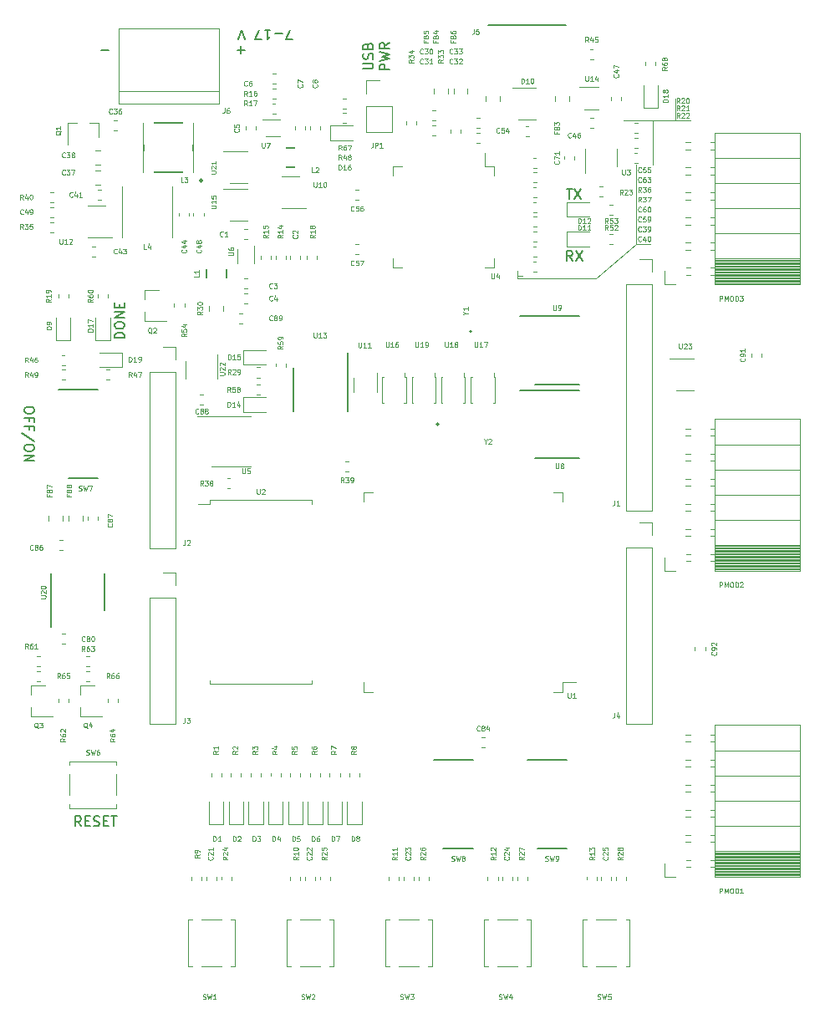
<source format=gto>
G04 #@! TF.GenerationSoftware,KiCad,Pcbnew,5.1.0*
G04 #@! TF.CreationDate,2019-05-15T13:00:21+02:00*
G04 #@! TF.ProjectId,ice40_breakout,69636534-305f-4627-9265-616b6f75742e,rev?*
G04 #@! TF.SameCoordinates,Original*
G04 #@! TF.FileFunction,Legend,Top*
G04 #@! TF.FilePolarity,Positive*
%FSLAX46Y46*%
G04 Gerber Fmt 4.6, Leading zero omitted, Abs format (unit mm)*
G04 Created by KiCad (PCBNEW 5.1.0) date 2019-05-15 13:00:21*
%MOMM*%
%LPD*%
G04 APERTURE LIST*
%ADD10C,0.120000*%
%ADD11C,0.150000*%
%ADD12C,0.100000*%
%ADD13R,1.360000X0.950000*%
%ADD14C,1.175000*%
%ADD15R,2.300000X1.100000*%
%ADD16R,1.100000X2.300000*%
%ADD17O,2.000000X2.000000*%
%ADD18R,2.000000X2.000000*%
%ADD19R,1.300000X1.100000*%
%ADD20R,1.100000X1.300000*%
%ADD21C,1.500000*%
%ADD22C,0.600000*%
%ADD23R,0.950000X1.360000*%
%ADD24C,0.900000*%
%ADD25C,0.850000*%
%ADD26R,1.700000X1.900000*%
%ADD27R,1.900000X1.700000*%
%ADD28R,1.800000X1.850000*%
%ADD29R,1.445000X1.850000*%
%ADD30C,1.200000*%
%ADD31C,1.250000*%
%ADD32R,0.700000X1.650000*%
%ADD33C,3.300000*%
%ADD34R,1.750000X0.750000*%
%ADD35R,0.950000X0.700000*%
%ADD36C,1.275000*%
%ADD37R,3.300000X3.300000*%
%ADD38R,4.500000X1.800000*%
%ADD39R,1.100000X1.200000*%
%ADD40R,0.750000X1.800000*%
%ADD41R,0.550000X1.050000*%
%ADD42R,1.200000X1.100000*%
%ADD43R,0.710000X1.900000*%
%ADD44R,0.700000X0.950000*%
%ADD45R,2.000000X1.300000*%
%ADD46R,1.000000X2.600000*%
G04 APERTURE END LIST*
D10*
X164750000Y-49750000D02*
X161750000Y-49750000D01*
X164750000Y-49750000D02*
X164750000Y-54250000D01*
X167000000Y-49750000D02*
X164750000Y-49750000D01*
X167000000Y-49750000D02*
X168500000Y-49750000D01*
X167000000Y-49500000D02*
X167000000Y-49750000D01*
X167000000Y-47500000D02*
X167000000Y-49500000D01*
X151000000Y-65500000D02*
X151500000Y-65500000D01*
X151000000Y-65750000D02*
X151000000Y-65000000D01*
X159000000Y-65750000D02*
X163000000Y-62250000D01*
X151000000Y-65750000D02*
X159000000Y-65750000D01*
X163000000Y-62250000D02*
X164500000Y-62250000D01*
X163000000Y-54250000D02*
X163000000Y-62250000D01*
D11*
X156583333Y-63952380D02*
X156250000Y-63476190D01*
X156011904Y-63952380D02*
X156011904Y-62952380D01*
X156392857Y-62952380D01*
X156488095Y-63000000D01*
X156535714Y-63047619D01*
X156583333Y-63142857D01*
X156583333Y-63285714D01*
X156535714Y-63380952D01*
X156488095Y-63428571D01*
X156392857Y-63476190D01*
X156011904Y-63476190D01*
X156916666Y-62952380D02*
X157583333Y-63952380D01*
X157583333Y-62952380D02*
X156916666Y-63952380D01*
X155988095Y-56702380D02*
X156559523Y-56702380D01*
X156273809Y-57702380D02*
X156273809Y-56702380D01*
X156797619Y-56702380D02*
X157464285Y-57702380D01*
X157464285Y-56702380D02*
X156797619Y-57702380D01*
X111202380Y-71761904D02*
X110202380Y-71761904D01*
X110202380Y-71523809D01*
X110250000Y-71380952D01*
X110345238Y-71285714D01*
X110440476Y-71238095D01*
X110630952Y-71190476D01*
X110773809Y-71190476D01*
X110964285Y-71238095D01*
X111059523Y-71285714D01*
X111154761Y-71380952D01*
X111202380Y-71523809D01*
X111202380Y-71761904D01*
X110202380Y-70571428D02*
X110202380Y-70380952D01*
X110250000Y-70285714D01*
X110345238Y-70190476D01*
X110535714Y-70142857D01*
X110869047Y-70142857D01*
X111059523Y-70190476D01*
X111154761Y-70285714D01*
X111202380Y-70380952D01*
X111202380Y-70571428D01*
X111154761Y-70666666D01*
X111059523Y-70761904D01*
X110869047Y-70809523D01*
X110535714Y-70809523D01*
X110345238Y-70761904D01*
X110250000Y-70666666D01*
X110202380Y-70571428D01*
X111202380Y-69714285D02*
X110202380Y-69714285D01*
X111202380Y-69142857D01*
X110202380Y-69142857D01*
X110678571Y-68666666D02*
X110678571Y-68333333D01*
X111202380Y-68190476D02*
X111202380Y-68666666D01*
X110202380Y-68666666D01*
X110202380Y-68190476D01*
X106797619Y-121202380D02*
X106464285Y-120726190D01*
X106226190Y-121202380D02*
X106226190Y-120202380D01*
X106607142Y-120202380D01*
X106702380Y-120250000D01*
X106750000Y-120297619D01*
X106797619Y-120392857D01*
X106797619Y-120535714D01*
X106750000Y-120630952D01*
X106702380Y-120678571D01*
X106607142Y-120726190D01*
X106226190Y-120726190D01*
X107226190Y-120678571D02*
X107559523Y-120678571D01*
X107702380Y-121202380D02*
X107226190Y-121202380D01*
X107226190Y-120202380D01*
X107702380Y-120202380D01*
X108083333Y-121154761D02*
X108226190Y-121202380D01*
X108464285Y-121202380D01*
X108559523Y-121154761D01*
X108607142Y-121107142D01*
X108654761Y-121011904D01*
X108654761Y-120916666D01*
X108607142Y-120821428D01*
X108559523Y-120773809D01*
X108464285Y-120726190D01*
X108273809Y-120678571D01*
X108178571Y-120630952D01*
X108130952Y-120583333D01*
X108083333Y-120488095D01*
X108083333Y-120392857D01*
X108130952Y-120297619D01*
X108178571Y-120250000D01*
X108273809Y-120202380D01*
X108511904Y-120202380D01*
X108654761Y-120250000D01*
X109083333Y-120678571D02*
X109416666Y-120678571D01*
X109559523Y-121202380D02*
X109083333Y-121202380D01*
X109083333Y-120202380D01*
X109559523Y-120202380D01*
X109845238Y-120202380D02*
X110416666Y-120202380D01*
X110130952Y-121202380D02*
X110130952Y-120202380D01*
X102047619Y-78976190D02*
X102047619Y-79166666D01*
X102000000Y-79261904D01*
X101904761Y-79357142D01*
X101714285Y-79404761D01*
X101380952Y-79404761D01*
X101190476Y-79357142D01*
X101095238Y-79261904D01*
X101047619Y-79166666D01*
X101047619Y-78976190D01*
X101095238Y-78880952D01*
X101190476Y-78785714D01*
X101380952Y-78738095D01*
X101714285Y-78738095D01*
X101904761Y-78785714D01*
X102000000Y-78880952D01*
X102047619Y-78976190D01*
X101571428Y-80166666D02*
X101571428Y-79833333D01*
X101047619Y-79833333D02*
X102047619Y-79833333D01*
X102047619Y-80309523D01*
X101571428Y-81023809D02*
X101571428Y-80690476D01*
X101047619Y-80690476D02*
X102047619Y-80690476D01*
X102047619Y-81166666D01*
X102095238Y-82261904D02*
X100809523Y-81404761D01*
X102047619Y-82785714D02*
X102047619Y-82976190D01*
X102000000Y-83071428D01*
X101904761Y-83166666D01*
X101714285Y-83214285D01*
X101380952Y-83214285D01*
X101190476Y-83166666D01*
X101095238Y-83071428D01*
X101047619Y-82976190D01*
X101047619Y-82785714D01*
X101095238Y-82690476D01*
X101190476Y-82595238D01*
X101380952Y-82547619D01*
X101714285Y-82547619D01*
X101904761Y-82595238D01*
X102000000Y-82690476D01*
X102047619Y-82785714D01*
X101047619Y-83642857D02*
X102047619Y-83642857D01*
X101047619Y-84214285D01*
X102047619Y-84214285D01*
X135377380Y-44511904D02*
X136186904Y-44511904D01*
X136282142Y-44464285D01*
X136329761Y-44416666D01*
X136377380Y-44321428D01*
X136377380Y-44130952D01*
X136329761Y-44035714D01*
X136282142Y-43988095D01*
X136186904Y-43940476D01*
X135377380Y-43940476D01*
X136329761Y-43511904D02*
X136377380Y-43369047D01*
X136377380Y-43130952D01*
X136329761Y-43035714D01*
X136282142Y-42988095D01*
X136186904Y-42940476D01*
X136091666Y-42940476D01*
X135996428Y-42988095D01*
X135948809Y-43035714D01*
X135901190Y-43130952D01*
X135853571Y-43321428D01*
X135805952Y-43416666D01*
X135758333Y-43464285D01*
X135663095Y-43511904D01*
X135567857Y-43511904D01*
X135472619Y-43464285D01*
X135425000Y-43416666D01*
X135377380Y-43321428D01*
X135377380Y-43083333D01*
X135425000Y-42940476D01*
X135853571Y-42178571D02*
X135901190Y-42035714D01*
X135948809Y-41988095D01*
X136044047Y-41940476D01*
X136186904Y-41940476D01*
X136282142Y-41988095D01*
X136329761Y-42035714D01*
X136377380Y-42130952D01*
X136377380Y-42511904D01*
X135377380Y-42511904D01*
X135377380Y-42178571D01*
X135425000Y-42083333D01*
X135472619Y-42035714D01*
X135567857Y-41988095D01*
X135663095Y-41988095D01*
X135758333Y-42035714D01*
X135805952Y-42083333D01*
X135853571Y-42178571D01*
X135853571Y-42511904D01*
X138027380Y-44583333D02*
X137027380Y-44583333D01*
X137027380Y-44202380D01*
X137075000Y-44107142D01*
X137122619Y-44059523D01*
X137217857Y-44011904D01*
X137360714Y-44011904D01*
X137455952Y-44059523D01*
X137503571Y-44107142D01*
X137551190Y-44202380D01*
X137551190Y-44583333D01*
X137027380Y-43678571D02*
X138027380Y-43440476D01*
X137313095Y-43250000D01*
X138027380Y-43059523D01*
X137027380Y-42821428D01*
X138027380Y-41869047D02*
X137551190Y-42202380D01*
X138027380Y-42440476D02*
X137027380Y-42440476D01*
X137027380Y-42059523D01*
X137075000Y-41964285D01*
X137122619Y-41916666D01*
X137217857Y-41869047D01*
X137360714Y-41869047D01*
X137455952Y-41916666D01*
X137503571Y-41964285D01*
X137551190Y-42059523D01*
X137551190Y-42440476D01*
X108869047Y-42571428D02*
X109630952Y-42571428D01*
X122619047Y-42571428D02*
X123380952Y-42571428D01*
X123000000Y-42952380D02*
X123000000Y-42190476D01*
X128214285Y-41547619D02*
X127547619Y-41547619D01*
X127976190Y-40547619D01*
X127166666Y-40928571D02*
X126404761Y-40928571D01*
X125404761Y-40547619D02*
X125976190Y-40547619D01*
X125690476Y-40547619D02*
X125690476Y-41547619D01*
X125785714Y-41404761D01*
X125880952Y-41309523D01*
X125976190Y-41261904D01*
X125071428Y-41547619D02*
X124404761Y-41547619D01*
X124833333Y-40547619D01*
X123404761Y-41547619D02*
X123071428Y-40547619D01*
X122738095Y-41547619D01*
D10*
X168900000Y-73890000D02*
X166450000Y-73890000D01*
X167100000Y-77110000D02*
X168900000Y-77110000D01*
X168990000Y-103087221D02*
X168990000Y-103412779D01*
X170010000Y-103087221D02*
X170010000Y-103412779D01*
X175760000Y-73662779D02*
X175760000Y-73337221D01*
X174740000Y-73662779D02*
X174740000Y-73337221D01*
D11*
X119500000Y-64800000D02*
X119500000Y-65700000D01*
X121500000Y-64800000D02*
X121500000Y-65700000D01*
X127550000Y-54500000D02*
X128450000Y-54500000D01*
X127550000Y-52500000D02*
X128450000Y-52500000D01*
D10*
X135670000Y-45670000D02*
X137000000Y-45670000D01*
X135670000Y-47000000D02*
X135670000Y-45670000D01*
X135670000Y-48270000D02*
X138330000Y-48270000D01*
X138330000Y-48270000D02*
X138330000Y-50870000D01*
X135670000Y-48270000D02*
X135670000Y-50870000D01*
X135670000Y-50870000D02*
X138330000Y-50870000D01*
D11*
X143000000Y-80500000D02*
G75*
G03X143000000Y-80500000I-100000J0D01*
G01*
X146350000Y-71100000D02*
G75*
G03X146350000Y-71100000I-100000J0D01*
G01*
X108500000Y-77000000D02*
X104500000Y-77000000D01*
X108500000Y-86000000D02*
X105500000Y-86000000D01*
X146500000Y-114500000D02*
X142500000Y-114500000D01*
X146500000Y-123500000D02*
X143500000Y-123500000D01*
X156000000Y-114500000D02*
X152000000Y-114500000D01*
X156000000Y-123500000D02*
X153000000Y-123500000D01*
D10*
X155610000Y-106660000D02*
X156900000Y-106660000D01*
X135390000Y-87390000D02*
X135390000Y-88340000D01*
X136340000Y-87390000D02*
X135390000Y-87390000D01*
X155610000Y-87390000D02*
X155610000Y-88340000D01*
X154660000Y-87390000D02*
X155610000Y-87390000D01*
X135390000Y-107610000D02*
X135390000Y-106660000D01*
X136340000Y-107610000D02*
X135390000Y-107610000D01*
X155610000Y-107610000D02*
X155610000Y-106660000D01*
X154660000Y-107610000D02*
X155610000Y-107610000D01*
X157890000Y-52600000D02*
X157890000Y-55050000D01*
X161110000Y-54400000D02*
X161110000Y-52600000D01*
X122000000Y-79690000D02*
X118550000Y-79690000D01*
X122000000Y-79690000D02*
X123950000Y-79690000D01*
X122000000Y-84810000D02*
X120050000Y-84810000D01*
X122000000Y-84810000D02*
X123950000Y-84810000D01*
X119810000Y-88565000D02*
X118650000Y-88565000D01*
X119810000Y-88185000D02*
X119810000Y-88565000D01*
X125000000Y-88185000D02*
X119810000Y-88185000D01*
X130190000Y-88185000D02*
X130190000Y-88565000D01*
X125000000Y-88185000D02*
X130190000Y-88185000D01*
X119810000Y-106815000D02*
X119810000Y-106435000D01*
X125000000Y-106815000D02*
X119810000Y-106815000D01*
X130190000Y-106815000D02*
X130190000Y-106435000D01*
X125000000Y-106815000D02*
X130190000Y-106815000D01*
X127630000Y-135370000D02*
X127630000Y-130630000D01*
X127630000Y-135370000D02*
X128030000Y-135370000D01*
X127630000Y-130630000D02*
X128030000Y-130630000D01*
X132370000Y-135370000D02*
X131970000Y-135370000D01*
X132370000Y-135370000D02*
X132370000Y-130630000D01*
X132370000Y-130630000D02*
X131970000Y-130630000D01*
X131030000Y-130630000D02*
X128970000Y-130630000D01*
X131030000Y-135370000D02*
X128970000Y-135370000D01*
X137630000Y-135370000D02*
X137630000Y-130630000D01*
X137630000Y-135370000D02*
X138030000Y-135370000D01*
X137630000Y-130630000D02*
X138030000Y-130630000D01*
X142370000Y-135370000D02*
X141970000Y-135370000D01*
X142370000Y-135370000D02*
X142370000Y-130630000D01*
X142370000Y-130630000D02*
X141970000Y-130630000D01*
X141030000Y-130630000D02*
X138970000Y-130630000D01*
X141030000Y-135370000D02*
X138970000Y-135370000D01*
X147630000Y-135370000D02*
X147630000Y-130630000D01*
X147630000Y-135370000D02*
X148030000Y-135370000D01*
X147630000Y-130630000D02*
X148030000Y-130630000D01*
X152370000Y-135370000D02*
X151970000Y-135370000D01*
X152370000Y-135370000D02*
X152370000Y-130630000D01*
X152370000Y-130630000D02*
X151970000Y-130630000D01*
X151030000Y-130630000D02*
X148970000Y-130630000D01*
X151030000Y-135370000D02*
X148970000Y-135370000D01*
X157630000Y-135370000D02*
X157630000Y-130630000D01*
X157630000Y-135370000D02*
X158030000Y-135370000D01*
X157630000Y-130630000D02*
X158030000Y-130630000D01*
X162370000Y-135370000D02*
X161970000Y-135370000D01*
X162370000Y-135370000D02*
X162370000Y-130630000D01*
X162370000Y-130630000D02*
X161970000Y-130630000D01*
X161030000Y-130630000D02*
X158970000Y-130630000D01*
X161030000Y-135370000D02*
X158970000Y-135370000D01*
X110370000Y-119370000D02*
X105630000Y-119370000D01*
X110370000Y-119370000D02*
X110370000Y-118970000D01*
X105630000Y-119370000D02*
X105630000Y-118970000D01*
X110370000Y-114630000D02*
X110370000Y-115030000D01*
X110370000Y-114630000D02*
X105630000Y-114630000D01*
X105630000Y-114630000D02*
X105630000Y-115030000D01*
X105630000Y-115970000D02*
X105630000Y-118030000D01*
X110370000Y-115970000D02*
X110370000Y-118030000D01*
X163340000Y-63740000D02*
X164670000Y-63740000D01*
X164670000Y-63740000D02*
X164670000Y-65070000D01*
X164670000Y-66340000D02*
X164670000Y-89260000D01*
X162010000Y-89260000D02*
X164670000Y-89260000D01*
X162010000Y-66340000D02*
X162010000Y-89260000D01*
X162010000Y-66340000D02*
X164670000Y-66340000D01*
X115080000Y-72630000D02*
X116410000Y-72630000D01*
X116410000Y-72630000D02*
X116410000Y-73960000D01*
X116410000Y-75230000D02*
X116410000Y-93070000D01*
X113750000Y-93070000D02*
X116410000Y-93070000D01*
X113750000Y-75230000D02*
X113750000Y-93070000D01*
X113750000Y-75230000D02*
X116410000Y-75230000D01*
X115080000Y-95490000D02*
X116410000Y-95490000D01*
X116410000Y-95490000D02*
X116410000Y-96820000D01*
X116410000Y-98090000D02*
X116410000Y-110850000D01*
X113750000Y-110850000D02*
X116410000Y-110850000D01*
X113750000Y-98090000D02*
X113750000Y-110850000D01*
X113750000Y-98090000D02*
X116410000Y-98090000D01*
X163340000Y-90410000D02*
X164670000Y-90410000D01*
X164670000Y-90410000D02*
X164670000Y-91740000D01*
X164670000Y-93010000D02*
X164670000Y-110850000D01*
X162010000Y-110850000D02*
X164670000Y-110850000D01*
X162010000Y-93010000D02*
X162010000Y-110850000D01*
X162010000Y-93010000D02*
X164670000Y-93010000D01*
D11*
X155945000Y-40050000D02*
X148055000Y-40050000D01*
D10*
X152900000Y-46390000D02*
X150450000Y-46390000D01*
X151100000Y-49610000D02*
X152900000Y-49610000D01*
X167000000Y-126330000D02*
X165890000Y-126330000D01*
X165890000Y-126330000D02*
X165890000Y-125000000D01*
X179630000Y-126330000D02*
X179630000Y-110970000D01*
X179630000Y-110970000D02*
X171000000Y-110970000D01*
X171000000Y-126330000D02*
X171000000Y-110970000D01*
X179630000Y-126330000D02*
X171000000Y-126330000D01*
X179630000Y-113570000D02*
X171000000Y-113570000D01*
X179630000Y-116110000D02*
X171000000Y-116110000D01*
X179630000Y-118650000D02*
X171000000Y-118650000D01*
X179630000Y-121190000D02*
X171000000Y-121190000D01*
X179630000Y-123730000D02*
X171000000Y-123730000D01*
X168490000Y-111940000D02*
X168050000Y-111940000D01*
X171000000Y-111940000D02*
X170590000Y-111940000D01*
X168490000Y-112660000D02*
X168050000Y-112660000D01*
X171000000Y-112660000D02*
X170590000Y-112660000D01*
X168490000Y-114480000D02*
X168050000Y-114480000D01*
X171000000Y-114480000D02*
X170590000Y-114480000D01*
X168490000Y-115200000D02*
X168050000Y-115200000D01*
X171000000Y-115200000D02*
X170590000Y-115200000D01*
X168490000Y-117020000D02*
X168050000Y-117020000D01*
X171000000Y-117020000D02*
X170590000Y-117020000D01*
X168490000Y-117740000D02*
X168050000Y-117740000D01*
X171000000Y-117740000D02*
X170590000Y-117740000D01*
X168490000Y-119560000D02*
X168050000Y-119560000D01*
X171000000Y-119560000D02*
X170590000Y-119560000D01*
X168490000Y-120280000D02*
X168050000Y-120280000D01*
X171000000Y-120280000D02*
X170590000Y-120280000D01*
X168490000Y-122100000D02*
X168050000Y-122100000D01*
X171000000Y-122100000D02*
X170590000Y-122100000D01*
X168490000Y-122820000D02*
X168050000Y-122820000D01*
X171000000Y-122820000D02*
X170590000Y-122820000D01*
X168490000Y-124640000D02*
X168110000Y-124640000D01*
X171000000Y-124640000D02*
X170590000Y-124640000D01*
X168490000Y-125360000D02*
X168110000Y-125360000D01*
X171000000Y-125360000D02*
X170590000Y-125360000D01*
X179630000Y-123848100D02*
X171000000Y-123848100D01*
X179630000Y-123966195D02*
X171000000Y-123966195D01*
X179630000Y-124084290D02*
X171000000Y-124084290D01*
X179630000Y-124202385D02*
X171000000Y-124202385D01*
X179630000Y-124320480D02*
X171000000Y-124320480D01*
X179630000Y-124438575D02*
X171000000Y-124438575D01*
X179630000Y-124556670D02*
X171000000Y-124556670D01*
X179630000Y-124674765D02*
X171000000Y-124674765D01*
X179630000Y-124792860D02*
X171000000Y-124792860D01*
X179630000Y-124910955D02*
X171000000Y-124910955D01*
X179630000Y-125029050D02*
X171000000Y-125029050D01*
X179630000Y-125147145D02*
X171000000Y-125147145D01*
X179630000Y-125265240D02*
X171000000Y-125265240D01*
X179630000Y-125383335D02*
X171000000Y-125383335D01*
X179630000Y-125501430D02*
X171000000Y-125501430D01*
X179630000Y-125619525D02*
X171000000Y-125619525D01*
X179630000Y-125737620D02*
X171000000Y-125737620D01*
X179630000Y-125855715D02*
X171000000Y-125855715D01*
X179630000Y-125973810D02*
X171000000Y-125973810D01*
X179630000Y-126091905D02*
X171000000Y-126091905D01*
X179630000Y-126210000D02*
X171000000Y-126210000D01*
X167000000Y-95330000D02*
X165890000Y-95330000D01*
X165890000Y-95330000D02*
X165890000Y-94000000D01*
X179630000Y-95330000D02*
X179630000Y-79970000D01*
X179630000Y-79970000D02*
X171000000Y-79970000D01*
X171000000Y-95330000D02*
X171000000Y-79970000D01*
X179630000Y-95330000D02*
X171000000Y-95330000D01*
X179630000Y-82570000D02*
X171000000Y-82570000D01*
X179630000Y-85110000D02*
X171000000Y-85110000D01*
X179630000Y-87650000D02*
X171000000Y-87650000D01*
X179630000Y-90190000D02*
X171000000Y-90190000D01*
X179630000Y-92730000D02*
X171000000Y-92730000D01*
X168490000Y-80940000D02*
X168050000Y-80940000D01*
X171000000Y-80940000D02*
X170590000Y-80940000D01*
X168490000Y-81660000D02*
X168050000Y-81660000D01*
X171000000Y-81660000D02*
X170590000Y-81660000D01*
X168490000Y-83480000D02*
X168050000Y-83480000D01*
X171000000Y-83480000D02*
X170590000Y-83480000D01*
X168490000Y-84200000D02*
X168050000Y-84200000D01*
X171000000Y-84200000D02*
X170590000Y-84200000D01*
X168490000Y-86020000D02*
X168050000Y-86020000D01*
X171000000Y-86020000D02*
X170590000Y-86020000D01*
X168490000Y-86740000D02*
X168050000Y-86740000D01*
X171000000Y-86740000D02*
X170590000Y-86740000D01*
X168490000Y-88560000D02*
X168050000Y-88560000D01*
X171000000Y-88560000D02*
X170590000Y-88560000D01*
X168490000Y-89280000D02*
X168050000Y-89280000D01*
X171000000Y-89280000D02*
X170590000Y-89280000D01*
X168490000Y-91100000D02*
X168050000Y-91100000D01*
X171000000Y-91100000D02*
X170590000Y-91100000D01*
X168490000Y-91820000D02*
X168050000Y-91820000D01*
X171000000Y-91820000D02*
X170590000Y-91820000D01*
X168490000Y-93640000D02*
X168110000Y-93640000D01*
X171000000Y-93640000D02*
X170590000Y-93640000D01*
X168490000Y-94360000D02*
X168110000Y-94360000D01*
X171000000Y-94360000D02*
X170590000Y-94360000D01*
X179630000Y-92848100D02*
X171000000Y-92848100D01*
X179630000Y-92966195D02*
X171000000Y-92966195D01*
X179630000Y-93084290D02*
X171000000Y-93084290D01*
X179630000Y-93202385D02*
X171000000Y-93202385D01*
X179630000Y-93320480D02*
X171000000Y-93320480D01*
X179630000Y-93438575D02*
X171000000Y-93438575D01*
X179630000Y-93556670D02*
X171000000Y-93556670D01*
X179630000Y-93674765D02*
X171000000Y-93674765D01*
X179630000Y-93792860D02*
X171000000Y-93792860D01*
X179630000Y-93910955D02*
X171000000Y-93910955D01*
X179630000Y-94029050D02*
X171000000Y-94029050D01*
X179630000Y-94147145D02*
X171000000Y-94147145D01*
X179630000Y-94265240D02*
X171000000Y-94265240D01*
X179630000Y-94383335D02*
X171000000Y-94383335D01*
X179630000Y-94501430D02*
X171000000Y-94501430D01*
X179630000Y-94619525D02*
X171000000Y-94619525D01*
X179630000Y-94737620D02*
X171000000Y-94737620D01*
X179630000Y-94855715D02*
X171000000Y-94855715D01*
X179630000Y-94973810D02*
X171000000Y-94973810D01*
X179630000Y-95091905D02*
X171000000Y-95091905D01*
X179630000Y-95210000D02*
X171000000Y-95210000D01*
X167000000Y-66330000D02*
X165890000Y-66330000D01*
X165890000Y-66330000D02*
X165890000Y-65000000D01*
X179630000Y-66330000D02*
X179630000Y-50970000D01*
X179630000Y-50970000D02*
X171000000Y-50970000D01*
X171000000Y-66330000D02*
X171000000Y-50970000D01*
X179630000Y-66330000D02*
X171000000Y-66330000D01*
X179630000Y-53570000D02*
X171000000Y-53570000D01*
X179630000Y-56110000D02*
X171000000Y-56110000D01*
X179630000Y-58650000D02*
X171000000Y-58650000D01*
X179630000Y-61190000D02*
X171000000Y-61190000D01*
X179630000Y-63730000D02*
X171000000Y-63730000D01*
X168490000Y-51940000D02*
X168050000Y-51940000D01*
X171000000Y-51940000D02*
X170590000Y-51940000D01*
X168490000Y-52660000D02*
X168050000Y-52660000D01*
X171000000Y-52660000D02*
X170590000Y-52660000D01*
X168490000Y-54480000D02*
X168050000Y-54480000D01*
X171000000Y-54480000D02*
X170590000Y-54480000D01*
X168490000Y-55200000D02*
X168050000Y-55200000D01*
X171000000Y-55200000D02*
X170590000Y-55200000D01*
X168490000Y-57020000D02*
X168050000Y-57020000D01*
X171000000Y-57020000D02*
X170590000Y-57020000D01*
X168490000Y-57740000D02*
X168050000Y-57740000D01*
X171000000Y-57740000D02*
X170590000Y-57740000D01*
X168490000Y-59560000D02*
X168050000Y-59560000D01*
X171000000Y-59560000D02*
X170590000Y-59560000D01*
X168490000Y-60280000D02*
X168050000Y-60280000D01*
X171000000Y-60280000D02*
X170590000Y-60280000D01*
X168490000Y-62100000D02*
X168050000Y-62100000D01*
X171000000Y-62100000D02*
X170590000Y-62100000D01*
X168490000Y-62820000D02*
X168050000Y-62820000D01*
X171000000Y-62820000D02*
X170590000Y-62820000D01*
X168490000Y-64640000D02*
X168110000Y-64640000D01*
X171000000Y-64640000D02*
X170590000Y-64640000D01*
X168490000Y-65360000D02*
X168110000Y-65360000D01*
X171000000Y-65360000D02*
X170590000Y-65360000D01*
X179630000Y-63848100D02*
X171000000Y-63848100D01*
X179630000Y-63966195D02*
X171000000Y-63966195D01*
X179630000Y-64084290D02*
X171000000Y-64084290D01*
X179630000Y-64202385D02*
X171000000Y-64202385D01*
X179630000Y-64320480D02*
X171000000Y-64320480D01*
X179630000Y-64438575D02*
X171000000Y-64438575D01*
X179630000Y-64556670D02*
X171000000Y-64556670D01*
X179630000Y-64674765D02*
X171000000Y-64674765D01*
X179630000Y-64792860D02*
X171000000Y-64792860D01*
X179630000Y-64910955D02*
X171000000Y-64910955D01*
X179630000Y-65029050D02*
X171000000Y-65029050D01*
X179630000Y-65147145D02*
X171000000Y-65147145D01*
X179630000Y-65265240D02*
X171000000Y-65265240D01*
X179630000Y-65383335D02*
X171000000Y-65383335D01*
X179630000Y-65501430D02*
X171000000Y-65501430D01*
X179630000Y-65619525D02*
X171000000Y-65619525D01*
X179630000Y-65737620D02*
X171000000Y-65737620D01*
X179630000Y-65855715D02*
X171000000Y-65855715D01*
X179630000Y-65973810D02*
X171000000Y-65973810D01*
X179630000Y-66091905D02*
X171000000Y-66091905D01*
X179630000Y-66210000D02*
X171000000Y-66210000D01*
D11*
X151250000Y-77050000D02*
X157225000Y-77050000D01*
X152775000Y-83950000D02*
X157225000Y-83950000D01*
X151250000Y-69550000D02*
X157225000Y-69550000D01*
X152775000Y-76450000D02*
X157225000Y-76450000D01*
D10*
X117630000Y-135370000D02*
X117630000Y-130630000D01*
X117630000Y-135370000D02*
X118030000Y-135370000D01*
X117630000Y-130630000D02*
X118030000Y-130630000D01*
X122370000Y-135370000D02*
X121970000Y-135370000D01*
X122370000Y-135370000D02*
X122370000Y-130630000D01*
X122370000Y-130630000D02*
X121970000Y-130630000D01*
X121030000Y-130630000D02*
X118970000Y-130630000D01*
X121030000Y-135370000D02*
X118970000Y-135370000D01*
X127100000Y-58610000D02*
X129550000Y-58610000D01*
X128900000Y-55390000D02*
X127100000Y-55390000D01*
X157800000Y-48660000D02*
X159200000Y-48660000D01*
X159200000Y-46340000D02*
X157300000Y-46340000D01*
X108758578Y-54790000D02*
X108241422Y-54790000D01*
X108758578Y-56210000D02*
X108241422Y-56210000D01*
X108758578Y-52790000D02*
X108241422Y-52790000D01*
X108758578Y-54210000D02*
X108241422Y-54210000D01*
X156210000Y-47758578D02*
X156210000Y-47241422D01*
X154790000Y-47758578D02*
X154790000Y-47241422D01*
X145960000Y-47008578D02*
X145960000Y-46491422D01*
X144540000Y-47008578D02*
X144540000Y-46491422D01*
X143960000Y-47008578D02*
X143960000Y-46491422D01*
X142540000Y-47008578D02*
X142540000Y-46491422D01*
X110610000Y-48010000D02*
X120770000Y-48010000D01*
X110610000Y-40390000D02*
X110610000Y-48010000D01*
X120770000Y-40390000D02*
X110610000Y-40390000D01*
X120770000Y-48010000D02*
X120770000Y-40390000D01*
X120770000Y-46740000D02*
X110610000Y-46740000D01*
X116050000Y-61550000D02*
X116050000Y-56450000D01*
X110950000Y-61550000D02*
X110950000Y-56450000D01*
X108580000Y-49990000D02*
X108580000Y-51450000D01*
X105420000Y-49990000D02*
X105420000Y-52150000D01*
X105420000Y-49990000D02*
X106350000Y-49990000D01*
X108580000Y-49990000D02*
X107650000Y-49990000D01*
X107500000Y-61610000D02*
X109950000Y-61610000D01*
X109300000Y-58390000D02*
X107500000Y-58390000D01*
X123650000Y-56640000D02*
X121200000Y-56640000D01*
X121850000Y-59860000D02*
X123650000Y-59860000D01*
X149210000Y-47758578D02*
X149210000Y-47241422D01*
X147790000Y-47758578D02*
X147790000Y-47241422D01*
X123265000Y-79235000D02*
X125550000Y-79235000D01*
X123265000Y-77765000D02*
X123265000Y-79235000D01*
X125550000Y-77765000D02*
X123265000Y-77765000D01*
X123265000Y-74485000D02*
X125550000Y-74485000D01*
X123265000Y-73015000D02*
X123265000Y-74485000D01*
X125550000Y-73015000D02*
X123265000Y-73015000D01*
D11*
X133800000Y-73225000D02*
X133800000Y-79200000D01*
X128275000Y-74800000D02*
X128275000Y-79200000D01*
D10*
X137300000Y-75700000D02*
X137300000Y-78300000D01*
X137300000Y-78300000D02*
X137500000Y-78300000D01*
X139500000Y-78300000D02*
X139700000Y-78300000D01*
X139700000Y-78300000D02*
X139700000Y-75700000D01*
X139700000Y-75700000D02*
X139600000Y-75700000D01*
X139600000Y-75700000D02*
X139600000Y-75300000D01*
X137300000Y-75700000D02*
X137500000Y-75700000D01*
X146300000Y-75700000D02*
X146300000Y-78300000D01*
X146300000Y-78300000D02*
X146500000Y-78300000D01*
X148500000Y-78300000D02*
X148700000Y-78300000D01*
X148700000Y-78300000D02*
X148700000Y-75700000D01*
X148700000Y-75700000D02*
X148600000Y-75700000D01*
X148600000Y-75700000D02*
X148600000Y-75300000D01*
X146300000Y-75700000D02*
X146500000Y-75700000D01*
X143300000Y-75700000D02*
X143300000Y-78300000D01*
X143300000Y-78300000D02*
X143500000Y-78300000D01*
X145500000Y-78300000D02*
X145700000Y-78300000D01*
X145700000Y-78300000D02*
X145700000Y-75700000D01*
X145700000Y-75700000D02*
X145600000Y-75700000D01*
X145600000Y-75700000D02*
X145600000Y-75300000D01*
X143300000Y-75700000D02*
X143500000Y-75700000D01*
X140300000Y-75700000D02*
X140300000Y-78300000D01*
X140300000Y-78300000D02*
X140500000Y-78300000D01*
X142500000Y-78300000D02*
X142700000Y-78300000D01*
X142700000Y-78300000D02*
X142700000Y-75700000D01*
X142700000Y-75700000D02*
X142600000Y-75700000D01*
X142600000Y-75700000D02*
X142600000Y-75300000D01*
X140300000Y-75700000D02*
X140500000Y-75700000D01*
X113240000Y-66920000D02*
X114700000Y-66920000D01*
X113240000Y-70080000D02*
X115400000Y-70080000D01*
X113240000Y-70080000D02*
X113240000Y-69150000D01*
X113240000Y-66920000D02*
X113240000Y-67850000D01*
X104960000Y-90258578D02*
X104960000Y-89741422D01*
X103540000Y-90258578D02*
X103540000Y-89741422D01*
X106960000Y-90258578D02*
X106960000Y-89741422D01*
X105540000Y-90258578D02*
X105540000Y-89741422D01*
X101740000Y-106920000D02*
X103200000Y-106920000D01*
X101740000Y-110080000D02*
X103900000Y-110080000D01*
X101740000Y-110080000D02*
X101740000Y-109150000D01*
X101740000Y-106920000D02*
X101740000Y-107850000D01*
X106740000Y-106920000D02*
X108200000Y-106920000D01*
X106740000Y-110080000D02*
X108900000Y-110080000D01*
X106740000Y-110080000D02*
X106740000Y-109150000D01*
X106740000Y-106920000D02*
X106740000Y-107850000D01*
D11*
X103775000Y-101025000D02*
X103775000Y-95641400D01*
X109175000Y-99354300D02*
X109175000Y-95645700D01*
D10*
X147660000Y-54390000D02*
X147660000Y-53050000D01*
X148610000Y-54390000D02*
X147660000Y-54390000D01*
X148610000Y-55340000D02*
X148610000Y-54390000D01*
X148610000Y-64610000D02*
X147660000Y-64610000D01*
X148610000Y-63660000D02*
X148610000Y-64610000D01*
X138390000Y-54390000D02*
X139340000Y-54390000D01*
X138390000Y-55340000D02*
X138390000Y-54390000D01*
X138390000Y-64610000D02*
X139340000Y-64610000D01*
X138390000Y-63660000D02*
X138390000Y-64610000D01*
X134440000Y-75800000D02*
X134440000Y-77200000D01*
X136760000Y-77200000D02*
X136760000Y-75300000D01*
X121210000Y-69008578D02*
X121210000Y-68491422D01*
X119790000Y-69008578D02*
X119790000Y-68491422D01*
X123650000Y-52890000D02*
X121200000Y-52890000D01*
X121850000Y-56110000D02*
X123650000Y-56110000D01*
X120610000Y-75900000D02*
X120610000Y-73450000D01*
X117390000Y-74100000D02*
X117390000Y-75900000D01*
X132015000Y-51735000D02*
X134300000Y-51735000D01*
X132015000Y-50265000D02*
X132015000Y-51735000D01*
X134300000Y-50265000D02*
X132015000Y-50265000D01*
X110985000Y-73265000D02*
X108700000Y-73265000D01*
X110985000Y-74735000D02*
X110985000Y-73265000D01*
X108700000Y-74735000D02*
X110985000Y-74735000D01*
X123337221Y-61760000D02*
X123662779Y-61760000D01*
X123337221Y-60740000D02*
X123662779Y-60740000D01*
X129010000Y-63762779D02*
X129010000Y-63437221D01*
X127990000Y-63762779D02*
X127990000Y-63437221D01*
X123337221Y-66760000D02*
X123662779Y-66760000D01*
X123337221Y-65740000D02*
X123662779Y-65740000D01*
X123337221Y-68260000D02*
X123662779Y-68260000D01*
X123337221Y-67240000D02*
X123662779Y-67240000D01*
X124510000Y-50662779D02*
X124510000Y-50337221D01*
X123490000Y-50662779D02*
X123490000Y-50337221D01*
X126512779Y-44990000D02*
X126187221Y-44990000D01*
X126512779Y-46010000D02*
X126187221Y-46010000D01*
X129510000Y-50662779D02*
X129510000Y-50337221D01*
X128490000Y-50662779D02*
X128490000Y-50337221D01*
X131010000Y-50662779D02*
X131010000Y-50337221D01*
X129990000Y-50662779D02*
X129990000Y-50337221D01*
X119490000Y-126337221D02*
X119490000Y-126662779D01*
X120510000Y-126337221D02*
X120510000Y-126662779D01*
X129490000Y-126337221D02*
X129490000Y-126662779D01*
X130510000Y-126337221D02*
X130510000Y-126662779D01*
X139490000Y-126337221D02*
X139490000Y-126662779D01*
X140510000Y-126337221D02*
X140510000Y-126662779D01*
X149490000Y-126337221D02*
X149490000Y-126662779D01*
X150510000Y-126337221D02*
X150510000Y-126662779D01*
X159490000Y-126337221D02*
X159490000Y-126662779D01*
X160510000Y-126337221D02*
X160510000Y-126662779D01*
X142662779Y-48740000D02*
X142337221Y-48740000D01*
X142662779Y-49760000D02*
X142337221Y-49760000D01*
X142662779Y-50240000D02*
X142337221Y-50240000D01*
X142662779Y-51260000D02*
X142337221Y-51260000D01*
X146837221Y-52010000D02*
X147162779Y-52010000D01*
X146837221Y-50990000D02*
X147162779Y-50990000D01*
X146837221Y-50510000D02*
X147162779Y-50510000D01*
X146837221Y-49490000D02*
X147162779Y-49490000D01*
X152587221Y-63510000D02*
X152912779Y-63510000D01*
X152587221Y-62490000D02*
X152912779Y-62490000D01*
X152587221Y-65010000D02*
X152912779Y-65010000D01*
X152587221Y-63990000D02*
X152912779Y-63990000D01*
X158337221Y-50510000D02*
X158662779Y-50510000D01*
X158337221Y-49490000D02*
X158662779Y-49490000D01*
X160490000Y-47337221D02*
X160490000Y-47662779D01*
X161510000Y-47337221D02*
X161510000Y-47662779D01*
X110087221Y-50760000D02*
X110412779Y-50760000D01*
X110087221Y-49740000D02*
X110412779Y-49740000D01*
X108812779Y-56740000D02*
X108487221Y-56740000D01*
X108812779Y-57760000D02*
X108487221Y-57760000D01*
X108250279Y-62490000D02*
X107924721Y-62490000D01*
X108250279Y-63510000D02*
X107924721Y-63510000D01*
X116690000Y-59087221D02*
X116690000Y-59412779D01*
X117710000Y-59087221D02*
X117710000Y-59412779D01*
X118190000Y-59087221D02*
X118190000Y-59412779D01*
X119210000Y-59087221D02*
X119210000Y-59412779D01*
X103687221Y-59560000D02*
X104012779Y-59560000D01*
X103687221Y-58540000D02*
X104012779Y-58540000D01*
X152162779Y-50290000D02*
X151837221Y-50290000D01*
X152162779Y-51310000D02*
X151837221Y-51310000D01*
X152587221Y-54510000D02*
X152912779Y-54510000D01*
X152587221Y-53490000D02*
X152912779Y-53490000D01*
X134912779Y-56740000D02*
X134587221Y-56740000D01*
X134912779Y-57760000D02*
X134587221Y-57760000D01*
X134912779Y-62240000D02*
X134587221Y-62240000D01*
X134912779Y-63260000D02*
X134587221Y-63260000D01*
X152587221Y-62010000D02*
X152912779Y-62010000D01*
X152587221Y-60990000D02*
X152912779Y-60990000D01*
X152587221Y-60510000D02*
X152912779Y-60510000D01*
X152587221Y-59490000D02*
X152912779Y-59490000D01*
X152587221Y-56010000D02*
X152912779Y-56010000D01*
X152587221Y-54990000D02*
X152912779Y-54990000D01*
X155740000Y-53337221D02*
X155740000Y-53662779D01*
X156760000Y-53337221D02*
X156760000Y-53662779D01*
X147337221Y-113260000D02*
X147662779Y-113260000D01*
X147337221Y-112240000D02*
X147662779Y-112240000D01*
X104587221Y-93260000D02*
X104912779Y-93260000D01*
X104587221Y-92240000D02*
X104912779Y-92240000D01*
X108510000Y-90162779D02*
X108510000Y-89837221D01*
X107490000Y-90162779D02*
X107490000Y-89837221D01*
X119162779Y-77490000D02*
X118837221Y-77490000D01*
X119162779Y-78510000D02*
X118837221Y-78510000D01*
X122837221Y-70260000D02*
X123162779Y-70260000D01*
X122837221Y-69240000D02*
X123162779Y-69240000D01*
X104837221Y-102760000D02*
X105162779Y-102760000D01*
X104837221Y-101740000D02*
X105162779Y-101740000D01*
X119990000Y-115837221D02*
X119990000Y-116162779D01*
X121010000Y-115837221D02*
X121010000Y-116162779D01*
X121990000Y-115837221D02*
X121990000Y-116162779D01*
X123010000Y-115837221D02*
X123010000Y-116162779D01*
X123990000Y-115837221D02*
X123990000Y-116162779D01*
X125010000Y-115837221D02*
X125010000Y-116162779D01*
X125990000Y-115837221D02*
X125990000Y-116162779D01*
X127010000Y-115837221D02*
X127010000Y-116162779D01*
X127990000Y-115837221D02*
X127990000Y-116162779D01*
X129010000Y-115837221D02*
X129010000Y-116162779D01*
X129990000Y-115837221D02*
X129990000Y-116162779D01*
X131010000Y-115837221D02*
X131010000Y-116162779D01*
X131990000Y-115837221D02*
X131990000Y-116162779D01*
X133010000Y-115837221D02*
X133010000Y-116162779D01*
X133990000Y-115837221D02*
X133990000Y-116162779D01*
X135010000Y-115837221D02*
X135010000Y-116162779D01*
X119010000Y-126662779D02*
X119010000Y-126337221D01*
X117990000Y-126662779D02*
X117990000Y-126337221D01*
X129010000Y-126662779D02*
X129010000Y-126337221D01*
X127990000Y-126662779D02*
X127990000Y-126337221D01*
X139010000Y-126662779D02*
X139010000Y-126337221D01*
X137990000Y-126662779D02*
X137990000Y-126337221D01*
X149010000Y-126662779D02*
X149010000Y-126337221D01*
X147990000Y-126662779D02*
X147990000Y-126337221D01*
X159010000Y-126662779D02*
X159010000Y-126337221D01*
X157990000Y-126662779D02*
X157990000Y-126337221D01*
X127510000Y-63762779D02*
X127510000Y-63437221D01*
X126490000Y-63762779D02*
X126490000Y-63437221D01*
X124990000Y-63437221D02*
X124990000Y-63762779D01*
X126010000Y-63437221D02*
X126010000Y-63762779D01*
X126512779Y-46490000D02*
X126187221Y-46490000D01*
X126512779Y-47510000D02*
X126187221Y-47510000D01*
X126187221Y-49010000D02*
X126512779Y-49010000D01*
X126187221Y-47990000D02*
X126512779Y-47990000D01*
X129690000Y-63437221D02*
X129690000Y-63762779D01*
X130710000Y-63437221D02*
X130710000Y-63762779D01*
X104490000Y-67337221D02*
X104490000Y-67662779D01*
X105510000Y-67337221D02*
X105510000Y-67662779D01*
X163162779Y-49990000D02*
X162837221Y-49990000D01*
X163162779Y-51010000D02*
X162837221Y-51010000D01*
X163162779Y-51490000D02*
X162837221Y-51490000D01*
X163162779Y-52510000D02*
X162837221Y-52510000D01*
X163162779Y-52990000D02*
X162837221Y-52990000D01*
X163162779Y-54010000D02*
X162837221Y-54010000D01*
X159337221Y-57410000D02*
X159662779Y-57410000D01*
X159337221Y-56390000D02*
X159662779Y-56390000D01*
X120990000Y-126337221D02*
X120990000Y-126662779D01*
X122010000Y-126337221D02*
X122010000Y-126662779D01*
X130990000Y-126337221D02*
X130990000Y-126662779D01*
X132010000Y-126337221D02*
X132010000Y-126662779D01*
X140990000Y-126337221D02*
X140990000Y-126662779D01*
X142010000Y-126337221D02*
X142010000Y-126662779D01*
X150990000Y-126337221D02*
X150990000Y-126662779D01*
X152010000Y-126337221D02*
X152010000Y-126662779D01*
X160990000Y-126337221D02*
X160990000Y-126662779D01*
X162010000Y-126337221D02*
X162010000Y-126662779D01*
X144240000Y-50624721D02*
X144240000Y-50950279D01*
X145260000Y-50624721D02*
X145260000Y-50950279D01*
X139740000Y-49837221D02*
X139740000Y-50162779D01*
X140760000Y-49837221D02*
X140760000Y-50162779D01*
X121912779Y-85990000D02*
X121587221Y-85990000D01*
X121912779Y-87010000D02*
X121587221Y-87010000D01*
X133912779Y-84240000D02*
X133587221Y-84240000D01*
X133912779Y-85260000D02*
X133587221Y-85260000D01*
X160662779Y-61240000D02*
X160337221Y-61240000D01*
X160662779Y-62260000D02*
X160337221Y-62260000D01*
X160662779Y-58240000D02*
X160337221Y-58240000D01*
X160662779Y-59260000D02*
X160337221Y-59260000D01*
X116240000Y-68299721D02*
X116240000Y-68625279D01*
X117260000Y-68299721D02*
X117260000Y-68625279D01*
X152912779Y-56490000D02*
X152587221Y-56490000D01*
X152912779Y-57510000D02*
X152587221Y-57510000D01*
X152587221Y-59010000D02*
X152912779Y-59010000D01*
X152587221Y-57990000D02*
X152912779Y-57990000D01*
X103687221Y-61060000D02*
X104012779Y-61060000D01*
X103687221Y-60040000D02*
X104012779Y-60040000D01*
X104012779Y-57040000D02*
X103687221Y-57040000D01*
X104012779Y-58060000D02*
X103687221Y-58060000D01*
X158337221Y-43510000D02*
X158662779Y-43510000D01*
X158337221Y-42490000D02*
X158662779Y-42490000D01*
X105162779Y-73490000D02*
X104837221Y-73490000D01*
X105162779Y-74510000D02*
X104837221Y-74510000D01*
X109337221Y-76010000D02*
X109662779Y-76010000D01*
X109337221Y-74990000D02*
X109662779Y-74990000D01*
X133337221Y-50010000D02*
X133662779Y-50010000D01*
X133337221Y-48990000D02*
X133662779Y-48990000D01*
X104837221Y-76010000D02*
X105162779Y-76010000D01*
X104837221Y-74990000D02*
X105162779Y-74990000D01*
X124912779Y-76490000D02*
X124587221Y-76490000D01*
X124912779Y-77510000D02*
X124587221Y-77510000D01*
X127510000Y-74662779D02*
X127510000Y-74337221D01*
X126490000Y-74662779D02*
X126490000Y-74337221D01*
X108490000Y-67337221D02*
X108490000Y-67662779D01*
X109510000Y-67337221D02*
X109510000Y-67662779D01*
X102662779Y-103990000D02*
X102337221Y-103990000D01*
X102662779Y-105010000D02*
X102337221Y-105010000D01*
X105510000Y-108662779D02*
X105510000Y-108337221D01*
X104490000Y-108662779D02*
X104490000Y-108337221D01*
X107662779Y-103990000D02*
X107337221Y-103990000D01*
X107662779Y-105010000D02*
X107337221Y-105010000D01*
X110510000Y-108662779D02*
X110510000Y-108337221D01*
X109490000Y-108662779D02*
X109490000Y-108337221D01*
X102662779Y-105490000D02*
X102337221Y-105490000D01*
X102662779Y-106510000D02*
X102337221Y-106510000D01*
X107662779Y-105490000D02*
X107337221Y-105490000D01*
X107662779Y-106510000D02*
X107337221Y-106510000D01*
X124912779Y-74740000D02*
X124587221Y-74740000D01*
X124912779Y-75760000D02*
X124587221Y-75760000D01*
X133662779Y-47490000D02*
X133337221Y-47490000D01*
X133662779Y-48510000D02*
X133337221Y-48510000D01*
X163990000Y-43837221D02*
X163990000Y-44162779D01*
X165010000Y-43837221D02*
X165010000Y-44162779D01*
X121235000Y-120985000D02*
X121235000Y-118700000D01*
X119765000Y-120985000D02*
X121235000Y-120985000D01*
X119765000Y-118700000D02*
X119765000Y-120985000D01*
X123235000Y-120985000D02*
X123235000Y-118700000D01*
X121765000Y-120985000D02*
X123235000Y-120985000D01*
X121765000Y-118700000D02*
X121765000Y-120985000D01*
X125235000Y-120985000D02*
X125235000Y-118700000D01*
X123765000Y-120985000D02*
X125235000Y-120985000D01*
X123765000Y-118700000D02*
X123765000Y-120985000D01*
X127235000Y-120985000D02*
X127235000Y-118700000D01*
X125765000Y-120985000D02*
X127235000Y-120985000D01*
X125765000Y-118700000D02*
X125765000Y-120985000D01*
X129235000Y-120985000D02*
X129235000Y-118700000D01*
X127765000Y-120985000D02*
X129235000Y-120985000D01*
X127765000Y-118700000D02*
X127765000Y-120985000D01*
X131235000Y-120985000D02*
X131235000Y-118700000D01*
X129765000Y-120985000D02*
X131235000Y-120985000D01*
X129765000Y-118700000D02*
X129765000Y-120985000D01*
X133235000Y-120985000D02*
X133235000Y-118700000D01*
X131765000Y-120985000D02*
X133235000Y-120985000D01*
X131765000Y-118700000D02*
X131765000Y-120985000D01*
X135235000Y-120985000D02*
X135235000Y-118700000D01*
X133765000Y-120985000D02*
X135235000Y-120985000D01*
X133765000Y-118700000D02*
X133765000Y-120985000D01*
X105735000Y-71985000D02*
X105735000Y-69700000D01*
X104265000Y-71985000D02*
X105735000Y-71985000D01*
X104265000Y-69700000D02*
X104265000Y-71985000D01*
X156015000Y-62485000D02*
X158300000Y-62485000D01*
X156015000Y-61015000D02*
X156015000Y-62485000D01*
X158300000Y-61015000D02*
X156015000Y-61015000D01*
X156015000Y-59485000D02*
X158300000Y-59485000D01*
X156015000Y-58015000D02*
X156015000Y-59485000D01*
X158300000Y-58015000D02*
X156015000Y-58015000D01*
X109735000Y-71985000D02*
X109735000Y-69700000D01*
X108265000Y-71985000D02*
X109735000Y-71985000D01*
X108265000Y-69700000D02*
X108265000Y-71985000D01*
X165235000Y-48485000D02*
X165235000Y-46200000D01*
X163765000Y-48485000D02*
X165235000Y-48485000D01*
X163765000Y-46200000D02*
X163765000Y-48485000D01*
X122650000Y-62760000D02*
X122650000Y-64240000D01*
X124350000Y-62425000D02*
X124350000Y-64240000D01*
X125510000Y-51350000D02*
X126990000Y-51350000D01*
X125175000Y-49650000D02*
X126990000Y-49650000D01*
D11*
X113150000Y-55000000D02*
X118150000Y-55000000D01*
X113150000Y-50000000D02*
X113150000Y-55000000D01*
X118150000Y-50000000D02*
X113150000Y-50000000D01*
X118150000Y-55000000D02*
X118150000Y-50000000D01*
X119100000Y-55800000D02*
G75*
G03X119100000Y-55800000I-150000J0D01*
G01*
D12*
X167380952Y-72326190D02*
X167380952Y-72730952D01*
X167404761Y-72778571D01*
X167428571Y-72802380D01*
X167476190Y-72826190D01*
X167571428Y-72826190D01*
X167619047Y-72802380D01*
X167642857Y-72778571D01*
X167666666Y-72730952D01*
X167666666Y-72326190D01*
X167880952Y-72373809D02*
X167904761Y-72350000D01*
X167952380Y-72326190D01*
X168071428Y-72326190D01*
X168119047Y-72350000D01*
X168142857Y-72373809D01*
X168166666Y-72421428D01*
X168166666Y-72469047D01*
X168142857Y-72540476D01*
X167857142Y-72826190D01*
X168166666Y-72826190D01*
X168333333Y-72326190D02*
X168642857Y-72326190D01*
X168476190Y-72516666D01*
X168547619Y-72516666D01*
X168595238Y-72540476D01*
X168619047Y-72564285D01*
X168642857Y-72611904D01*
X168642857Y-72730952D01*
X168619047Y-72778571D01*
X168595238Y-72802380D01*
X168547619Y-72826190D01*
X168404761Y-72826190D01*
X168357142Y-72802380D01*
X168333333Y-72778571D01*
X171108571Y-103571428D02*
X171132380Y-103595238D01*
X171156190Y-103666666D01*
X171156190Y-103714285D01*
X171132380Y-103785714D01*
X171084761Y-103833333D01*
X171037142Y-103857142D01*
X170941904Y-103880952D01*
X170870476Y-103880952D01*
X170775238Y-103857142D01*
X170727619Y-103833333D01*
X170680000Y-103785714D01*
X170656190Y-103714285D01*
X170656190Y-103666666D01*
X170680000Y-103595238D01*
X170703809Y-103571428D01*
X171156190Y-103333333D02*
X171156190Y-103238095D01*
X171132380Y-103190476D01*
X171108571Y-103166666D01*
X171037142Y-103119047D01*
X170941904Y-103095238D01*
X170751428Y-103095238D01*
X170703809Y-103119047D01*
X170680000Y-103142857D01*
X170656190Y-103190476D01*
X170656190Y-103285714D01*
X170680000Y-103333333D01*
X170703809Y-103357142D01*
X170751428Y-103380952D01*
X170870476Y-103380952D01*
X170918095Y-103357142D01*
X170941904Y-103333333D01*
X170965714Y-103285714D01*
X170965714Y-103190476D01*
X170941904Y-103142857D01*
X170918095Y-103119047D01*
X170870476Y-103095238D01*
X170703809Y-102904761D02*
X170680000Y-102880952D01*
X170656190Y-102833333D01*
X170656190Y-102714285D01*
X170680000Y-102666666D01*
X170703809Y-102642857D01*
X170751428Y-102619047D01*
X170799047Y-102619047D01*
X170870476Y-102642857D01*
X171156190Y-102928571D01*
X171156190Y-102619047D01*
X173998571Y-73821428D02*
X174022380Y-73845238D01*
X174046190Y-73916666D01*
X174046190Y-73964285D01*
X174022380Y-74035714D01*
X173974761Y-74083333D01*
X173927142Y-74107142D01*
X173831904Y-74130952D01*
X173760476Y-74130952D01*
X173665238Y-74107142D01*
X173617619Y-74083333D01*
X173570000Y-74035714D01*
X173546190Y-73964285D01*
X173546190Y-73916666D01*
X173570000Y-73845238D01*
X173593809Y-73821428D01*
X174046190Y-73583333D02*
X174046190Y-73488095D01*
X174022380Y-73440476D01*
X173998571Y-73416666D01*
X173927142Y-73369047D01*
X173831904Y-73345238D01*
X173641428Y-73345238D01*
X173593809Y-73369047D01*
X173570000Y-73392857D01*
X173546190Y-73440476D01*
X173546190Y-73535714D01*
X173570000Y-73583333D01*
X173593809Y-73607142D01*
X173641428Y-73630952D01*
X173760476Y-73630952D01*
X173808095Y-73607142D01*
X173831904Y-73583333D01*
X173855714Y-73535714D01*
X173855714Y-73440476D01*
X173831904Y-73392857D01*
X173808095Y-73369047D01*
X173760476Y-73345238D01*
X174046190Y-72869047D02*
X174046190Y-73154761D01*
X174046190Y-73011904D02*
X173546190Y-73011904D01*
X173617619Y-73059523D01*
X173665238Y-73107142D01*
X173689047Y-73154761D01*
X118726190Y-65333333D02*
X118726190Y-65571428D01*
X118226190Y-65571428D01*
X118726190Y-64904761D02*
X118726190Y-65190476D01*
X118726190Y-65047619D02*
X118226190Y-65047619D01*
X118297619Y-65095238D01*
X118345238Y-65142857D01*
X118369047Y-65190476D01*
X130416666Y-54976190D02*
X130178571Y-54976190D01*
X130178571Y-54476190D01*
X130559523Y-54523809D02*
X130583333Y-54500000D01*
X130630952Y-54476190D01*
X130750000Y-54476190D01*
X130797619Y-54500000D01*
X130821428Y-54523809D01*
X130845238Y-54571428D01*
X130845238Y-54619047D01*
X130821428Y-54690476D01*
X130535714Y-54976190D01*
X130845238Y-54976190D01*
X136333333Y-51976190D02*
X136333333Y-52333333D01*
X136309523Y-52404761D01*
X136261904Y-52452380D01*
X136190476Y-52476190D01*
X136142857Y-52476190D01*
X136571428Y-52476190D02*
X136571428Y-51976190D01*
X136761904Y-51976190D01*
X136809523Y-52000000D01*
X136833333Y-52023809D01*
X136857142Y-52071428D01*
X136857142Y-52142857D01*
X136833333Y-52190476D01*
X136809523Y-52214285D01*
X136761904Y-52238095D01*
X136571428Y-52238095D01*
X137333333Y-52476190D02*
X137047619Y-52476190D01*
X137190476Y-52476190D02*
X137190476Y-51976190D01*
X137142857Y-52047619D01*
X137095238Y-52095238D01*
X137047619Y-52119047D01*
X147761904Y-82238095D02*
X147761904Y-82476190D01*
X147595238Y-81976190D02*
X147761904Y-82238095D01*
X147928571Y-81976190D01*
X148071428Y-82023809D02*
X148095238Y-82000000D01*
X148142857Y-81976190D01*
X148261904Y-81976190D01*
X148309523Y-82000000D01*
X148333333Y-82023809D01*
X148357142Y-82071428D01*
X148357142Y-82119047D01*
X148333333Y-82190476D01*
X148047619Y-82476190D01*
X148357142Y-82476190D01*
X145738095Y-69238095D02*
X145976190Y-69238095D01*
X145476190Y-69404761D02*
X145738095Y-69238095D01*
X145476190Y-69071428D01*
X145976190Y-68642857D02*
X145976190Y-68928571D01*
X145976190Y-68785714D02*
X145476190Y-68785714D01*
X145547619Y-68833333D01*
X145595238Y-68880952D01*
X145619047Y-68928571D01*
X106583333Y-87202380D02*
X106654761Y-87226190D01*
X106773809Y-87226190D01*
X106821428Y-87202380D01*
X106845238Y-87178571D01*
X106869047Y-87130952D01*
X106869047Y-87083333D01*
X106845238Y-87035714D01*
X106821428Y-87011904D01*
X106773809Y-86988095D01*
X106678571Y-86964285D01*
X106630952Y-86940476D01*
X106607142Y-86916666D01*
X106583333Y-86869047D01*
X106583333Y-86821428D01*
X106607142Y-86773809D01*
X106630952Y-86750000D01*
X106678571Y-86726190D01*
X106797619Y-86726190D01*
X106869047Y-86750000D01*
X107035714Y-86726190D02*
X107154761Y-87226190D01*
X107250000Y-86869047D01*
X107345238Y-87226190D01*
X107464285Y-86726190D01*
X107607142Y-86726190D02*
X107940476Y-86726190D01*
X107726190Y-87226190D01*
X144333333Y-124702380D02*
X144404761Y-124726190D01*
X144523809Y-124726190D01*
X144571428Y-124702380D01*
X144595238Y-124678571D01*
X144619047Y-124630952D01*
X144619047Y-124583333D01*
X144595238Y-124535714D01*
X144571428Y-124511904D01*
X144523809Y-124488095D01*
X144428571Y-124464285D01*
X144380952Y-124440476D01*
X144357142Y-124416666D01*
X144333333Y-124369047D01*
X144333333Y-124321428D01*
X144357142Y-124273809D01*
X144380952Y-124250000D01*
X144428571Y-124226190D01*
X144547619Y-124226190D01*
X144619047Y-124250000D01*
X144785714Y-124226190D02*
X144904761Y-124726190D01*
X145000000Y-124369047D01*
X145095238Y-124726190D01*
X145214285Y-124226190D01*
X145476190Y-124440476D02*
X145428571Y-124416666D01*
X145404761Y-124392857D01*
X145380952Y-124345238D01*
X145380952Y-124321428D01*
X145404761Y-124273809D01*
X145428571Y-124250000D01*
X145476190Y-124226190D01*
X145571428Y-124226190D01*
X145619047Y-124250000D01*
X145642857Y-124273809D01*
X145666666Y-124321428D01*
X145666666Y-124345238D01*
X145642857Y-124392857D01*
X145619047Y-124416666D01*
X145571428Y-124440476D01*
X145476190Y-124440476D01*
X145428571Y-124464285D01*
X145404761Y-124488095D01*
X145380952Y-124535714D01*
X145380952Y-124630952D01*
X145404761Y-124678571D01*
X145428571Y-124702380D01*
X145476190Y-124726190D01*
X145571428Y-124726190D01*
X145619047Y-124702380D01*
X145642857Y-124678571D01*
X145666666Y-124630952D01*
X145666666Y-124535714D01*
X145642857Y-124488095D01*
X145619047Y-124464285D01*
X145571428Y-124440476D01*
X153833333Y-124702380D02*
X153904761Y-124726190D01*
X154023809Y-124726190D01*
X154071428Y-124702380D01*
X154095238Y-124678571D01*
X154119047Y-124630952D01*
X154119047Y-124583333D01*
X154095238Y-124535714D01*
X154071428Y-124511904D01*
X154023809Y-124488095D01*
X153928571Y-124464285D01*
X153880952Y-124440476D01*
X153857142Y-124416666D01*
X153833333Y-124369047D01*
X153833333Y-124321428D01*
X153857142Y-124273809D01*
X153880952Y-124250000D01*
X153928571Y-124226190D01*
X154047619Y-124226190D01*
X154119047Y-124250000D01*
X154285714Y-124226190D02*
X154404761Y-124726190D01*
X154500000Y-124369047D01*
X154595238Y-124726190D01*
X154714285Y-124226190D01*
X154928571Y-124726190D02*
X155023809Y-124726190D01*
X155071428Y-124702380D01*
X155095238Y-124678571D01*
X155142857Y-124607142D01*
X155166666Y-124511904D01*
X155166666Y-124321428D01*
X155142857Y-124273809D01*
X155119047Y-124250000D01*
X155071428Y-124226190D01*
X154976190Y-124226190D01*
X154928571Y-124250000D01*
X154904761Y-124273809D01*
X154880952Y-124321428D01*
X154880952Y-124440476D01*
X154904761Y-124488095D01*
X154928571Y-124511904D01*
X154976190Y-124535714D01*
X155071428Y-124535714D01*
X155119047Y-124511904D01*
X155142857Y-124488095D01*
X155166666Y-124440476D01*
X156119047Y-107726190D02*
X156119047Y-108130952D01*
X156142857Y-108178571D01*
X156166666Y-108202380D01*
X156214285Y-108226190D01*
X156309523Y-108226190D01*
X156357142Y-108202380D01*
X156380952Y-108178571D01*
X156404761Y-108130952D01*
X156404761Y-107726190D01*
X156904761Y-108226190D02*
X156619047Y-108226190D01*
X156761904Y-108226190D02*
X156761904Y-107726190D01*
X156714285Y-107797619D01*
X156666666Y-107845238D01*
X156619047Y-107869047D01*
X161619047Y-54726190D02*
X161619047Y-55130952D01*
X161642857Y-55178571D01*
X161666666Y-55202380D01*
X161714285Y-55226190D01*
X161809523Y-55226190D01*
X161857142Y-55202380D01*
X161880952Y-55178571D01*
X161904761Y-55130952D01*
X161904761Y-54726190D01*
X162095238Y-54726190D02*
X162404761Y-54726190D01*
X162238095Y-54916666D01*
X162309523Y-54916666D01*
X162357142Y-54940476D01*
X162380952Y-54964285D01*
X162404761Y-55011904D01*
X162404761Y-55130952D01*
X162380952Y-55178571D01*
X162357142Y-55202380D01*
X162309523Y-55226190D01*
X162166666Y-55226190D01*
X162119047Y-55202380D01*
X162095238Y-55178571D01*
X123119047Y-84976190D02*
X123119047Y-85380952D01*
X123142857Y-85428571D01*
X123166666Y-85452380D01*
X123214285Y-85476190D01*
X123309523Y-85476190D01*
X123357142Y-85452380D01*
X123380952Y-85428571D01*
X123404761Y-85380952D01*
X123404761Y-84976190D01*
X123880952Y-84976190D02*
X123642857Y-84976190D01*
X123619047Y-85214285D01*
X123642857Y-85190476D01*
X123690476Y-85166666D01*
X123809523Y-85166666D01*
X123857142Y-85190476D01*
X123880952Y-85214285D01*
X123904761Y-85261904D01*
X123904761Y-85380952D01*
X123880952Y-85428571D01*
X123857142Y-85452380D01*
X123809523Y-85476190D01*
X123690476Y-85476190D01*
X123642857Y-85452380D01*
X123619047Y-85428571D01*
X124619047Y-87066190D02*
X124619047Y-87470952D01*
X124642857Y-87518571D01*
X124666666Y-87542380D01*
X124714285Y-87566190D01*
X124809523Y-87566190D01*
X124857142Y-87542380D01*
X124880952Y-87518571D01*
X124904761Y-87470952D01*
X124904761Y-87066190D01*
X125119047Y-87113809D02*
X125142857Y-87090000D01*
X125190476Y-87066190D01*
X125309523Y-87066190D01*
X125357142Y-87090000D01*
X125380952Y-87113809D01*
X125404761Y-87161428D01*
X125404761Y-87209047D01*
X125380952Y-87280476D01*
X125095238Y-87566190D01*
X125404761Y-87566190D01*
X129133333Y-138702380D02*
X129204761Y-138726190D01*
X129323809Y-138726190D01*
X129371428Y-138702380D01*
X129395238Y-138678571D01*
X129419047Y-138630952D01*
X129419047Y-138583333D01*
X129395238Y-138535714D01*
X129371428Y-138511904D01*
X129323809Y-138488095D01*
X129228571Y-138464285D01*
X129180952Y-138440476D01*
X129157142Y-138416666D01*
X129133333Y-138369047D01*
X129133333Y-138321428D01*
X129157142Y-138273809D01*
X129180952Y-138250000D01*
X129228571Y-138226190D01*
X129347619Y-138226190D01*
X129419047Y-138250000D01*
X129585714Y-138226190D02*
X129704761Y-138726190D01*
X129800000Y-138369047D01*
X129895238Y-138726190D01*
X130014285Y-138226190D01*
X130180952Y-138273809D02*
X130204761Y-138250000D01*
X130252380Y-138226190D01*
X130371428Y-138226190D01*
X130419047Y-138250000D01*
X130442857Y-138273809D01*
X130466666Y-138321428D01*
X130466666Y-138369047D01*
X130442857Y-138440476D01*
X130157142Y-138726190D01*
X130466666Y-138726190D01*
X139133333Y-138702380D02*
X139204761Y-138726190D01*
X139323809Y-138726190D01*
X139371428Y-138702380D01*
X139395238Y-138678571D01*
X139419047Y-138630952D01*
X139419047Y-138583333D01*
X139395238Y-138535714D01*
X139371428Y-138511904D01*
X139323809Y-138488095D01*
X139228571Y-138464285D01*
X139180952Y-138440476D01*
X139157142Y-138416666D01*
X139133333Y-138369047D01*
X139133333Y-138321428D01*
X139157142Y-138273809D01*
X139180952Y-138250000D01*
X139228571Y-138226190D01*
X139347619Y-138226190D01*
X139419047Y-138250000D01*
X139585714Y-138226190D02*
X139704761Y-138726190D01*
X139800000Y-138369047D01*
X139895238Y-138726190D01*
X140014285Y-138226190D01*
X140157142Y-138226190D02*
X140466666Y-138226190D01*
X140300000Y-138416666D01*
X140371428Y-138416666D01*
X140419047Y-138440476D01*
X140442857Y-138464285D01*
X140466666Y-138511904D01*
X140466666Y-138630952D01*
X140442857Y-138678571D01*
X140419047Y-138702380D01*
X140371428Y-138726190D01*
X140228571Y-138726190D01*
X140180952Y-138702380D01*
X140157142Y-138678571D01*
X149133333Y-138702380D02*
X149204761Y-138726190D01*
X149323809Y-138726190D01*
X149371428Y-138702380D01*
X149395238Y-138678571D01*
X149419047Y-138630952D01*
X149419047Y-138583333D01*
X149395238Y-138535714D01*
X149371428Y-138511904D01*
X149323809Y-138488095D01*
X149228571Y-138464285D01*
X149180952Y-138440476D01*
X149157142Y-138416666D01*
X149133333Y-138369047D01*
X149133333Y-138321428D01*
X149157142Y-138273809D01*
X149180952Y-138250000D01*
X149228571Y-138226190D01*
X149347619Y-138226190D01*
X149419047Y-138250000D01*
X149585714Y-138226190D02*
X149704761Y-138726190D01*
X149800000Y-138369047D01*
X149895238Y-138726190D01*
X150014285Y-138226190D01*
X150419047Y-138392857D02*
X150419047Y-138726190D01*
X150300000Y-138202380D02*
X150180952Y-138559523D01*
X150490476Y-138559523D01*
X159133333Y-138702380D02*
X159204761Y-138726190D01*
X159323809Y-138726190D01*
X159371428Y-138702380D01*
X159395238Y-138678571D01*
X159419047Y-138630952D01*
X159419047Y-138583333D01*
X159395238Y-138535714D01*
X159371428Y-138511904D01*
X159323809Y-138488095D01*
X159228571Y-138464285D01*
X159180952Y-138440476D01*
X159157142Y-138416666D01*
X159133333Y-138369047D01*
X159133333Y-138321428D01*
X159157142Y-138273809D01*
X159180952Y-138250000D01*
X159228571Y-138226190D01*
X159347619Y-138226190D01*
X159419047Y-138250000D01*
X159585714Y-138226190D02*
X159704761Y-138726190D01*
X159800000Y-138369047D01*
X159895238Y-138726190D01*
X160014285Y-138226190D01*
X160442857Y-138226190D02*
X160204761Y-138226190D01*
X160180952Y-138464285D01*
X160204761Y-138440476D01*
X160252380Y-138416666D01*
X160371428Y-138416666D01*
X160419047Y-138440476D01*
X160442857Y-138464285D01*
X160466666Y-138511904D01*
X160466666Y-138630952D01*
X160442857Y-138678571D01*
X160419047Y-138702380D01*
X160371428Y-138726190D01*
X160252380Y-138726190D01*
X160204761Y-138702380D01*
X160180952Y-138678571D01*
X107333333Y-113952380D02*
X107404761Y-113976190D01*
X107523809Y-113976190D01*
X107571428Y-113952380D01*
X107595238Y-113928571D01*
X107619047Y-113880952D01*
X107619047Y-113833333D01*
X107595238Y-113785714D01*
X107571428Y-113761904D01*
X107523809Y-113738095D01*
X107428571Y-113714285D01*
X107380952Y-113690476D01*
X107357142Y-113666666D01*
X107333333Y-113619047D01*
X107333333Y-113571428D01*
X107357142Y-113523809D01*
X107380952Y-113500000D01*
X107428571Y-113476190D01*
X107547619Y-113476190D01*
X107619047Y-113500000D01*
X107785714Y-113476190D02*
X107904761Y-113976190D01*
X108000000Y-113619047D01*
X108095238Y-113976190D01*
X108214285Y-113476190D01*
X108619047Y-113476190D02*
X108523809Y-113476190D01*
X108476190Y-113500000D01*
X108452380Y-113523809D01*
X108404761Y-113595238D01*
X108380952Y-113690476D01*
X108380952Y-113880952D01*
X108404761Y-113928571D01*
X108428571Y-113952380D01*
X108476190Y-113976190D01*
X108571428Y-113976190D01*
X108619047Y-113952380D01*
X108642857Y-113928571D01*
X108666666Y-113880952D01*
X108666666Y-113761904D01*
X108642857Y-113714285D01*
X108619047Y-113690476D01*
X108571428Y-113666666D01*
X108476190Y-113666666D01*
X108428571Y-113690476D01*
X108404761Y-113714285D01*
X108380952Y-113761904D01*
X160833333Y-88226190D02*
X160833333Y-88583333D01*
X160809523Y-88654761D01*
X160761904Y-88702380D01*
X160690476Y-88726190D01*
X160642857Y-88726190D01*
X161333333Y-88726190D02*
X161047619Y-88726190D01*
X161190476Y-88726190D02*
X161190476Y-88226190D01*
X161142857Y-88297619D01*
X161095238Y-88345238D01*
X161047619Y-88369047D01*
X117333333Y-92226190D02*
X117333333Y-92583333D01*
X117309523Y-92654761D01*
X117261904Y-92702380D01*
X117190476Y-92726190D01*
X117142857Y-92726190D01*
X117547619Y-92273809D02*
X117571428Y-92250000D01*
X117619047Y-92226190D01*
X117738095Y-92226190D01*
X117785714Y-92250000D01*
X117809523Y-92273809D01*
X117833333Y-92321428D01*
X117833333Y-92369047D01*
X117809523Y-92440476D01*
X117523809Y-92726190D01*
X117833333Y-92726190D01*
X117333333Y-110226190D02*
X117333333Y-110583333D01*
X117309523Y-110654761D01*
X117261904Y-110702380D01*
X117190476Y-110726190D01*
X117142857Y-110726190D01*
X117523809Y-110226190D02*
X117833333Y-110226190D01*
X117666666Y-110416666D01*
X117738095Y-110416666D01*
X117785714Y-110440476D01*
X117809523Y-110464285D01*
X117833333Y-110511904D01*
X117833333Y-110630952D01*
X117809523Y-110678571D01*
X117785714Y-110702380D01*
X117738095Y-110726190D01*
X117595238Y-110726190D01*
X117547619Y-110702380D01*
X117523809Y-110678571D01*
X160833333Y-109726190D02*
X160833333Y-110083333D01*
X160809523Y-110154761D01*
X160761904Y-110202380D01*
X160690476Y-110226190D01*
X160642857Y-110226190D01*
X161285714Y-109892857D02*
X161285714Y-110226190D01*
X161166666Y-109702380D02*
X161047619Y-110059523D01*
X161357142Y-110059523D01*
X146583333Y-40476190D02*
X146583333Y-40833333D01*
X146559523Y-40904761D01*
X146511904Y-40952380D01*
X146440476Y-40976190D01*
X146392857Y-40976190D01*
X147059523Y-40476190D02*
X146821428Y-40476190D01*
X146797619Y-40714285D01*
X146821428Y-40690476D01*
X146869047Y-40666666D01*
X146988095Y-40666666D01*
X147035714Y-40690476D01*
X147059523Y-40714285D01*
X147083333Y-40761904D01*
X147083333Y-40880952D01*
X147059523Y-40928571D01*
X147035714Y-40952380D01*
X146988095Y-40976190D01*
X146869047Y-40976190D01*
X146821428Y-40952380D01*
X146797619Y-40928571D01*
X151392857Y-45976190D02*
X151392857Y-45476190D01*
X151511904Y-45476190D01*
X151583333Y-45500000D01*
X151630952Y-45547619D01*
X151654761Y-45595238D01*
X151678571Y-45690476D01*
X151678571Y-45761904D01*
X151654761Y-45857142D01*
X151630952Y-45904761D01*
X151583333Y-45952380D01*
X151511904Y-45976190D01*
X151392857Y-45976190D01*
X152154761Y-45976190D02*
X151869047Y-45976190D01*
X152011904Y-45976190D02*
X152011904Y-45476190D01*
X151964285Y-45547619D01*
X151916666Y-45595238D01*
X151869047Y-45619047D01*
X152464285Y-45476190D02*
X152511904Y-45476190D01*
X152559523Y-45500000D01*
X152583333Y-45523809D01*
X152607142Y-45571428D01*
X152630952Y-45666666D01*
X152630952Y-45785714D01*
X152607142Y-45880952D01*
X152583333Y-45928571D01*
X152559523Y-45952380D01*
X152511904Y-45976190D01*
X152464285Y-45976190D01*
X152416666Y-45952380D01*
X152392857Y-45928571D01*
X152369047Y-45880952D01*
X152345238Y-45785714D01*
X152345238Y-45666666D01*
X152369047Y-45571428D01*
X152392857Y-45523809D01*
X152416666Y-45500000D01*
X152464285Y-45476190D01*
X171483333Y-127996190D02*
X171483333Y-127496190D01*
X171673809Y-127496190D01*
X171721428Y-127520000D01*
X171745238Y-127543809D01*
X171769047Y-127591428D01*
X171769047Y-127662857D01*
X171745238Y-127710476D01*
X171721428Y-127734285D01*
X171673809Y-127758095D01*
X171483333Y-127758095D01*
X171983333Y-127996190D02*
X171983333Y-127496190D01*
X172150000Y-127853333D01*
X172316666Y-127496190D01*
X172316666Y-127996190D01*
X172650000Y-127496190D02*
X172745238Y-127496190D01*
X172792857Y-127520000D01*
X172840476Y-127567619D01*
X172864285Y-127662857D01*
X172864285Y-127829523D01*
X172840476Y-127924761D01*
X172792857Y-127972380D01*
X172745238Y-127996190D01*
X172650000Y-127996190D01*
X172602380Y-127972380D01*
X172554761Y-127924761D01*
X172530952Y-127829523D01*
X172530952Y-127662857D01*
X172554761Y-127567619D01*
X172602380Y-127520000D01*
X172650000Y-127496190D01*
X173078571Y-127996190D02*
X173078571Y-127496190D01*
X173197619Y-127496190D01*
X173269047Y-127520000D01*
X173316666Y-127567619D01*
X173340476Y-127615238D01*
X173364285Y-127710476D01*
X173364285Y-127781904D01*
X173340476Y-127877142D01*
X173316666Y-127924761D01*
X173269047Y-127972380D01*
X173197619Y-127996190D01*
X173078571Y-127996190D01*
X173840476Y-127996190D02*
X173554761Y-127996190D01*
X173697619Y-127996190D02*
X173697619Y-127496190D01*
X173650000Y-127567619D01*
X173602380Y-127615238D01*
X173554761Y-127639047D01*
X171483333Y-96996190D02*
X171483333Y-96496190D01*
X171673809Y-96496190D01*
X171721428Y-96520000D01*
X171745238Y-96543809D01*
X171769047Y-96591428D01*
X171769047Y-96662857D01*
X171745238Y-96710476D01*
X171721428Y-96734285D01*
X171673809Y-96758095D01*
X171483333Y-96758095D01*
X171983333Y-96996190D02*
X171983333Y-96496190D01*
X172150000Y-96853333D01*
X172316666Y-96496190D01*
X172316666Y-96996190D01*
X172650000Y-96496190D02*
X172745238Y-96496190D01*
X172792857Y-96520000D01*
X172840476Y-96567619D01*
X172864285Y-96662857D01*
X172864285Y-96829523D01*
X172840476Y-96924761D01*
X172792857Y-96972380D01*
X172745238Y-96996190D01*
X172650000Y-96996190D01*
X172602380Y-96972380D01*
X172554761Y-96924761D01*
X172530952Y-96829523D01*
X172530952Y-96662857D01*
X172554761Y-96567619D01*
X172602380Y-96520000D01*
X172650000Y-96496190D01*
X173078571Y-96996190D02*
X173078571Y-96496190D01*
X173197619Y-96496190D01*
X173269047Y-96520000D01*
X173316666Y-96567619D01*
X173340476Y-96615238D01*
X173364285Y-96710476D01*
X173364285Y-96781904D01*
X173340476Y-96877142D01*
X173316666Y-96924761D01*
X173269047Y-96972380D01*
X173197619Y-96996190D01*
X173078571Y-96996190D01*
X173554761Y-96543809D02*
X173578571Y-96520000D01*
X173626190Y-96496190D01*
X173745238Y-96496190D01*
X173792857Y-96520000D01*
X173816666Y-96543809D01*
X173840476Y-96591428D01*
X173840476Y-96639047D01*
X173816666Y-96710476D01*
X173530952Y-96996190D01*
X173840476Y-96996190D01*
X171483333Y-67996190D02*
X171483333Y-67496190D01*
X171673809Y-67496190D01*
X171721428Y-67520000D01*
X171745238Y-67543809D01*
X171769047Y-67591428D01*
X171769047Y-67662857D01*
X171745238Y-67710476D01*
X171721428Y-67734285D01*
X171673809Y-67758095D01*
X171483333Y-67758095D01*
X171983333Y-67996190D02*
X171983333Y-67496190D01*
X172150000Y-67853333D01*
X172316666Y-67496190D01*
X172316666Y-67996190D01*
X172650000Y-67496190D02*
X172745238Y-67496190D01*
X172792857Y-67520000D01*
X172840476Y-67567619D01*
X172864285Y-67662857D01*
X172864285Y-67829523D01*
X172840476Y-67924761D01*
X172792857Y-67972380D01*
X172745238Y-67996190D01*
X172650000Y-67996190D01*
X172602380Y-67972380D01*
X172554761Y-67924761D01*
X172530952Y-67829523D01*
X172530952Y-67662857D01*
X172554761Y-67567619D01*
X172602380Y-67520000D01*
X172650000Y-67496190D01*
X173078571Y-67996190D02*
X173078571Y-67496190D01*
X173197619Y-67496190D01*
X173269047Y-67520000D01*
X173316666Y-67567619D01*
X173340476Y-67615238D01*
X173364285Y-67710476D01*
X173364285Y-67781904D01*
X173340476Y-67877142D01*
X173316666Y-67924761D01*
X173269047Y-67972380D01*
X173197619Y-67996190D01*
X173078571Y-67996190D01*
X173530952Y-67496190D02*
X173840476Y-67496190D01*
X173673809Y-67686666D01*
X173745238Y-67686666D01*
X173792857Y-67710476D01*
X173816666Y-67734285D01*
X173840476Y-67781904D01*
X173840476Y-67900952D01*
X173816666Y-67948571D01*
X173792857Y-67972380D01*
X173745238Y-67996190D01*
X173602380Y-67996190D01*
X173554761Y-67972380D01*
X173530952Y-67948571D01*
X154869047Y-84476190D02*
X154869047Y-84880952D01*
X154892857Y-84928571D01*
X154916666Y-84952380D01*
X154964285Y-84976190D01*
X155059523Y-84976190D01*
X155107142Y-84952380D01*
X155130952Y-84928571D01*
X155154761Y-84880952D01*
X155154761Y-84476190D01*
X155464285Y-84690476D02*
X155416666Y-84666666D01*
X155392857Y-84642857D01*
X155369047Y-84595238D01*
X155369047Y-84571428D01*
X155392857Y-84523809D01*
X155416666Y-84500000D01*
X155464285Y-84476190D01*
X155559523Y-84476190D01*
X155607142Y-84500000D01*
X155630952Y-84523809D01*
X155654761Y-84571428D01*
X155654761Y-84595238D01*
X155630952Y-84642857D01*
X155607142Y-84666666D01*
X155559523Y-84690476D01*
X155464285Y-84690476D01*
X155416666Y-84714285D01*
X155392857Y-84738095D01*
X155369047Y-84785714D01*
X155369047Y-84880952D01*
X155392857Y-84928571D01*
X155416666Y-84952380D01*
X155464285Y-84976190D01*
X155559523Y-84976190D01*
X155607142Y-84952380D01*
X155630952Y-84928571D01*
X155654761Y-84880952D01*
X155654761Y-84785714D01*
X155630952Y-84738095D01*
X155607142Y-84714285D01*
X155559523Y-84690476D01*
X154619047Y-68426190D02*
X154619047Y-68830952D01*
X154642857Y-68878571D01*
X154666666Y-68902380D01*
X154714285Y-68926190D01*
X154809523Y-68926190D01*
X154857142Y-68902380D01*
X154880952Y-68878571D01*
X154904761Y-68830952D01*
X154904761Y-68426190D01*
X155166666Y-68926190D02*
X155261904Y-68926190D01*
X155309523Y-68902380D01*
X155333333Y-68878571D01*
X155380952Y-68807142D01*
X155404761Y-68711904D01*
X155404761Y-68521428D01*
X155380952Y-68473809D01*
X155357142Y-68450000D01*
X155309523Y-68426190D01*
X155214285Y-68426190D01*
X155166666Y-68450000D01*
X155142857Y-68473809D01*
X155119047Y-68521428D01*
X155119047Y-68640476D01*
X155142857Y-68688095D01*
X155166666Y-68711904D01*
X155214285Y-68735714D01*
X155309523Y-68735714D01*
X155357142Y-68711904D01*
X155380952Y-68688095D01*
X155404761Y-68640476D01*
X119133333Y-138702380D02*
X119204761Y-138726190D01*
X119323809Y-138726190D01*
X119371428Y-138702380D01*
X119395238Y-138678571D01*
X119419047Y-138630952D01*
X119419047Y-138583333D01*
X119395238Y-138535714D01*
X119371428Y-138511904D01*
X119323809Y-138488095D01*
X119228571Y-138464285D01*
X119180952Y-138440476D01*
X119157142Y-138416666D01*
X119133333Y-138369047D01*
X119133333Y-138321428D01*
X119157142Y-138273809D01*
X119180952Y-138250000D01*
X119228571Y-138226190D01*
X119347619Y-138226190D01*
X119419047Y-138250000D01*
X119585714Y-138226190D02*
X119704761Y-138726190D01*
X119800000Y-138369047D01*
X119895238Y-138726190D01*
X120014285Y-138226190D01*
X120466666Y-138726190D02*
X120180952Y-138726190D01*
X120323809Y-138726190D02*
X120323809Y-138226190D01*
X120276190Y-138297619D01*
X120228571Y-138345238D01*
X120180952Y-138369047D01*
X130380952Y-55976190D02*
X130380952Y-56380952D01*
X130404761Y-56428571D01*
X130428571Y-56452380D01*
X130476190Y-56476190D01*
X130571428Y-56476190D01*
X130619047Y-56452380D01*
X130642857Y-56428571D01*
X130666666Y-56380952D01*
X130666666Y-55976190D01*
X131166666Y-56476190D02*
X130880952Y-56476190D01*
X131023809Y-56476190D02*
X131023809Y-55976190D01*
X130976190Y-56047619D01*
X130928571Y-56095238D01*
X130880952Y-56119047D01*
X131476190Y-55976190D02*
X131523809Y-55976190D01*
X131571428Y-56000000D01*
X131595238Y-56023809D01*
X131619047Y-56071428D01*
X131642857Y-56166666D01*
X131642857Y-56285714D01*
X131619047Y-56380952D01*
X131595238Y-56428571D01*
X131571428Y-56452380D01*
X131523809Y-56476190D01*
X131476190Y-56476190D01*
X131428571Y-56452380D01*
X131404761Y-56428571D01*
X131380952Y-56380952D01*
X131357142Y-56285714D01*
X131357142Y-56166666D01*
X131380952Y-56071428D01*
X131404761Y-56023809D01*
X131428571Y-56000000D01*
X131476190Y-55976190D01*
X157880952Y-45226190D02*
X157880952Y-45630952D01*
X157904761Y-45678571D01*
X157928571Y-45702380D01*
X157976190Y-45726190D01*
X158071428Y-45726190D01*
X158119047Y-45702380D01*
X158142857Y-45678571D01*
X158166666Y-45630952D01*
X158166666Y-45226190D01*
X158666666Y-45726190D02*
X158380952Y-45726190D01*
X158523809Y-45726190D02*
X158523809Y-45226190D01*
X158476190Y-45297619D01*
X158428571Y-45345238D01*
X158380952Y-45369047D01*
X159095238Y-45392857D02*
X159095238Y-45726190D01*
X158976190Y-45202380D02*
X158857142Y-45559523D01*
X159166666Y-45559523D01*
X105178571Y-55178571D02*
X105154761Y-55202380D01*
X105083333Y-55226190D01*
X105035714Y-55226190D01*
X104964285Y-55202380D01*
X104916666Y-55154761D01*
X104892857Y-55107142D01*
X104869047Y-55011904D01*
X104869047Y-54940476D01*
X104892857Y-54845238D01*
X104916666Y-54797619D01*
X104964285Y-54750000D01*
X105035714Y-54726190D01*
X105083333Y-54726190D01*
X105154761Y-54750000D01*
X105178571Y-54773809D01*
X105345238Y-54726190D02*
X105654761Y-54726190D01*
X105488095Y-54916666D01*
X105559523Y-54916666D01*
X105607142Y-54940476D01*
X105630952Y-54964285D01*
X105654761Y-55011904D01*
X105654761Y-55130952D01*
X105630952Y-55178571D01*
X105607142Y-55202380D01*
X105559523Y-55226190D01*
X105416666Y-55226190D01*
X105369047Y-55202380D01*
X105345238Y-55178571D01*
X105821428Y-54726190D02*
X106154761Y-54726190D01*
X105940476Y-55226190D01*
X105178571Y-53428571D02*
X105154761Y-53452380D01*
X105083333Y-53476190D01*
X105035714Y-53476190D01*
X104964285Y-53452380D01*
X104916666Y-53404761D01*
X104892857Y-53357142D01*
X104869047Y-53261904D01*
X104869047Y-53190476D01*
X104892857Y-53095238D01*
X104916666Y-53047619D01*
X104964285Y-53000000D01*
X105035714Y-52976190D01*
X105083333Y-52976190D01*
X105154761Y-53000000D01*
X105178571Y-53023809D01*
X105345238Y-52976190D02*
X105654761Y-52976190D01*
X105488095Y-53166666D01*
X105559523Y-53166666D01*
X105607142Y-53190476D01*
X105630952Y-53214285D01*
X105654761Y-53261904D01*
X105654761Y-53380952D01*
X105630952Y-53428571D01*
X105607142Y-53452380D01*
X105559523Y-53476190D01*
X105416666Y-53476190D01*
X105369047Y-53452380D01*
X105345238Y-53428571D01*
X105940476Y-53190476D02*
X105892857Y-53166666D01*
X105869047Y-53142857D01*
X105845238Y-53095238D01*
X105845238Y-53071428D01*
X105869047Y-53023809D01*
X105892857Y-53000000D01*
X105940476Y-52976190D01*
X106035714Y-52976190D01*
X106083333Y-53000000D01*
X106107142Y-53023809D01*
X106130952Y-53071428D01*
X106130952Y-53095238D01*
X106107142Y-53142857D01*
X106083333Y-53166666D01*
X106035714Y-53190476D01*
X105940476Y-53190476D01*
X105892857Y-53214285D01*
X105869047Y-53238095D01*
X105845238Y-53285714D01*
X105845238Y-53380952D01*
X105869047Y-53428571D01*
X105892857Y-53452380D01*
X105940476Y-53476190D01*
X106035714Y-53476190D01*
X106083333Y-53452380D01*
X106107142Y-53428571D01*
X106130952Y-53380952D01*
X106130952Y-53285714D01*
X106107142Y-53238095D01*
X106083333Y-53214285D01*
X106035714Y-53190476D01*
X154964285Y-50916666D02*
X154964285Y-51083333D01*
X155226190Y-51083333D02*
X154726190Y-51083333D01*
X154726190Y-50845238D01*
X154964285Y-50488095D02*
X154988095Y-50416666D01*
X155011904Y-50392857D01*
X155059523Y-50369047D01*
X155130952Y-50369047D01*
X155178571Y-50392857D01*
X155202380Y-50416666D01*
X155226190Y-50464285D01*
X155226190Y-50654761D01*
X154726190Y-50654761D01*
X154726190Y-50488095D01*
X154750000Y-50440476D01*
X154773809Y-50416666D01*
X154821428Y-50392857D01*
X154869047Y-50392857D01*
X154916666Y-50416666D01*
X154940476Y-50440476D01*
X154964285Y-50488095D01*
X154964285Y-50654761D01*
X154726190Y-50202380D02*
X154726190Y-49892857D01*
X154916666Y-50059523D01*
X154916666Y-49988095D01*
X154940476Y-49940476D01*
X154964285Y-49916666D01*
X155011904Y-49892857D01*
X155130952Y-49892857D01*
X155178571Y-49916666D01*
X155202380Y-49940476D01*
X155226190Y-49988095D01*
X155226190Y-50130952D01*
X155202380Y-50178571D01*
X155178571Y-50202380D01*
X142714285Y-41666666D02*
X142714285Y-41833333D01*
X142976190Y-41833333D02*
X142476190Y-41833333D01*
X142476190Y-41595238D01*
X142714285Y-41238095D02*
X142738095Y-41166666D01*
X142761904Y-41142857D01*
X142809523Y-41119047D01*
X142880952Y-41119047D01*
X142928571Y-41142857D01*
X142952380Y-41166666D01*
X142976190Y-41214285D01*
X142976190Y-41404761D01*
X142476190Y-41404761D01*
X142476190Y-41238095D01*
X142500000Y-41190476D01*
X142523809Y-41166666D01*
X142571428Y-41142857D01*
X142619047Y-41142857D01*
X142666666Y-41166666D01*
X142690476Y-41190476D01*
X142714285Y-41238095D01*
X142714285Y-41404761D01*
X142642857Y-40690476D02*
X142976190Y-40690476D01*
X142452380Y-40809523D02*
X142809523Y-40928571D01*
X142809523Y-40619047D01*
X141714285Y-41666666D02*
X141714285Y-41833333D01*
X141976190Y-41833333D02*
X141476190Y-41833333D01*
X141476190Y-41595238D01*
X141714285Y-41238095D02*
X141738095Y-41166666D01*
X141761904Y-41142857D01*
X141809523Y-41119047D01*
X141880952Y-41119047D01*
X141928571Y-41142857D01*
X141952380Y-41166666D01*
X141976190Y-41214285D01*
X141976190Y-41404761D01*
X141476190Y-41404761D01*
X141476190Y-41238095D01*
X141500000Y-41190476D01*
X141523809Y-41166666D01*
X141571428Y-41142857D01*
X141619047Y-41142857D01*
X141666666Y-41166666D01*
X141690476Y-41190476D01*
X141714285Y-41238095D01*
X141714285Y-41404761D01*
X141476190Y-40666666D02*
X141476190Y-40904761D01*
X141714285Y-40928571D01*
X141690476Y-40904761D01*
X141666666Y-40857142D01*
X141666666Y-40738095D01*
X141690476Y-40690476D01*
X141714285Y-40666666D01*
X141761904Y-40642857D01*
X141880952Y-40642857D01*
X141928571Y-40666666D01*
X141952380Y-40690476D01*
X141976190Y-40738095D01*
X141976190Y-40857142D01*
X141952380Y-40904761D01*
X141928571Y-40928571D01*
X121333333Y-48476190D02*
X121333333Y-48833333D01*
X121309523Y-48904761D01*
X121261904Y-48952380D01*
X121190476Y-48976190D01*
X121142857Y-48976190D01*
X121785714Y-48476190D02*
X121690476Y-48476190D01*
X121642857Y-48500000D01*
X121619047Y-48523809D01*
X121571428Y-48595238D01*
X121547619Y-48690476D01*
X121547619Y-48880952D01*
X121571428Y-48928571D01*
X121595238Y-48952380D01*
X121642857Y-48976190D01*
X121738095Y-48976190D01*
X121785714Y-48952380D01*
X121809523Y-48928571D01*
X121833333Y-48880952D01*
X121833333Y-48761904D01*
X121809523Y-48714285D01*
X121785714Y-48690476D01*
X121738095Y-48666666D01*
X121642857Y-48666666D01*
X121595238Y-48690476D01*
X121571428Y-48714285D01*
X121547619Y-48761904D01*
X113416666Y-62726190D02*
X113178571Y-62726190D01*
X113178571Y-62226190D01*
X113797619Y-62392857D02*
X113797619Y-62726190D01*
X113678571Y-62202380D02*
X113559523Y-62559523D01*
X113869047Y-62559523D01*
X104773809Y-50797619D02*
X104750000Y-50845238D01*
X104702380Y-50892857D01*
X104630952Y-50964285D01*
X104607142Y-51011904D01*
X104607142Y-51059523D01*
X104726190Y-51035714D02*
X104702380Y-51083333D01*
X104654761Y-51130952D01*
X104559523Y-51154761D01*
X104392857Y-51154761D01*
X104297619Y-51130952D01*
X104250000Y-51083333D01*
X104226190Y-51035714D01*
X104226190Y-50940476D01*
X104250000Y-50892857D01*
X104297619Y-50845238D01*
X104392857Y-50821428D01*
X104559523Y-50821428D01*
X104654761Y-50845238D01*
X104702380Y-50892857D01*
X104726190Y-50940476D01*
X104726190Y-51035714D01*
X104726190Y-50345238D02*
X104726190Y-50630952D01*
X104726190Y-50488095D02*
X104226190Y-50488095D01*
X104297619Y-50535714D01*
X104345238Y-50583333D01*
X104369047Y-50630952D01*
X104630952Y-61726190D02*
X104630952Y-62130952D01*
X104654761Y-62178571D01*
X104678571Y-62202380D01*
X104726190Y-62226190D01*
X104821428Y-62226190D01*
X104869047Y-62202380D01*
X104892857Y-62178571D01*
X104916666Y-62130952D01*
X104916666Y-61726190D01*
X105416666Y-62226190D02*
X105130952Y-62226190D01*
X105273809Y-62226190D02*
X105273809Y-61726190D01*
X105226190Y-61797619D01*
X105178571Y-61845238D01*
X105130952Y-61869047D01*
X105607142Y-61773809D02*
X105630952Y-61750000D01*
X105678571Y-61726190D01*
X105797619Y-61726190D01*
X105845238Y-61750000D01*
X105869047Y-61773809D01*
X105892857Y-61821428D01*
X105892857Y-61869047D01*
X105869047Y-61940476D01*
X105583333Y-62226190D01*
X105892857Y-62226190D01*
X119976190Y-58619047D02*
X120380952Y-58619047D01*
X120428571Y-58595238D01*
X120452380Y-58571428D01*
X120476190Y-58523809D01*
X120476190Y-58428571D01*
X120452380Y-58380952D01*
X120428571Y-58357142D01*
X120380952Y-58333333D01*
X119976190Y-58333333D01*
X120476190Y-57833333D02*
X120476190Y-58119047D01*
X120476190Y-57976190D02*
X119976190Y-57976190D01*
X120047619Y-58023809D01*
X120095238Y-58071428D01*
X120119047Y-58119047D01*
X119976190Y-57380952D02*
X119976190Y-57619047D01*
X120214285Y-57642857D01*
X120190476Y-57619047D01*
X120166666Y-57571428D01*
X120166666Y-57452380D01*
X120190476Y-57404761D01*
X120214285Y-57380952D01*
X120261904Y-57357142D01*
X120380952Y-57357142D01*
X120428571Y-57380952D01*
X120452380Y-57404761D01*
X120476190Y-57452380D01*
X120476190Y-57571428D01*
X120452380Y-57619047D01*
X120428571Y-57642857D01*
X144464285Y-41666666D02*
X144464285Y-41833333D01*
X144726190Y-41833333D02*
X144226190Y-41833333D01*
X144226190Y-41595238D01*
X144464285Y-41238095D02*
X144488095Y-41166666D01*
X144511904Y-41142857D01*
X144559523Y-41119047D01*
X144630952Y-41119047D01*
X144678571Y-41142857D01*
X144702380Y-41166666D01*
X144726190Y-41214285D01*
X144726190Y-41404761D01*
X144226190Y-41404761D01*
X144226190Y-41238095D01*
X144250000Y-41190476D01*
X144273809Y-41166666D01*
X144321428Y-41142857D01*
X144369047Y-41142857D01*
X144416666Y-41166666D01*
X144440476Y-41190476D01*
X144464285Y-41238095D01*
X144464285Y-41404761D01*
X144226190Y-40690476D02*
X144226190Y-40785714D01*
X144250000Y-40833333D01*
X144273809Y-40857142D01*
X144345238Y-40904761D01*
X144440476Y-40928571D01*
X144630952Y-40928571D01*
X144678571Y-40904761D01*
X144702380Y-40880952D01*
X144726190Y-40833333D01*
X144726190Y-40738095D01*
X144702380Y-40690476D01*
X144678571Y-40666666D01*
X144630952Y-40642857D01*
X144511904Y-40642857D01*
X144464285Y-40666666D01*
X144440476Y-40690476D01*
X144416666Y-40738095D01*
X144416666Y-40833333D01*
X144440476Y-40880952D01*
X144464285Y-40904761D01*
X144511904Y-40928571D01*
X121642857Y-78726190D02*
X121642857Y-78226190D01*
X121761904Y-78226190D01*
X121833333Y-78250000D01*
X121880952Y-78297619D01*
X121904761Y-78345238D01*
X121928571Y-78440476D01*
X121928571Y-78511904D01*
X121904761Y-78607142D01*
X121880952Y-78654761D01*
X121833333Y-78702380D01*
X121761904Y-78726190D01*
X121642857Y-78726190D01*
X122404761Y-78726190D02*
X122119047Y-78726190D01*
X122261904Y-78726190D02*
X122261904Y-78226190D01*
X122214285Y-78297619D01*
X122166666Y-78345238D01*
X122119047Y-78369047D01*
X122833333Y-78392857D02*
X122833333Y-78726190D01*
X122714285Y-78202380D02*
X122595238Y-78559523D01*
X122904761Y-78559523D01*
X121692857Y-73926190D02*
X121692857Y-73426190D01*
X121811904Y-73426190D01*
X121883333Y-73450000D01*
X121930952Y-73497619D01*
X121954761Y-73545238D01*
X121978571Y-73640476D01*
X121978571Y-73711904D01*
X121954761Y-73807142D01*
X121930952Y-73854761D01*
X121883333Y-73902380D01*
X121811904Y-73926190D01*
X121692857Y-73926190D01*
X122454761Y-73926190D02*
X122169047Y-73926190D01*
X122311904Y-73926190D02*
X122311904Y-73426190D01*
X122264285Y-73497619D01*
X122216666Y-73545238D01*
X122169047Y-73569047D01*
X122907142Y-73426190D02*
X122669047Y-73426190D01*
X122645238Y-73664285D01*
X122669047Y-73640476D01*
X122716666Y-73616666D01*
X122835714Y-73616666D01*
X122883333Y-73640476D01*
X122907142Y-73664285D01*
X122930952Y-73711904D01*
X122930952Y-73830952D01*
X122907142Y-73878571D01*
X122883333Y-73902380D01*
X122835714Y-73926190D01*
X122716666Y-73926190D01*
X122669047Y-73902380D01*
X122645238Y-73878571D01*
X130380952Y-71226190D02*
X130380952Y-71630952D01*
X130404761Y-71678571D01*
X130428571Y-71702380D01*
X130476190Y-71726190D01*
X130571428Y-71726190D01*
X130619047Y-71702380D01*
X130642857Y-71678571D01*
X130666666Y-71630952D01*
X130666666Y-71226190D01*
X131166666Y-71726190D02*
X130880952Y-71726190D01*
X131023809Y-71726190D02*
X131023809Y-71226190D01*
X130976190Y-71297619D01*
X130928571Y-71345238D01*
X130880952Y-71369047D01*
X131333333Y-71226190D02*
X131642857Y-71226190D01*
X131476190Y-71416666D01*
X131547619Y-71416666D01*
X131595238Y-71440476D01*
X131619047Y-71464285D01*
X131642857Y-71511904D01*
X131642857Y-71630952D01*
X131619047Y-71678571D01*
X131595238Y-71702380D01*
X131547619Y-71726190D01*
X131404761Y-71726190D01*
X131357142Y-71702380D01*
X131333333Y-71678571D01*
X137670952Y-72176190D02*
X137670952Y-72580952D01*
X137694761Y-72628571D01*
X137718571Y-72652380D01*
X137766190Y-72676190D01*
X137861428Y-72676190D01*
X137909047Y-72652380D01*
X137932857Y-72628571D01*
X137956666Y-72580952D01*
X137956666Y-72176190D01*
X138456666Y-72676190D02*
X138170952Y-72676190D01*
X138313809Y-72676190D02*
X138313809Y-72176190D01*
X138266190Y-72247619D01*
X138218571Y-72295238D01*
X138170952Y-72319047D01*
X138885238Y-72176190D02*
X138790000Y-72176190D01*
X138742380Y-72200000D01*
X138718571Y-72223809D01*
X138670952Y-72295238D01*
X138647142Y-72390476D01*
X138647142Y-72580952D01*
X138670952Y-72628571D01*
X138694761Y-72652380D01*
X138742380Y-72676190D01*
X138837619Y-72676190D01*
X138885238Y-72652380D01*
X138909047Y-72628571D01*
X138932857Y-72580952D01*
X138932857Y-72461904D01*
X138909047Y-72414285D01*
X138885238Y-72390476D01*
X138837619Y-72366666D01*
X138742380Y-72366666D01*
X138694761Y-72390476D01*
X138670952Y-72414285D01*
X138647142Y-72461904D01*
X146670952Y-72176190D02*
X146670952Y-72580952D01*
X146694761Y-72628571D01*
X146718571Y-72652380D01*
X146766190Y-72676190D01*
X146861428Y-72676190D01*
X146909047Y-72652380D01*
X146932857Y-72628571D01*
X146956666Y-72580952D01*
X146956666Y-72176190D01*
X147456666Y-72676190D02*
X147170952Y-72676190D01*
X147313809Y-72676190D02*
X147313809Y-72176190D01*
X147266190Y-72247619D01*
X147218571Y-72295238D01*
X147170952Y-72319047D01*
X147623333Y-72176190D02*
X147956666Y-72176190D01*
X147742380Y-72676190D01*
X143670952Y-72176190D02*
X143670952Y-72580952D01*
X143694761Y-72628571D01*
X143718571Y-72652380D01*
X143766190Y-72676190D01*
X143861428Y-72676190D01*
X143909047Y-72652380D01*
X143932857Y-72628571D01*
X143956666Y-72580952D01*
X143956666Y-72176190D01*
X144456666Y-72676190D02*
X144170952Y-72676190D01*
X144313809Y-72676190D02*
X144313809Y-72176190D01*
X144266190Y-72247619D01*
X144218571Y-72295238D01*
X144170952Y-72319047D01*
X144742380Y-72390476D02*
X144694761Y-72366666D01*
X144670952Y-72342857D01*
X144647142Y-72295238D01*
X144647142Y-72271428D01*
X144670952Y-72223809D01*
X144694761Y-72200000D01*
X144742380Y-72176190D01*
X144837619Y-72176190D01*
X144885238Y-72200000D01*
X144909047Y-72223809D01*
X144932857Y-72271428D01*
X144932857Y-72295238D01*
X144909047Y-72342857D01*
X144885238Y-72366666D01*
X144837619Y-72390476D01*
X144742380Y-72390476D01*
X144694761Y-72414285D01*
X144670952Y-72438095D01*
X144647142Y-72485714D01*
X144647142Y-72580952D01*
X144670952Y-72628571D01*
X144694761Y-72652380D01*
X144742380Y-72676190D01*
X144837619Y-72676190D01*
X144885238Y-72652380D01*
X144909047Y-72628571D01*
X144932857Y-72580952D01*
X144932857Y-72485714D01*
X144909047Y-72438095D01*
X144885238Y-72414285D01*
X144837619Y-72390476D01*
X140670952Y-72176190D02*
X140670952Y-72580952D01*
X140694761Y-72628571D01*
X140718571Y-72652380D01*
X140766190Y-72676190D01*
X140861428Y-72676190D01*
X140909047Y-72652380D01*
X140932857Y-72628571D01*
X140956666Y-72580952D01*
X140956666Y-72176190D01*
X141456666Y-72676190D02*
X141170952Y-72676190D01*
X141313809Y-72676190D02*
X141313809Y-72176190D01*
X141266190Y-72247619D01*
X141218571Y-72295238D01*
X141170952Y-72319047D01*
X141694761Y-72676190D02*
X141790000Y-72676190D01*
X141837619Y-72652380D01*
X141861428Y-72628571D01*
X141909047Y-72557142D01*
X141932857Y-72461904D01*
X141932857Y-72271428D01*
X141909047Y-72223809D01*
X141885238Y-72200000D01*
X141837619Y-72176190D01*
X141742380Y-72176190D01*
X141694761Y-72200000D01*
X141670952Y-72223809D01*
X141647142Y-72271428D01*
X141647142Y-72390476D01*
X141670952Y-72438095D01*
X141694761Y-72461904D01*
X141742380Y-72485714D01*
X141837619Y-72485714D01*
X141885238Y-72461904D01*
X141909047Y-72438095D01*
X141932857Y-72390476D01*
X113952380Y-71273809D02*
X113904761Y-71250000D01*
X113857142Y-71202380D01*
X113785714Y-71130952D01*
X113738095Y-71107142D01*
X113690476Y-71107142D01*
X113714285Y-71226190D02*
X113666666Y-71202380D01*
X113619047Y-71154761D01*
X113595238Y-71059523D01*
X113595238Y-70892857D01*
X113619047Y-70797619D01*
X113666666Y-70750000D01*
X113714285Y-70726190D01*
X113809523Y-70726190D01*
X113857142Y-70750000D01*
X113904761Y-70797619D01*
X113928571Y-70892857D01*
X113928571Y-71059523D01*
X113904761Y-71154761D01*
X113857142Y-71202380D01*
X113809523Y-71226190D01*
X113714285Y-71226190D01*
X114119047Y-70773809D02*
X114142857Y-70750000D01*
X114190476Y-70726190D01*
X114309523Y-70726190D01*
X114357142Y-70750000D01*
X114380952Y-70773809D01*
X114404761Y-70821428D01*
X114404761Y-70869047D01*
X114380952Y-70940476D01*
X114095238Y-71226190D01*
X114404761Y-71226190D01*
X103564285Y-87666666D02*
X103564285Y-87833333D01*
X103826190Y-87833333D02*
X103326190Y-87833333D01*
X103326190Y-87595238D01*
X103564285Y-87238095D02*
X103588095Y-87166666D01*
X103611904Y-87142857D01*
X103659523Y-87119047D01*
X103730952Y-87119047D01*
X103778571Y-87142857D01*
X103802380Y-87166666D01*
X103826190Y-87214285D01*
X103826190Y-87404761D01*
X103326190Y-87404761D01*
X103326190Y-87238095D01*
X103350000Y-87190476D01*
X103373809Y-87166666D01*
X103421428Y-87142857D01*
X103469047Y-87142857D01*
X103516666Y-87166666D01*
X103540476Y-87190476D01*
X103564285Y-87238095D01*
X103564285Y-87404761D01*
X103326190Y-86952380D02*
X103326190Y-86619047D01*
X103826190Y-86833333D01*
X105564285Y-87666666D02*
X105564285Y-87833333D01*
X105826190Y-87833333D02*
X105326190Y-87833333D01*
X105326190Y-87595238D01*
X105564285Y-87238095D02*
X105588095Y-87166666D01*
X105611904Y-87142857D01*
X105659523Y-87119047D01*
X105730952Y-87119047D01*
X105778571Y-87142857D01*
X105802380Y-87166666D01*
X105826190Y-87214285D01*
X105826190Y-87404761D01*
X105326190Y-87404761D01*
X105326190Y-87238095D01*
X105350000Y-87190476D01*
X105373809Y-87166666D01*
X105421428Y-87142857D01*
X105469047Y-87142857D01*
X105516666Y-87166666D01*
X105540476Y-87190476D01*
X105564285Y-87238095D01*
X105564285Y-87404761D01*
X105540476Y-86833333D02*
X105516666Y-86880952D01*
X105492857Y-86904761D01*
X105445238Y-86928571D01*
X105421428Y-86928571D01*
X105373809Y-86904761D01*
X105350000Y-86880952D01*
X105326190Y-86833333D01*
X105326190Y-86738095D01*
X105350000Y-86690476D01*
X105373809Y-86666666D01*
X105421428Y-86642857D01*
X105445238Y-86642857D01*
X105492857Y-86666666D01*
X105516666Y-86690476D01*
X105540476Y-86738095D01*
X105540476Y-86833333D01*
X105564285Y-86880952D01*
X105588095Y-86904761D01*
X105635714Y-86928571D01*
X105730952Y-86928571D01*
X105778571Y-86904761D01*
X105802380Y-86880952D01*
X105826190Y-86833333D01*
X105826190Y-86738095D01*
X105802380Y-86690476D01*
X105778571Y-86666666D01*
X105730952Y-86642857D01*
X105635714Y-86642857D01*
X105588095Y-86666666D01*
X105564285Y-86690476D01*
X105540476Y-86738095D01*
X102452380Y-111273809D02*
X102404761Y-111250000D01*
X102357142Y-111202380D01*
X102285714Y-111130952D01*
X102238095Y-111107142D01*
X102190476Y-111107142D01*
X102214285Y-111226190D02*
X102166666Y-111202380D01*
X102119047Y-111154761D01*
X102095238Y-111059523D01*
X102095238Y-110892857D01*
X102119047Y-110797619D01*
X102166666Y-110750000D01*
X102214285Y-110726190D01*
X102309523Y-110726190D01*
X102357142Y-110750000D01*
X102404761Y-110797619D01*
X102428571Y-110892857D01*
X102428571Y-111059523D01*
X102404761Y-111154761D01*
X102357142Y-111202380D01*
X102309523Y-111226190D01*
X102214285Y-111226190D01*
X102595238Y-110726190D02*
X102904761Y-110726190D01*
X102738095Y-110916666D01*
X102809523Y-110916666D01*
X102857142Y-110940476D01*
X102880952Y-110964285D01*
X102904761Y-111011904D01*
X102904761Y-111130952D01*
X102880952Y-111178571D01*
X102857142Y-111202380D01*
X102809523Y-111226190D01*
X102666666Y-111226190D01*
X102619047Y-111202380D01*
X102595238Y-111178571D01*
X107452380Y-111273809D02*
X107404761Y-111250000D01*
X107357142Y-111202380D01*
X107285714Y-111130952D01*
X107238095Y-111107142D01*
X107190476Y-111107142D01*
X107214285Y-111226190D02*
X107166666Y-111202380D01*
X107119047Y-111154761D01*
X107095238Y-111059523D01*
X107095238Y-110892857D01*
X107119047Y-110797619D01*
X107166666Y-110750000D01*
X107214285Y-110726190D01*
X107309523Y-110726190D01*
X107357142Y-110750000D01*
X107404761Y-110797619D01*
X107428571Y-110892857D01*
X107428571Y-111059523D01*
X107404761Y-111154761D01*
X107357142Y-111202380D01*
X107309523Y-111226190D01*
X107214285Y-111226190D01*
X107857142Y-110892857D02*
X107857142Y-111226190D01*
X107738095Y-110702380D02*
X107619047Y-111059523D01*
X107928571Y-111059523D01*
X102726190Y-98119047D02*
X103130952Y-98119047D01*
X103178571Y-98095238D01*
X103202380Y-98071428D01*
X103226190Y-98023809D01*
X103226190Y-97928571D01*
X103202380Y-97880952D01*
X103178571Y-97857142D01*
X103130952Y-97833333D01*
X102726190Y-97833333D01*
X102773809Y-97619047D02*
X102750000Y-97595238D01*
X102726190Y-97547619D01*
X102726190Y-97428571D01*
X102750000Y-97380952D01*
X102773809Y-97357142D01*
X102821428Y-97333333D01*
X102869047Y-97333333D01*
X102940476Y-97357142D01*
X103226190Y-97642857D01*
X103226190Y-97333333D01*
X102726190Y-97023809D02*
X102726190Y-96976190D01*
X102750000Y-96928571D01*
X102773809Y-96904761D01*
X102821428Y-96880952D01*
X102916666Y-96857142D01*
X103035714Y-96857142D01*
X103130952Y-96880952D01*
X103178571Y-96904761D01*
X103202380Y-96928571D01*
X103226190Y-96976190D01*
X103226190Y-97023809D01*
X103202380Y-97071428D01*
X103178571Y-97095238D01*
X103130952Y-97119047D01*
X103035714Y-97142857D01*
X102916666Y-97142857D01*
X102821428Y-97119047D01*
X102773809Y-97095238D01*
X102750000Y-97071428D01*
X102726190Y-97023809D01*
X148369047Y-65226190D02*
X148369047Y-65630952D01*
X148392857Y-65678571D01*
X148416666Y-65702380D01*
X148464285Y-65726190D01*
X148559523Y-65726190D01*
X148607142Y-65702380D01*
X148630952Y-65678571D01*
X148654761Y-65630952D01*
X148654761Y-65226190D01*
X149107142Y-65392857D02*
X149107142Y-65726190D01*
X148988095Y-65202380D02*
X148869047Y-65559523D01*
X149178571Y-65559523D01*
X134880952Y-72226190D02*
X134880952Y-72630952D01*
X134904761Y-72678571D01*
X134928571Y-72702380D01*
X134976190Y-72726190D01*
X135071428Y-72726190D01*
X135119047Y-72702380D01*
X135142857Y-72678571D01*
X135166666Y-72630952D01*
X135166666Y-72226190D01*
X135666666Y-72726190D02*
X135380952Y-72726190D01*
X135523809Y-72726190D02*
X135523809Y-72226190D01*
X135476190Y-72297619D01*
X135428571Y-72345238D01*
X135380952Y-72369047D01*
X136142857Y-72726190D02*
X135857142Y-72726190D01*
X136000000Y-72726190D02*
X136000000Y-72226190D01*
X135952380Y-72297619D01*
X135904761Y-72345238D01*
X135857142Y-72369047D01*
X119076190Y-69071428D02*
X118838095Y-69238095D01*
X119076190Y-69357142D02*
X118576190Y-69357142D01*
X118576190Y-69166666D01*
X118600000Y-69119047D01*
X118623809Y-69095238D01*
X118671428Y-69071428D01*
X118742857Y-69071428D01*
X118790476Y-69095238D01*
X118814285Y-69119047D01*
X118838095Y-69166666D01*
X118838095Y-69357142D01*
X118576190Y-68904761D02*
X118576190Y-68595238D01*
X118766666Y-68761904D01*
X118766666Y-68690476D01*
X118790476Y-68642857D01*
X118814285Y-68619047D01*
X118861904Y-68595238D01*
X118980952Y-68595238D01*
X119028571Y-68619047D01*
X119052380Y-68642857D01*
X119076190Y-68690476D01*
X119076190Y-68833333D01*
X119052380Y-68880952D01*
X119028571Y-68904761D01*
X118576190Y-68285714D02*
X118576190Y-68238095D01*
X118600000Y-68190476D01*
X118623809Y-68166666D01*
X118671428Y-68142857D01*
X118766666Y-68119047D01*
X118885714Y-68119047D01*
X118980952Y-68142857D01*
X119028571Y-68166666D01*
X119052380Y-68190476D01*
X119076190Y-68238095D01*
X119076190Y-68285714D01*
X119052380Y-68333333D01*
X119028571Y-68357142D01*
X118980952Y-68380952D01*
X118885714Y-68404761D01*
X118766666Y-68404761D01*
X118671428Y-68380952D01*
X118623809Y-68357142D01*
X118600000Y-68333333D01*
X118576190Y-68285714D01*
X119976190Y-55119047D02*
X120380952Y-55119047D01*
X120428571Y-55095238D01*
X120452380Y-55071428D01*
X120476190Y-55023809D01*
X120476190Y-54928571D01*
X120452380Y-54880952D01*
X120428571Y-54857142D01*
X120380952Y-54833333D01*
X119976190Y-54833333D01*
X120023809Y-54619047D02*
X120000000Y-54595238D01*
X119976190Y-54547619D01*
X119976190Y-54428571D01*
X120000000Y-54380952D01*
X120023809Y-54357142D01*
X120071428Y-54333333D01*
X120119047Y-54333333D01*
X120190476Y-54357142D01*
X120476190Y-54642857D01*
X120476190Y-54333333D01*
X120476190Y-53857142D02*
X120476190Y-54142857D01*
X120476190Y-54000000D02*
X119976190Y-54000000D01*
X120047619Y-54047619D01*
X120095238Y-54095238D01*
X120119047Y-54142857D01*
X120826190Y-75519047D02*
X121230952Y-75519047D01*
X121278571Y-75495238D01*
X121302380Y-75471428D01*
X121326190Y-75423809D01*
X121326190Y-75328571D01*
X121302380Y-75280952D01*
X121278571Y-75257142D01*
X121230952Y-75233333D01*
X120826190Y-75233333D01*
X120873809Y-75019047D02*
X120850000Y-74995238D01*
X120826190Y-74947619D01*
X120826190Y-74828571D01*
X120850000Y-74780952D01*
X120873809Y-74757142D01*
X120921428Y-74733333D01*
X120969047Y-74733333D01*
X121040476Y-74757142D01*
X121326190Y-75042857D01*
X121326190Y-74733333D01*
X120873809Y-74542857D02*
X120850000Y-74519047D01*
X120826190Y-74471428D01*
X120826190Y-74352380D01*
X120850000Y-74304761D01*
X120873809Y-74280952D01*
X120921428Y-74257142D01*
X120969047Y-74257142D01*
X121040476Y-74280952D01*
X121326190Y-74566666D01*
X121326190Y-74257142D01*
X132892857Y-54726190D02*
X132892857Y-54226190D01*
X133011904Y-54226190D01*
X133083333Y-54250000D01*
X133130952Y-54297619D01*
X133154761Y-54345238D01*
X133178571Y-54440476D01*
X133178571Y-54511904D01*
X133154761Y-54607142D01*
X133130952Y-54654761D01*
X133083333Y-54702380D01*
X133011904Y-54726190D01*
X132892857Y-54726190D01*
X133654761Y-54726190D02*
X133369047Y-54726190D01*
X133511904Y-54726190D02*
X133511904Y-54226190D01*
X133464285Y-54297619D01*
X133416666Y-54345238D01*
X133369047Y-54369047D01*
X134083333Y-54226190D02*
X133988095Y-54226190D01*
X133940476Y-54250000D01*
X133916666Y-54273809D01*
X133869047Y-54345238D01*
X133845238Y-54440476D01*
X133845238Y-54630952D01*
X133869047Y-54678571D01*
X133892857Y-54702380D01*
X133940476Y-54726190D01*
X134035714Y-54726190D01*
X134083333Y-54702380D01*
X134107142Y-54678571D01*
X134130952Y-54630952D01*
X134130952Y-54511904D01*
X134107142Y-54464285D01*
X134083333Y-54440476D01*
X134035714Y-54416666D01*
X133940476Y-54416666D01*
X133892857Y-54440476D01*
X133869047Y-54464285D01*
X133845238Y-54511904D01*
X111642857Y-74156190D02*
X111642857Y-73656190D01*
X111761904Y-73656190D01*
X111833333Y-73680000D01*
X111880952Y-73727619D01*
X111904761Y-73775238D01*
X111928571Y-73870476D01*
X111928571Y-73941904D01*
X111904761Y-74037142D01*
X111880952Y-74084761D01*
X111833333Y-74132380D01*
X111761904Y-74156190D01*
X111642857Y-74156190D01*
X112404761Y-74156190D02*
X112119047Y-74156190D01*
X112261904Y-74156190D02*
X112261904Y-73656190D01*
X112214285Y-73727619D01*
X112166666Y-73775238D01*
X112119047Y-73799047D01*
X112642857Y-74156190D02*
X112738095Y-74156190D01*
X112785714Y-74132380D01*
X112809523Y-74108571D01*
X112857142Y-74037142D01*
X112880952Y-73941904D01*
X112880952Y-73751428D01*
X112857142Y-73703809D01*
X112833333Y-73680000D01*
X112785714Y-73656190D01*
X112690476Y-73656190D01*
X112642857Y-73680000D01*
X112619047Y-73703809D01*
X112595238Y-73751428D01*
X112595238Y-73870476D01*
X112619047Y-73918095D01*
X112642857Y-73941904D01*
X112690476Y-73965714D01*
X112785714Y-73965714D01*
X112833333Y-73941904D01*
X112857142Y-73918095D01*
X112880952Y-73870476D01*
X121166666Y-61428571D02*
X121142857Y-61452380D01*
X121071428Y-61476190D01*
X121023809Y-61476190D01*
X120952380Y-61452380D01*
X120904761Y-61404761D01*
X120880952Y-61357142D01*
X120857142Y-61261904D01*
X120857142Y-61190476D01*
X120880952Y-61095238D01*
X120904761Y-61047619D01*
X120952380Y-61000000D01*
X121023809Y-60976190D01*
X121071428Y-60976190D01*
X121142857Y-61000000D01*
X121166666Y-61023809D01*
X121642857Y-61476190D02*
X121357142Y-61476190D01*
X121500000Y-61476190D02*
X121500000Y-60976190D01*
X121452380Y-61047619D01*
X121404761Y-61095238D01*
X121357142Y-61119047D01*
X128678571Y-61333333D02*
X128702380Y-61357142D01*
X128726190Y-61428571D01*
X128726190Y-61476190D01*
X128702380Y-61547619D01*
X128654761Y-61595238D01*
X128607142Y-61619047D01*
X128511904Y-61642857D01*
X128440476Y-61642857D01*
X128345238Y-61619047D01*
X128297619Y-61595238D01*
X128250000Y-61547619D01*
X128226190Y-61476190D01*
X128226190Y-61428571D01*
X128250000Y-61357142D01*
X128273809Y-61333333D01*
X128273809Y-61142857D02*
X128250000Y-61119047D01*
X128226190Y-61071428D01*
X128226190Y-60952380D01*
X128250000Y-60904761D01*
X128273809Y-60880952D01*
X128321428Y-60857142D01*
X128369047Y-60857142D01*
X128440476Y-60880952D01*
X128726190Y-61166666D01*
X128726190Y-60857142D01*
X126166666Y-66678571D02*
X126142857Y-66702380D01*
X126071428Y-66726190D01*
X126023809Y-66726190D01*
X125952380Y-66702380D01*
X125904761Y-66654761D01*
X125880952Y-66607142D01*
X125857142Y-66511904D01*
X125857142Y-66440476D01*
X125880952Y-66345238D01*
X125904761Y-66297619D01*
X125952380Y-66250000D01*
X126023809Y-66226190D01*
X126071428Y-66226190D01*
X126142857Y-66250000D01*
X126166666Y-66273809D01*
X126333333Y-66226190D02*
X126642857Y-66226190D01*
X126476190Y-66416666D01*
X126547619Y-66416666D01*
X126595238Y-66440476D01*
X126619047Y-66464285D01*
X126642857Y-66511904D01*
X126642857Y-66630952D01*
X126619047Y-66678571D01*
X126595238Y-66702380D01*
X126547619Y-66726190D01*
X126404761Y-66726190D01*
X126357142Y-66702380D01*
X126333333Y-66678571D01*
X126166666Y-67928571D02*
X126142857Y-67952380D01*
X126071428Y-67976190D01*
X126023809Y-67976190D01*
X125952380Y-67952380D01*
X125904761Y-67904761D01*
X125880952Y-67857142D01*
X125857142Y-67761904D01*
X125857142Y-67690476D01*
X125880952Y-67595238D01*
X125904761Y-67547619D01*
X125952380Y-67500000D01*
X126023809Y-67476190D01*
X126071428Y-67476190D01*
X126142857Y-67500000D01*
X126166666Y-67523809D01*
X126595238Y-67642857D02*
X126595238Y-67976190D01*
X126476190Y-67452380D02*
X126357142Y-67809523D01*
X126666666Y-67809523D01*
X122748571Y-50583333D02*
X122772380Y-50607142D01*
X122796190Y-50678571D01*
X122796190Y-50726190D01*
X122772380Y-50797619D01*
X122724761Y-50845238D01*
X122677142Y-50869047D01*
X122581904Y-50892857D01*
X122510476Y-50892857D01*
X122415238Y-50869047D01*
X122367619Y-50845238D01*
X122320000Y-50797619D01*
X122296190Y-50726190D01*
X122296190Y-50678571D01*
X122320000Y-50607142D01*
X122343809Y-50583333D01*
X122296190Y-50130952D02*
X122296190Y-50369047D01*
X122534285Y-50392857D01*
X122510476Y-50369047D01*
X122486666Y-50321428D01*
X122486666Y-50202380D01*
X122510476Y-50154761D01*
X122534285Y-50130952D01*
X122581904Y-50107142D01*
X122700952Y-50107142D01*
X122748571Y-50130952D01*
X122772380Y-50154761D01*
X122796190Y-50202380D01*
X122796190Y-50321428D01*
X122772380Y-50369047D01*
X122748571Y-50392857D01*
X123616666Y-46178571D02*
X123592857Y-46202380D01*
X123521428Y-46226190D01*
X123473809Y-46226190D01*
X123402380Y-46202380D01*
X123354761Y-46154761D01*
X123330952Y-46107142D01*
X123307142Y-46011904D01*
X123307142Y-45940476D01*
X123330952Y-45845238D01*
X123354761Y-45797619D01*
X123402380Y-45750000D01*
X123473809Y-45726190D01*
X123521428Y-45726190D01*
X123592857Y-45750000D01*
X123616666Y-45773809D01*
X124045238Y-45726190D02*
X123950000Y-45726190D01*
X123902380Y-45750000D01*
X123878571Y-45773809D01*
X123830952Y-45845238D01*
X123807142Y-45940476D01*
X123807142Y-46130952D01*
X123830952Y-46178571D01*
X123854761Y-46202380D01*
X123902380Y-46226190D01*
X123997619Y-46226190D01*
X124045238Y-46202380D01*
X124069047Y-46178571D01*
X124092857Y-46130952D01*
X124092857Y-46011904D01*
X124069047Y-45964285D01*
X124045238Y-45940476D01*
X123997619Y-45916666D01*
X123902380Y-45916666D01*
X123854761Y-45940476D01*
X123830952Y-45964285D01*
X123807142Y-46011904D01*
X129178571Y-46083333D02*
X129202380Y-46107142D01*
X129226190Y-46178571D01*
X129226190Y-46226190D01*
X129202380Y-46297619D01*
X129154761Y-46345238D01*
X129107142Y-46369047D01*
X129011904Y-46392857D01*
X128940476Y-46392857D01*
X128845238Y-46369047D01*
X128797619Y-46345238D01*
X128750000Y-46297619D01*
X128726190Y-46226190D01*
X128726190Y-46178571D01*
X128750000Y-46107142D01*
X128773809Y-46083333D01*
X128726190Y-45916666D02*
X128726190Y-45583333D01*
X129226190Y-45797619D01*
X130678571Y-46083333D02*
X130702380Y-46107142D01*
X130726190Y-46178571D01*
X130726190Y-46226190D01*
X130702380Y-46297619D01*
X130654761Y-46345238D01*
X130607142Y-46369047D01*
X130511904Y-46392857D01*
X130440476Y-46392857D01*
X130345238Y-46369047D01*
X130297619Y-46345238D01*
X130250000Y-46297619D01*
X130226190Y-46226190D01*
X130226190Y-46178571D01*
X130250000Y-46107142D01*
X130273809Y-46083333D01*
X130440476Y-45797619D02*
X130416666Y-45845238D01*
X130392857Y-45869047D01*
X130345238Y-45892857D01*
X130321428Y-45892857D01*
X130273809Y-45869047D01*
X130250000Y-45845238D01*
X130226190Y-45797619D01*
X130226190Y-45702380D01*
X130250000Y-45654761D01*
X130273809Y-45630952D01*
X130321428Y-45607142D01*
X130345238Y-45607142D01*
X130392857Y-45630952D01*
X130416666Y-45654761D01*
X130440476Y-45702380D01*
X130440476Y-45797619D01*
X130464285Y-45845238D01*
X130488095Y-45869047D01*
X130535714Y-45892857D01*
X130630952Y-45892857D01*
X130678571Y-45869047D01*
X130702380Y-45845238D01*
X130726190Y-45797619D01*
X130726190Y-45702380D01*
X130702380Y-45654761D01*
X130678571Y-45630952D01*
X130630952Y-45607142D01*
X130535714Y-45607142D01*
X130488095Y-45630952D01*
X130464285Y-45654761D01*
X130440476Y-45702380D01*
X120108571Y-124321428D02*
X120132380Y-124345238D01*
X120156190Y-124416666D01*
X120156190Y-124464285D01*
X120132380Y-124535714D01*
X120084761Y-124583333D01*
X120037142Y-124607142D01*
X119941904Y-124630952D01*
X119870476Y-124630952D01*
X119775238Y-124607142D01*
X119727619Y-124583333D01*
X119680000Y-124535714D01*
X119656190Y-124464285D01*
X119656190Y-124416666D01*
X119680000Y-124345238D01*
X119703809Y-124321428D01*
X119703809Y-124130952D02*
X119680000Y-124107142D01*
X119656190Y-124059523D01*
X119656190Y-123940476D01*
X119680000Y-123892857D01*
X119703809Y-123869047D01*
X119751428Y-123845238D01*
X119799047Y-123845238D01*
X119870476Y-123869047D01*
X120156190Y-124154761D01*
X120156190Y-123845238D01*
X120156190Y-123369047D02*
X120156190Y-123654761D01*
X120156190Y-123511904D02*
X119656190Y-123511904D01*
X119727619Y-123559523D01*
X119775238Y-123607142D01*
X119799047Y-123654761D01*
X130108571Y-124321428D02*
X130132380Y-124345238D01*
X130156190Y-124416666D01*
X130156190Y-124464285D01*
X130132380Y-124535714D01*
X130084761Y-124583333D01*
X130037142Y-124607142D01*
X129941904Y-124630952D01*
X129870476Y-124630952D01*
X129775238Y-124607142D01*
X129727619Y-124583333D01*
X129680000Y-124535714D01*
X129656190Y-124464285D01*
X129656190Y-124416666D01*
X129680000Y-124345238D01*
X129703809Y-124321428D01*
X129703809Y-124130952D02*
X129680000Y-124107142D01*
X129656190Y-124059523D01*
X129656190Y-123940476D01*
X129680000Y-123892857D01*
X129703809Y-123869047D01*
X129751428Y-123845238D01*
X129799047Y-123845238D01*
X129870476Y-123869047D01*
X130156190Y-124154761D01*
X130156190Y-123845238D01*
X129703809Y-123654761D02*
X129680000Y-123630952D01*
X129656190Y-123583333D01*
X129656190Y-123464285D01*
X129680000Y-123416666D01*
X129703809Y-123392857D01*
X129751428Y-123369047D01*
X129799047Y-123369047D01*
X129870476Y-123392857D01*
X130156190Y-123678571D01*
X130156190Y-123369047D01*
X140108571Y-124321428D02*
X140132380Y-124345238D01*
X140156190Y-124416666D01*
X140156190Y-124464285D01*
X140132380Y-124535714D01*
X140084761Y-124583333D01*
X140037142Y-124607142D01*
X139941904Y-124630952D01*
X139870476Y-124630952D01*
X139775238Y-124607142D01*
X139727619Y-124583333D01*
X139680000Y-124535714D01*
X139656190Y-124464285D01*
X139656190Y-124416666D01*
X139680000Y-124345238D01*
X139703809Y-124321428D01*
X139703809Y-124130952D02*
X139680000Y-124107142D01*
X139656190Y-124059523D01*
X139656190Y-123940476D01*
X139680000Y-123892857D01*
X139703809Y-123869047D01*
X139751428Y-123845238D01*
X139799047Y-123845238D01*
X139870476Y-123869047D01*
X140156190Y-124154761D01*
X140156190Y-123845238D01*
X139656190Y-123678571D02*
X139656190Y-123369047D01*
X139846666Y-123535714D01*
X139846666Y-123464285D01*
X139870476Y-123416666D01*
X139894285Y-123392857D01*
X139941904Y-123369047D01*
X140060952Y-123369047D01*
X140108571Y-123392857D01*
X140132380Y-123416666D01*
X140156190Y-123464285D01*
X140156190Y-123607142D01*
X140132380Y-123654761D01*
X140108571Y-123678571D01*
X150108571Y-124321428D02*
X150132380Y-124345238D01*
X150156190Y-124416666D01*
X150156190Y-124464285D01*
X150132380Y-124535714D01*
X150084761Y-124583333D01*
X150037142Y-124607142D01*
X149941904Y-124630952D01*
X149870476Y-124630952D01*
X149775238Y-124607142D01*
X149727619Y-124583333D01*
X149680000Y-124535714D01*
X149656190Y-124464285D01*
X149656190Y-124416666D01*
X149680000Y-124345238D01*
X149703809Y-124321428D01*
X149703809Y-124130952D02*
X149680000Y-124107142D01*
X149656190Y-124059523D01*
X149656190Y-123940476D01*
X149680000Y-123892857D01*
X149703809Y-123869047D01*
X149751428Y-123845238D01*
X149799047Y-123845238D01*
X149870476Y-123869047D01*
X150156190Y-124154761D01*
X150156190Y-123845238D01*
X149822857Y-123416666D02*
X150156190Y-123416666D01*
X149632380Y-123535714D02*
X149989523Y-123654761D01*
X149989523Y-123345238D01*
X160108571Y-124321428D02*
X160132380Y-124345238D01*
X160156190Y-124416666D01*
X160156190Y-124464285D01*
X160132380Y-124535714D01*
X160084761Y-124583333D01*
X160037142Y-124607142D01*
X159941904Y-124630952D01*
X159870476Y-124630952D01*
X159775238Y-124607142D01*
X159727619Y-124583333D01*
X159680000Y-124535714D01*
X159656190Y-124464285D01*
X159656190Y-124416666D01*
X159680000Y-124345238D01*
X159703809Y-124321428D01*
X159703809Y-124130952D02*
X159680000Y-124107142D01*
X159656190Y-124059523D01*
X159656190Y-123940476D01*
X159680000Y-123892857D01*
X159703809Y-123869047D01*
X159751428Y-123845238D01*
X159799047Y-123845238D01*
X159870476Y-123869047D01*
X160156190Y-124154761D01*
X160156190Y-123845238D01*
X159656190Y-123392857D02*
X159656190Y-123630952D01*
X159894285Y-123654761D01*
X159870476Y-123630952D01*
X159846666Y-123583333D01*
X159846666Y-123464285D01*
X159870476Y-123416666D01*
X159894285Y-123392857D01*
X159941904Y-123369047D01*
X160060952Y-123369047D01*
X160108571Y-123392857D01*
X160132380Y-123416666D01*
X160156190Y-123464285D01*
X160156190Y-123583333D01*
X160132380Y-123630952D01*
X160108571Y-123654761D01*
X141428571Y-42928571D02*
X141404761Y-42952380D01*
X141333333Y-42976190D01*
X141285714Y-42976190D01*
X141214285Y-42952380D01*
X141166666Y-42904761D01*
X141142857Y-42857142D01*
X141119047Y-42761904D01*
X141119047Y-42690476D01*
X141142857Y-42595238D01*
X141166666Y-42547619D01*
X141214285Y-42500000D01*
X141285714Y-42476190D01*
X141333333Y-42476190D01*
X141404761Y-42500000D01*
X141428571Y-42523809D01*
X141595238Y-42476190D02*
X141904761Y-42476190D01*
X141738095Y-42666666D01*
X141809523Y-42666666D01*
X141857142Y-42690476D01*
X141880952Y-42714285D01*
X141904761Y-42761904D01*
X141904761Y-42880952D01*
X141880952Y-42928571D01*
X141857142Y-42952380D01*
X141809523Y-42976190D01*
X141666666Y-42976190D01*
X141619047Y-42952380D01*
X141595238Y-42928571D01*
X142214285Y-42476190D02*
X142261904Y-42476190D01*
X142309523Y-42500000D01*
X142333333Y-42523809D01*
X142357142Y-42571428D01*
X142380952Y-42666666D01*
X142380952Y-42785714D01*
X142357142Y-42880952D01*
X142333333Y-42928571D01*
X142309523Y-42952380D01*
X142261904Y-42976190D01*
X142214285Y-42976190D01*
X142166666Y-42952380D01*
X142142857Y-42928571D01*
X142119047Y-42880952D01*
X142095238Y-42785714D01*
X142095238Y-42666666D01*
X142119047Y-42571428D01*
X142142857Y-42523809D01*
X142166666Y-42500000D01*
X142214285Y-42476190D01*
X141428571Y-43928571D02*
X141404761Y-43952380D01*
X141333333Y-43976190D01*
X141285714Y-43976190D01*
X141214285Y-43952380D01*
X141166666Y-43904761D01*
X141142857Y-43857142D01*
X141119047Y-43761904D01*
X141119047Y-43690476D01*
X141142857Y-43595238D01*
X141166666Y-43547619D01*
X141214285Y-43500000D01*
X141285714Y-43476190D01*
X141333333Y-43476190D01*
X141404761Y-43500000D01*
X141428571Y-43523809D01*
X141595238Y-43476190D02*
X141904761Y-43476190D01*
X141738095Y-43666666D01*
X141809523Y-43666666D01*
X141857142Y-43690476D01*
X141880952Y-43714285D01*
X141904761Y-43761904D01*
X141904761Y-43880952D01*
X141880952Y-43928571D01*
X141857142Y-43952380D01*
X141809523Y-43976190D01*
X141666666Y-43976190D01*
X141619047Y-43952380D01*
X141595238Y-43928571D01*
X142380952Y-43976190D02*
X142095238Y-43976190D01*
X142238095Y-43976190D02*
X142238095Y-43476190D01*
X142190476Y-43547619D01*
X142142857Y-43595238D01*
X142095238Y-43619047D01*
X144428571Y-43928571D02*
X144404761Y-43952380D01*
X144333333Y-43976190D01*
X144285714Y-43976190D01*
X144214285Y-43952380D01*
X144166666Y-43904761D01*
X144142857Y-43857142D01*
X144119047Y-43761904D01*
X144119047Y-43690476D01*
X144142857Y-43595238D01*
X144166666Y-43547619D01*
X144214285Y-43500000D01*
X144285714Y-43476190D01*
X144333333Y-43476190D01*
X144404761Y-43500000D01*
X144428571Y-43523809D01*
X144595238Y-43476190D02*
X144904761Y-43476190D01*
X144738095Y-43666666D01*
X144809523Y-43666666D01*
X144857142Y-43690476D01*
X144880952Y-43714285D01*
X144904761Y-43761904D01*
X144904761Y-43880952D01*
X144880952Y-43928571D01*
X144857142Y-43952380D01*
X144809523Y-43976190D01*
X144666666Y-43976190D01*
X144619047Y-43952380D01*
X144595238Y-43928571D01*
X145095238Y-43523809D02*
X145119047Y-43500000D01*
X145166666Y-43476190D01*
X145285714Y-43476190D01*
X145333333Y-43500000D01*
X145357142Y-43523809D01*
X145380952Y-43571428D01*
X145380952Y-43619047D01*
X145357142Y-43690476D01*
X145071428Y-43976190D01*
X145380952Y-43976190D01*
X144428571Y-42928571D02*
X144404761Y-42952380D01*
X144333333Y-42976190D01*
X144285714Y-42976190D01*
X144214285Y-42952380D01*
X144166666Y-42904761D01*
X144142857Y-42857142D01*
X144119047Y-42761904D01*
X144119047Y-42690476D01*
X144142857Y-42595238D01*
X144166666Y-42547619D01*
X144214285Y-42500000D01*
X144285714Y-42476190D01*
X144333333Y-42476190D01*
X144404761Y-42500000D01*
X144428571Y-42523809D01*
X144595238Y-42476190D02*
X144904761Y-42476190D01*
X144738095Y-42666666D01*
X144809523Y-42666666D01*
X144857142Y-42690476D01*
X144880952Y-42714285D01*
X144904761Y-42761904D01*
X144904761Y-42880952D01*
X144880952Y-42928571D01*
X144857142Y-42952380D01*
X144809523Y-42976190D01*
X144666666Y-42976190D01*
X144619047Y-42952380D01*
X144595238Y-42928571D01*
X145071428Y-42476190D02*
X145380952Y-42476190D01*
X145214285Y-42666666D01*
X145285714Y-42666666D01*
X145333333Y-42690476D01*
X145357142Y-42714285D01*
X145380952Y-42761904D01*
X145380952Y-42880952D01*
X145357142Y-42928571D01*
X145333333Y-42952380D01*
X145285714Y-42976190D01*
X145142857Y-42976190D01*
X145095238Y-42952380D01*
X145071428Y-42928571D01*
X163528571Y-60928571D02*
X163504761Y-60952380D01*
X163433333Y-60976190D01*
X163385714Y-60976190D01*
X163314285Y-60952380D01*
X163266666Y-60904761D01*
X163242857Y-60857142D01*
X163219047Y-60761904D01*
X163219047Y-60690476D01*
X163242857Y-60595238D01*
X163266666Y-60547619D01*
X163314285Y-60500000D01*
X163385714Y-60476190D01*
X163433333Y-60476190D01*
X163504761Y-60500000D01*
X163528571Y-60523809D01*
X163695238Y-60476190D02*
X164004761Y-60476190D01*
X163838095Y-60666666D01*
X163909523Y-60666666D01*
X163957142Y-60690476D01*
X163980952Y-60714285D01*
X164004761Y-60761904D01*
X164004761Y-60880952D01*
X163980952Y-60928571D01*
X163957142Y-60952380D01*
X163909523Y-60976190D01*
X163766666Y-60976190D01*
X163719047Y-60952380D01*
X163695238Y-60928571D01*
X164242857Y-60976190D02*
X164338095Y-60976190D01*
X164385714Y-60952380D01*
X164409523Y-60928571D01*
X164457142Y-60857142D01*
X164480952Y-60761904D01*
X164480952Y-60571428D01*
X164457142Y-60523809D01*
X164433333Y-60500000D01*
X164385714Y-60476190D01*
X164290476Y-60476190D01*
X164242857Y-60500000D01*
X164219047Y-60523809D01*
X164195238Y-60571428D01*
X164195238Y-60690476D01*
X164219047Y-60738095D01*
X164242857Y-60761904D01*
X164290476Y-60785714D01*
X164385714Y-60785714D01*
X164433333Y-60761904D01*
X164457142Y-60738095D01*
X164480952Y-60690476D01*
X163528571Y-61928571D02*
X163504761Y-61952380D01*
X163433333Y-61976190D01*
X163385714Y-61976190D01*
X163314285Y-61952380D01*
X163266666Y-61904761D01*
X163242857Y-61857142D01*
X163219047Y-61761904D01*
X163219047Y-61690476D01*
X163242857Y-61595238D01*
X163266666Y-61547619D01*
X163314285Y-61500000D01*
X163385714Y-61476190D01*
X163433333Y-61476190D01*
X163504761Y-61500000D01*
X163528571Y-61523809D01*
X163957142Y-61642857D02*
X163957142Y-61976190D01*
X163838095Y-61452380D02*
X163719047Y-61809523D01*
X164028571Y-61809523D01*
X164314285Y-61476190D02*
X164361904Y-61476190D01*
X164409523Y-61500000D01*
X164433333Y-61523809D01*
X164457142Y-61571428D01*
X164480952Y-61666666D01*
X164480952Y-61785714D01*
X164457142Y-61880952D01*
X164433333Y-61928571D01*
X164409523Y-61952380D01*
X164361904Y-61976190D01*
X164314285Y-61976190D01*
X164266666Y-61952380D01*
X164242857Y-61928571D01*
X164219047Y-61880952D01*
X164195238Y-61785714D01*
X164195238Y-61666666D01*
X164219047Y-61571428D01*
X164242857Y-61523809D01*
X164266666Y-61500000D01*
X164314285Y-61476190D01*
X156428571Y-51428571D02*
X156404761Y-51452380D01*
X156333333Y-51476190D01*
X156285714Y-51476190D01*
X156214285Y-51452380D01*
X156166666Y-51404761D01*
X156142857Y-51357142D01*
X156119047Y-51261904D01*
X156119047Y-51190476D01*
X156142857Y-51095238D01*
X156166666Y-51047619D01*
X156214285Y-51000000D01*
X156285714Y-50976190D01*
X156333333Y-50976190D01*
X156404761Y-51000000D01*
X156428571Y-51023809D01*
X156857142Y-51142857D02*
X156857142Y-51476190D01*
X156738095Y-50952380D02*
X156619047Y-51309523D01*
X156928571Y-51309523D01*
X157333333Y-50976190D02*
X157238095Y-50976190D01*
X157190476Y-51000000D01*
X157166666Y-51023809D01*
X157119047Y-51095238D01*
X157095238Y-51190476D01*
X157095238Y-51380952D01*
X157119047Y-51428571D01*
X157142857Y-51452380D01*
X157190476Y-51476190D01*
X157285714Y-51476190D01*
X157333333Y-51452380D01*
X157357142Y-51428571D01*
X157380952Y-51380952D01*
X157380952Y-51261904D01*
X157357142Y-51214285D01*
X157333333Y-51190476D01*
X157285714Y-51166666D01*
X157190476Y-51166666D01*
X157142857Y-51190476D01*
X157119047Y-51214285D01*
X157095238Y-51261904D01*
X161178571Y-45071428D02*
X161202380Y-45095238D01*
X161226190Y-45166666D01*
X161226190Y-45214285D01*
X161202380Y-45285714D01*
X161154761Y-45333333D01*
X161107142Y-45357142D01*
X161011904Y-45380952D01*
X160940476Y-45380952D01*
X160845238Y-45357142D01*
X160797619Y-45333333D01*
X160750000Y-45285714D01*
X160726190Y-45214285D01*
X160726190Y-45166666D01*
X160750000Y-45095238D01*
X160773809Y-45071428D01*
X160892857Y-44642857D02*
X161226190Y-44642857D01*
X160702380Y-44761904D02*
X161059523Y-44880952D01*
X161059523Y-44571428D01*
X160726190Y-44428571D02*
X160726190Y-44095238D01*
X161226190Y-44309523D01*
X109928571Y-48998571D02*
X109904761Y-49022380D01*
X109833333Y-49046190D01*
X109785714Y-49046190D01*
X109714285Y-49022380D01*
X109666666Y-48974761D01*
X109642857Y-48927142D01*
X109619047Y-48831904D01*
X109619047Y-48760476D01*
X109642857Y-48665238D01*
X109666666Y-48617619D01*
X109714285Y-48570000D01*
X109785714Y-48546190D01*
X109833333Y-48546190D01*
X109904761Y-48570000D01*
X109928571Y-48593809D01*
X110095238Y-48546190D02*
X110404761Y-48546190D01*
X110238095Y-48736666D01*
X110309523Y-48736666D01*
X110357142Y-48760476D01*
X110380952Y-48784285D01*
X110404761Y-48831904D01*
X110404761Y-48950952D01*
X110380952Y-48998571D01*
X110357142Y-49022380D01*
X110309523Y-49046190D01*
X110166666Y-49046190D01*
X110119047Y-49022380D01*
X110095238Y-48998571D01*
X110833333Y-48546190D02*
X110738095Y-48546190D01*
X110690476Y-48570000D01*
X110666666Y-48593809D01*
X110619047Y-48665238D01*
X110595238Y-48760476D01*
X110595238Y-48950952D01*
X110619047Y-48998571D01*
X110642857Y-49022380D01*
X110690476Y-49046190D01*
X110785714Y-49046190D01*
X110833333Y-49022380D01*
X110857142Y-48998571D01*
X110880952Y-48950952D01*
X110880952Y-48831904D01*
X110857142Y-48784285D01*
X110833333Y-48760476D01*
X110785714Y-48736666D01*
X110690476Y-48736666D01*
X110642857Y-48760476D01*
X110619047Y-48784285D01*
X110595238Y-48831904D01*
X105928571Y-57428571D02*
X105904761Y-57452380D01*
X105833333Y-57476190D01*
X105785714Y-57476190D01*
X105714285Y-57452380D01*
X105666666Y-57404761D01*
X105642857Y-57357142D01*
X105619047Y-57261904D01*
X105619047Y-57190476D01*
X105642857Y-57095238D01*
X105666666Y-57047619D01*
X105714285Y-57000000D01*
X105785714Y-56976190D01*
X105833333Y-56976190D01*
X105904761Y-57000000D01*
X105928571Y-57023809D01*
X106357142Y-57142857D02*
X106357142Y-57476190D01*
X106238095Y-56952380D02*
X106119047Y-57309523D01*
X106428571Y-57309523D01*
X106880952Y-57476190D02*
X106595238Y-57476190D01*
X106738095Y-57476190D02*
X106738095Y-56976190D01*
X106690476Y-57047619D01*
X106642857Y-57095238D01*
X106595238Y-57119047D01*
X110428571Y-63178571D02*
X110404761Y-63202380D01*
X110333333Y-63226190D01*
X110285714Y-63226190D01*
X110214285Y-63202380D01*
X110166666Y-63154761D01*
X110142857Y-63107142D01*
X110119047Y-63011904D01*
X110119047Y-62940476D01*
X110142857Y-62845238D01*
X110166666Y-62797619D01*
X110214285Y-62750000D01*
X110285714Y-62726190D01*
X110333333Y-62726190D01*
X110404761Y-62750000D01*
X110428571Y-62773809D01*
X110857142Y-62892857D02*
X110857142Y-63226190D01*
X110738095Y-62702380D02*
X110619047Y-63059523D01*
X110928571Y-63059523D01*
X111071428Y-62726190D02*
X111380952Y-62726190D01*
X111214285Y-62916666D01*
X111285714Y-62916666D01*
X111333333Y-62940476D01*
X111357142Y-62964285D01*
X111380952Y-63011904D01*
X111380952Y-63130952D01*
X111357142Y-63178571D01*
X111333333Y-63202380D01*
X111285714Y-63226190D01*
X111142857Y-63226190D01*
X111095238Y-63202380D01*
X111071428Y-63178571D01*
X117428571Y-62821428D02*
X117452380Y-62845238D01*
X117476190Y-62916666D01*
X117476190Y-62964285D01*
X117452380Y-63035714D01*
X117404761Y-63083333D01*
X117357142Y-63107142D01*
X117261904Y-63130952D01*
X117190476Y-63130952D01*
X117095238Y-63107142D01*
X117047619Y-63083333D01*
X117000000Y-63035714D01*
X116976190Y-62964285D01*
X116976190Y-62916666D01*
X117000000Y-62845238D01*
X117023809Y-62821428D01*
X117142857Y-62392857D02*
X117476190Y-62392857D01*
X116952380Y-62511904D02*
X117309523Y-62630952D01*
X117309523Y-62321428D01*
X117142857Y-61916666D02*
X117476190Y-61916666D01*
X116952380Y-62035714D02*
X117309523Y-62154761D01*
X117309523Y-61845238D01*
X118928571Y-62821428D02*
X118952380Y-62845238D01*
X118976190Y-62916666D01*
X118976190Y-62964285D01*
X118952380Y-63035714D01*
X118904761Y-63083333D01*
X118857142Y-63107142D01*
X118761904Y-63130952D01*
X118690476Y-63130952D01*
X118595238Y-63107142D01*
X118547619Y-63083333D01*
X118500000Y-63035714D01*
X118476190Y-62964285D01*
X118476190Y-62916666D01*
X118500000Y-62845238D01*
X118523809Y-62821428D01*
X118642857Y-62392857D02*
X118976190Y-62392857D01*
X118452380Y-62511904D02*
X118809523Y-62630952D01*
X118809523Y-62321428D01*
X118690476Y-62059523D02*
X118666666Y-62107142D01*
X118642857Y-62130952D01*
X118595238Y-62154761D01*
X118571428Y-62154761D01*
X118523809Y-62130952D01*
X118500000Y-62107142D01*
X118476190Y-62059523D01*
X118476190Y-61964285D01*
X118500000Y-61916666D01*
X118523809Y-61892857D01*
X118571428Y-61869047D01*
X118595238Y-61869047D01*
X118642857Y-61892857D01*
X118666666Y-61916666D01*
X118690476Y-61964285D01*
X118690476Y-62059523D01*
X118714285Y-62107142D01*
X118738095Y-62130952D01*
X118785714Y-62154761D01*
X118880952Y-62154761D01*
X118928571Y-62130952D01*
X118952380Y-62107142D01*
X118976190Y-62059523D01*
X118976190Y-61964285D01*
X118952380Y-61916666D01*
X118928571Y-61892857D01*
X118880952Y-61869047D01*
X118785714Y-61869047D01*
X118738095Y-61892857D01*
X118714285Y-61916666D01*
X118690476Y-61964285D01*
X100928571Y-59178571D02*
X100904761Y-59202380D01*
X100833333Y-59226190D01*
X100785714Y-59226190D01*
X100714285Y-59202380D01*
X100666666Y-59154761D01*
X100642857Y-59107142D01*
X100619047Y-59011904D01*
X100619047Y-58940476D01*
X100642857Y-58845238D01*
X100666666Y-58797619D01*
X100714285Y-58750000D01*
X100785714Y-58726190D01*
X100833333Y-58726190D01*
X100904761Y-58750000D01*
X100928571Y-58773809D01*
X101357142Y-58892857D02*
X101357142Y-59226190D01*
X101238095Y-58702380D02*
X101119047Y-59059523D01*
X101428571Y-59059523D01*
X101642857Y-59226190D02*
X101738095Y-59226190D01*
X101785714Y-59202380D01*
X101809523Y-59178571D01*
X101857142Y-59107142D01*
X101880952Y-59011904D01*
X101880952Y-58821428D01*
X101857142Y-58773809D01*
X101833333Y-58750000D01*
X101785714Y-58726190D01*
X101690476Y-58726190D01*
X101642857Y-58750000D01*
X101619047Y-58773809D01*
X101595238Y-58821428D01*
X101595238Y-58940476D01*
X101619047Y-58988095D01*
X101642857Y-59011904D01*
X101690476Y-59035714D01*
X101785714Y-59035714D01*
X101833333Y-59011904D01*
X101857142Y-58988095D01*
X101880952Y-58940476D01*
X149178571Y-50928571D02*
X149154761Y-50952380D01*
X149083333Y-50976190D01*
X149035714Y-50976190D01*
X148964285Y-50952380D01*
X148916666Y-50904761D01*
X148892857Y-50857142D01*
X148869047Y-50761904D01*
X148869047Y-50690476D01*
X148892857Y-50595238D01*
X148916666Y-50547619D01*
X148964285Y-50500000D01*
X149035714Y-50476190D01*
X149083333Y-50476190D01*
X149154761Y-50500000D01*
X149178571Y-50523809D01*
X149630952Y-50476190D02*
X149392857Y-50476190D01*
X149369047Y-50714285D01*
X149392857Y-50690476D01*
X149440476Y-50666666D01*
X149559523Y-50666666D01*
X149607142Y-50690476D01*
X149630952Y-50714285D01*
X149654761Y-50761904D01*
X149654761Y-50880952D01*
X149630952Y-50928571D01*
X149607142Y-50952380D01*
X149559523Y-50976190D01*
X149440476Y-50976190D01*
X149392857Y-50952380D01*
X149369047Y-50928571D01*
X150083333Y-50642857D02*
X150083333Y-50976190D01*
X149964285Y-50452380D02*
X149845238Y-50809523D01*
X150154761Y-50809523D01*
X163528571Y-54928571D02*
X163504761Y-54952380D01*
X163433333Y-54976190D01*
X163385714Y-54976190D01*
X163314285Y-54952380D01*
X163266666Y-54904761D01*
X163242857Y-54857142D01*
X163219047Y-54761904D01*
X163219047Y-54690476D01*
X163242857Y-54595238D01*
X163266666Y-54547619D01*
X163314285Y-54500000D01*
X163385714Y-54476190D01*
X163433333Y-54476190D01*
X163504761Y-54500000D01*
X163528571Y-54523809D01*
X163980952Y-54476190D02*
X163742857Y-54476190D01*
X163719047Y-54714285D01*
X163742857Y-54690476D01*
X163790476Y-54666666D01*
X163909523Y-54666666D01*
X163957142Y-54690476D01*
X163980952Y-54714285D01*
X164004761Y-54761904D01*
X164004761Y-54880952D01*
X163980952Y-54928571D01*
X163957142Y-54952380D01*
X163909523Y-54976190D01*
X163790476Y-54976190D01*
X163742857Y-54952380D01*
X163719047Y-54928571D01*
X164457142Y-54476190D02*
X164219047Y-54476190D01*
X164195238Y-54714285D01*
X164219047Y-54690476D01*
X164266666Y-54666666D01*
X164385714Y-54666666D01*
X164433333Y-54690476D01*
X164457142Y-54714285D01*
X164480952Y-54761904D01*
X164480952Y-54880952D01*
X164457142Y-54928571D01*
X164433333Y-54952380D01*
X164385714Y-54976190D01*
X164266666Y-54976190D01*
X164219047Y-54952380D01*
X164195238Y-54928571D01*
X134428571Y-58858571D02*
X134404761Y-58882380D01*
X134333333Y-58906190D01*
X134285714Y-58906190D01*
X134214285Y-58882380D01*
X134166666Y-58834761D01*
X134142857Y-58787142D01*
X134119047Y-58691904D01*
X134119047Y-58620476D01*
X134142857Y-58525238D01*
X134166666Y-58477619D01*
X134214285Y-58430000D01*
X134285714Y-58406190D01*
X134333333Y-58406190D01*
X134404761Y-58430000D01*
X134428571Y-58453809D01*
X134880952Y-58406190D02*
X134642857Y-58406190D01*
X134619047Y-58644285D01*
X134642857Y-58620476D01*
X134690476Y-58596666D01*
X134809523Y-58596666D01*
X134857142Y-58620476D01*
X134880952Y-58644285D01*
X134904761Y-58691904D01*
X134904761Y-58810952D01*
X134880952Y-58858571D01*
X134857142Y-58882380D01*
X134809523Y-58906190D01*
X134690476Y-58906190D01*
X134642857Y-58882380D01*
X134619047Y-58858571D01*
X135333333Y-58406190D02*
X135238095Y-58406190D01*
X135190476Y-58430000D01*
X135166666Y-58453809D01*
X135119047Y-58525238D01*
X135095238Y-58620476D01*
X135095238Y-58810952D01*
X135119047Y-58858571D01*
X135142857Y-58882380D01*
X135190476Y-58906190D01*
X135285714Y-58906190D01*
X135333333Y-58882380D01*
X135357142Y-58858571D01*
X135380952Y-58810952D01*
X135380952Y-58691904D01*
X135357142Y-58644285D01*
X135333333Y-58620476D01*
X135285714Y-58596666D01*
X135190476Y-58596666D01*
X135142857Y-58620476D01*
X135119047Y-58644285D01*
X135095238Y-58691904D01*
X134428571Y-64358571D02*
X134404761Y-64382380D01*
X134333333Y-64406190D01*
X134285714Y-64406190D01*
X134214285Y-64382380D01*
X134166666Y-64334761D01*
X134142857Y-64287142D01*
X134119047Y-64191904D01*
X134119047Y-64120476D01*
X134142857Y-64025238D01*
X134166666Y-63977619D01*
X134214285Y-63930000D01*
X134285714Y-63906190D01*
X134333333Y-63906190D01*
X134404761Y-63930000D01*
X134428571Y-63953809D01*
X134880952Y-63906190D02*
X134642857Y-63906190D01*
X134619047Y-64144285D01*
X134642857Y-64120476D01*
X134690476Y-64096666D01*
X134809523Y-64096666D01*
X134857142Y-64120476D01*
X134880952Y-64144285D01*
X134904761Y-64191904D01*
X134904761Y-64310952D01*
X134880952Y-64358571D01*
X134857142Y-64382380D01*
X134809523Y-64406190D01*
X134690476Y-64406190D01*
X134642857Y-64382380D01*
X134619047Y-64358571D01*
X135071428Y-63906190D02*
X135404761Y-63906190D01*
X135190476Y-64406190D01*
X163528571Y-59928571D02*
X163504761Y-59952380D01*
X163433333Y-59976190D01*
X163385714Y-59976190D01*
X163314285Y-59952380D01*
X163266666Y-59904761D01*
X163242857Y-59857142D01*
X163219047Y-59761904D01*
X163219047Y-59690476D01*
X163242857Y-59595238D01*
X163266666Y-59547619D01*
X163314285Y-59500000D01*
X163385714Y-59476190D01*
X163433333Y-59476190D01*
X163504761Y-59500000D01*
X163528571Y-59523809D01*
X163980952Y-59476190D02*
X163742857Y-59476190D01*
X163719047Y-59714285D01*
X163742857Y-59690476D01*
X163790476Y-59666666D01*
X163909523Y-59666666D01*
X163957142Y-59690476D01*
X163980952Y-59714285D01*
X164004761Y-59761904D01*
X164004761Y-59880952D01*
X163980952Y-59928571D01*
X163957142Y-59952380D01*
X163909523Y-59976190D01*
X163790476Y-59976190D01*
X163742857Y-59952380D01*
X163719047Y-59928571D01*
X164242857Y-59976190D02*
X164338095Y-59976190D01*
X164385714Y-59952380D01*
X164409523Y-59928571D01*
X164457142Y-59857142D01*
X164480952Y-59761904D01*
X164480952Y-59571428D01*
X164457142Y-59523809D01*
X164433333Y-59500000D01*
X164385714Y-59476190D01*
X164290476Y-59476190D01*
X164242857Y-59500000D01*
X164219047Y-59523809D01*
X164195238Y-59571428D01*
X164195238Y-59690476D01*
X164219047Y-59738095D01*
X164242857Y-59761904D01*
X164290476Y-59785714D01*
X164385714Y-59785714D01*
X164433333Y-59761904D01*
X164457142Y-59738095D01*
X164480952Y-59690476D01*
X163528571Y-58928571D02*
X163504761Y-58952380D01*
X163433333Y-58976190D01*
X163385714Y-58976190D01*
X163314285Y-58952380D01*
X163266666Y-58904761D01*
X163242857Y-58857142D01*
X163219047Y-58761904D01*
X163219047Y-58690476D01*
X163242857Y-58595238D01*
X163266666Y-58547619D01*
X163314285Y-58500000D01*
X163385714Y-58476190D01*
X163433333Y-58476190D01*
X163504761Y-58500000D01*
X163528571Y-58523809D01*
X163957142Y-58476190D02*
X163861904Y-58476190D01*
X163814285Y-58500000D01*
X163790476Y-58523809D01*
X163742857Y-58595238D01*
X163719047Y-58690476D01*
X163719047Y-58880952D01*
X163742857Y-58928571D01*
X163766666Y-58952380D01*
X163814285Y-58976190D01*
X163909523Y-58976190D01*
X163957142Y-58952380D01*
X163980952Y-58928571D01*
X164004761Y-58880952D01*
X164004761Y-58761904D01*
X163980952Y-58714285D01*
X163957142Y-58690476D01*
X163909523Y-58666666D01*
X163814285Y-58666666D01*
X163766666Y-58690476D01*
X163742857Y-58714285D01*
X163719047Y-58761904D01*
X164314285Y-58476190D02*
X164361904Y-58476190D01*
X164409523Y-58500000D01*
X164433333Y-58523809D01*
X164457142Y-58571428D01*
X164480952Y-58666666D01*
X164480952Y-58785714D01*
X164457142Y-58880952D01*
X164433333Y-58928571D01*
X164409523Y-58952380D01*
X164361904Y-58976190D01*
X164314285Y-58976190D01*
X164266666Y-58952380D01*
X164242857Y-58928571D01*
X164219047Y-58880952D01*
X164195238Y-58785714D01*
X164195238Y-58666666D01*
X164219047Y-58571428D01*
X164242857Y-58523809D01*
X164266666Y-58500000D01*
X164314285Y-58476190D01*
X163528571Y-55928571D02*
X163504761Y-55952380D01*
X163433333Y-55976190D01*
X163385714Y-55976190D01*
X163314285Y-55952380D01*
X163266666Y-55904761D01*
X163242857Y-55857142D01*
X163219047Y-55761904D01*
X163219047Y-55690476D01*
X163242857Y-55595238D01*
X163266666Y-55547619D01*
X163314285Y-55500000D01*
X163385714Y-55476190D01*
X163433333Y-55476190D01*
X163504761Y-55500000D01*
X163528571Y-55523809D01*
X163957142Y-55476190D02*
X163861904Y-55476190D01*
X163814285Y-55500000D01*
X163790476Y-55523809D01*
X163742857Y-55595238D01*
X163719047Y-55690476D01*
X163719047Y-55880952D01*
X163742857Y-55928571D01*
X163766666Y-55952380D01*
X163814285Y-55976190D01*
X163909523Y-55976190D01*
X163957142Y-55952380D01*
X163980952Y-55928571D01*
X164004761Y-55880952D01*
X164004761Y-55761904D01*
X163980952Y-55714285D01*
X163957142Y-55690476D01*
X163909523Y-55666666D01*
X163814285Y-55666666D01*
X163766666Y-55690476D01*
X163742857Y-55714285D01*
X163719047Y-55761904D01*
X164171428Y-55476190D02*
X164480952Y-55476190D01*
X164314285Y-55666666D01*
X164385714Y-55666666D01*
X164433333Y-55690476D01*
X164457142Y-55714285D01*
X164480952Y-55761904D01*
X164480952Y-55880952D01*
X164457142Y-55928571D01*
X164433333Y-55952380D01*
X164385714Y-55976190D01*
X164242857Y-55976190D01*
X164195238Y-55952380D01*
X164171428Y-55928571D01*
X155178571Y-53821428D02*
X155202380Y-53845238D01*
X155226190Y-53916666D01*
X155226190Y-53964285D01*
X155202380Y-54035714D01*
X155154761Y-54083333D01*
X155107142Y-54107142D01*
X155011904Y-54130952D01*
X154940476Y-54130952D01*
X154845238Y-54107142D01*
X154797619Y-54083333D01*
X154750000Y-54035714D01*
X154726190Y-53964285D01*
X154726190Y-53916666D01*
X154750000Y-53845238D01*
X154773809Y-53821428D01*
X154726190Y-53654761D02*
X154726190Y-53321428D01*
X155226190Y-53535714D01*
X155226190Y-52869047D02*
X155226190Y-53154761D01*
X155226190Y-53011904D02*
X154726190Y-53011904D01*
X154797619Y-53059523D01*
X154845238Y-53107142D01*
X154869047Y-53154761D01*
X147178571Y-111498571D02*
X147154761Y-111522380D01*
X147083333Y-111546190D01*
X147035714Y-111546190D01*
X146964285Y-111522380D01*
X146916666Y-111474761D01*
X146892857Y-111427142D01*
X146869047Y-111331904D01*
X146869047Y-111260476D01*
X146892857Y-111165238D01*
X146916666Y-111117619D01*
X146964285Y-111070000D01*
X147035714Y-111046190D01*
X147083333Y-111046190D01*
X147154761Y-111070000D01*
X147178571Y-111093809D01*
X147464285Y-111260476D02*
X147416666Y-111236666D01*
X147392857Y-111212857D01*
X147369047Y-111165238D01*
X147369047Y-111141428D01*
X147392857Y-111093809D01*
X147416666Y-111070000D01*
X147464285Y-111046190D01*
X147559523Y-111046190D01*
X147607142Y-111070000D01*
X147630952Y-111093809D01*
X147654761Y-111141428D01*
X147654761Y-111165238D01*
X147630952Y-111212857D01*
X147607142Y-111236666D01*
X147559523Y-111260476D01*
X147464285Y-111260476D01*
X147416666Y-111284285D01*
X147392857Y-111308095D01*
X147369047Y-111355714D01*
X147369047Y-111450952D01*
X147392857Y-111498571D01*
X147416666Y-111522380D01*
X147464285Y-111546190D01*
X147559523Y-111546190D01*
X147607142Y-111522380D01*
X147630952Y-111498571D01*
X147654761Y-111450952D01*
X147654761Y-111355714D01*
X147630952Y-111308095D01*
X147607142Y-111284285D01*
X147559523Y-111260476D01*
X148083333Y-111212857D02*
X148083333Y-111546190D01*
X147964285Y-111022380D02*
X147845238Y-111379523D01*
X148154761Y-111379523D01*
X101928571Y-93178571D02*
X101904761Y-93202380D01*
X101833333Y-93226190D01*
X101785714Y-93226190D01*
X101714285Y-93202380D01*
X101666666Y-93154761D01*
X101642857Y-93107142D01*
X101619047Y-93011904D01*
X101619047Y-92940476D01*
X101642857Y-92845238D01*
X101666666Y-92797619D01*
X101714285Y-92750000D01*
X101785714Y-92726190D01*
X101833333Y-92726190D01*
X101904761Y-92750000D01*
X101928571Y-92773809D01*
X102214285Y-92940476D02*
X102166666Y-92916666D01*
X102142857Y-92892857D01*
X102119047Y-92845238D01*
X102119047Y-92821428D01*
X102142857Y-92773809D01*
X102166666Y-92750000D01*
X102214285Y-92726190D01*
X102309523Y-92726190D01*
X102357142Y-92750000D01*
X102380952Y-92773809D01*
X102404761Y-92821428D01*
X102404761Y-92845238D01*
X102380952Y-92892857D01*
X102357142Y-92916666D01*
X102309523Y-92940476D01*
X102214285Y-92940476D01*
X102166666Y-92964285D01*
X102142857Y-92988095D01*
X102119047Y-93035714D01*
X102119047Y-93130952D01*
X102142857Y-93178571D01*
X102166666Y-93202380D01*
X102214285Y-93226190D01*
X102309523Y-93226190D01*
X102357142Y-93202380D01*
X102380952Y-93178571D01*
X102404761Y-93130952D01*
X102404761Y-93035714D01*
X102380952Y-92988095D01*
X102357142Y-92964285D01*
X102309523Y-92940476D01*
X102833333Y-92726190D02*
X102738095Y-92726190D01*
X102690476Y-92750000D01*
X102666666Y-92773809D01*
X102619047Y-92845238D01*
X102595238Y-92940476D01*
X102595238Y-93130952D01*
X102619047Y-93178571D01*
X102642857Y-93202380D01*
X102690476Y-93226190D01*
X102785714Y-93226190D01*
X102833333Y-93202380D01*
X102857142Y-93178571D01*
X102880952Y-93130952D01*
X102880952Y-93011904D01*
X102857142Y-92964285D01*
X102833333Y-92940476D01*
X102785714Y-92916666D01*
X102690476Y-92916666D01*
X102642857Y-92940476D01*
X102619047Y-92964285D01*
X102595238Y-93011904D01*
X109928571Y-90571428D02*
X109952380Y-90595238D01*
X109976190Y-90666666D01*
X109976190Y-90714285D01*
X109952380Y-90785714D01*
X109904761Y-90833333D01*
X109857142Y-90857142D01*
X109761904Y-90880952D01*
X109690476Y-90880952D01*
X109595238Y-90857142D01*
X109547619Y-90833333D01*
X109500000Y-90785714D01*
X109476190Y-90714285D01*
X109476190Y-90666666D01*
X109500000Y-90595238D01*
X109523809Y-90571428D01*
X109690476Y-90285714D02*
X109666666Y-90333333D01*
X109642857Y-90357142D01*
X109595238Y-90380952D01*
X109571428Y-90380952D01*
X109523809Y-90357142D01*
X109500000Y-90333333D01*
X109476190Y-90285714D01*
X109476190Y-90190476D01*
X109500000Y-90142857D01*
X109523809Y-90119047D01*
X109571428Y-90095238D01*
X109595238Y-90095238D01*
X109642857Y-90119047D01*
X109666666Y-90142857D01*
X109690476Y-90190476D01*
X109690476Y-90285714D01*
X109714285Y-90333333D01*
X109738095Y-90357142D01*
X109785714Y-90380952D01*
X109880952Y-90380952D01*
X109928571Y-90357142D01*
X109952380Y-90333333D01*
X109976190Y-90285714D01*
X109976190Y-90190476D01*
X109952380Y-90142857D01*
X109928571Y-90119047D01*
X109880952Y-90095238D01*
X109785714Y-90095238D01*
X109738095Y-90119047D01*
X109714285Y-90142857D01*
X109690476Y-90190476D01*
X109476190Y-89928571D02*
X109476190Y-89595238D01*
X109976190Y-89809523D01*
X118678571Y-79378571D02*
X118654761Y-79402380D01*
X118583333Y-79426190D01*
X118535714Y-79426190D01*
X118464285Y-79402380D01*
X118416666Y-79354761D01*
X118392857Y-79307142D01*
X118369047Y-79211904D01*
X118369047Y-79140476D01*
X118392857Y-79045238D01*
X118416666Y-78997619D01*
X118464285Y-78950000D01*
X118535714Y-78926190D01*
X118583333Y-78926190D01*
X118654761Y-78950000D01*
X118678571Y-78973809D01*
X118964285Y-79140476D02*
X118916666Y-79116666D01*
X118892857Y-79092857D01*
X118869047Y-79045238D01*
X118869047Y-79021428D01*
X118892857Y-78973809D01*
X118916666Y-78950000D01*
X118964285Y-78926190D01*
X119059523Y-78926190D01*
X119107142Y-78950000D01*
X119130952Y-78973809D01*
X119154761Y-79021428D01*
X119154761Y-79045238D01*
X119130952Y-79092857D01*
X119107142Y-79116666D01*
X119059523Y-79140476D01*
X118964285Y-79140476D01*
X118916666Y-79164285D01*
X118892857Y-79188095D01*
X118869047Y-79235714D01*
X118869047Y-79330952D01*
X118892857Y-79378571D01*
X118916666Y-79402380D01*
X118964285Y-79426190D01*
X119059523Y-79426190D01*
X119107142Y-79402380D01*
X119130952Y-79378571D01*
X119154761Y-79330952D01*
X119154761Y-79235714D01*
X119130952Y-79188095D01*
X119107142Y-79164285D01*
X119059523Y-79140476D01*
X119440476Y-79140476D02*
X119392857Y-79116666D01*
X119369047Y-79092857D01*
X119345238Y-79045238D01*
X119345238Y-79021428D01*
X119369047Y-78973809D01*
X119392857Y-78950000D01*
X119440476Y-78926190D01*
X119535714Y-78926190D01*
X119583333Y-78950000D01*
X119607142Y-78973809D01*
X119630952Y-79021428D01*
X119630952Y-79045238D01*
X119607142Y-79092857D01*
X119583333Y-79116666D01*
X119535714Y-79140476D01*
X119440476Y-79140476D01*
X119392857Y-79164285D01*
X119369047Y-79188095D01*
X119345238Y-79235714D01*
X119345238Y-79330952D01*
X119369047Y-79378571D01*
X119392857Y-79402380D01*
X119440476Y-79426190D01*
X119535714Y-79426190D01*
X119583333Y-79402380D01*
X119607142Y-79378571D01*
X119630952Y-79330952D01*
X119630952Y-79235714D01*
X119607142Y-79188095D01*
X119583333Y-79164285D01*
X119535714Y-79140476D01*
X126178571Y-69928571D02*
X126154761Y-69952380D01*
X126083333Y-69976190D01*
X126035714Y-69976190D01*
X125964285Y-69952380D01*
X125916666Y-69904761D01*
X125892857Y-69857142D01*
X125869047Y-69761904D01*
X125869047Y-69690476D01*
X125892857Y-69595238D01*
X125916666Y-69547619D01*
X125964285Y-69500000D01*
X126035714Y-69476190D01*
X126083333Y-69476190D01*
X126154761Y-69500000D01*
X126178571Y-69523809D01*
X126464285Y-69690476D02*
X126416666Y-69666666D01*
X126392857Y-69642857D01*
X126369047Y-69595238D01*
X126369047Y-69571428D01*
X126392857Y-69523809D01*
X126416666Y-69500000D01*
X126464285Y-69476190D01*
X126559523Y-69476190D01*
X126607142Y-69500000D01*
X126630952Y-69523809D01*
X126654761Y-69571428D01*
X126654761Y-69595238D01*
X126630952Y-69642857D01*
X126607142Y-69666666D01*
X126559523Y-69690476D01*
X126464285Y-69690476D01*
X126416666Y-69714285D01*
X126392857Y-69738095D01*
X126369047Y-69785714D01*
X126369047Y-69880952D01*
X126392857Y-69928571D01*
X126416666Y-69952380D01*
X126464285Y-69976190D01*
X126559523Y-69976190D01*
X126607142Y-69952380D01*
X126630952Y-69928571D01*
X126654761Y-69880952D01*
X126654761Y-69785714D01*
X126630952Y-69738095D01*
X126607142Y-69714285D01*
X126559523Y-69690476D01*
X126892857Y-69976190D02*
X126988095Y-69976190D01*
X127035714Y-69952380D01*
X127059523Y-69928571D01*
X127107142Y-69857142D01*
X127130952Y-69761904D01*
X127130952Y-69571428D01*
X127107142Y-69523809D01*
X127083333Y-69500000D01*
X127035714Y-69476190D01*
X126940476Y-69476190D01*
X126892857Y-69500000D01*
X126869047Y-69523809D01*
X126845238Y-69571428D01*
X126845238Y-69690476D01*
X126869047Y-69738095D01*
X126892857Y-69761904D01*
X126940476Y-69785714D01*
X127035714Y-69785714D01*
X127083333Y-69761904D01*
X127107142Y-69738095D01*
X127130952Y-69690476D01*
X107178571Y-102428571D02*
X107154761Y-102452380D01*
X107083333Y-102476190D01*
X107035714Y-102476190D01*
X106964285Y-102452380D01*
X106916666Y-102404761D01*
X106892857Y-102357142D01*
X106869047Y-102261904D01*
X106869047Y-102190476D01*
X106892857Y-102095238D01*
X106916666Y-102047619D01*
X106964285Y-102000000D01*
X107035714Y-101976190D01*
X107083333Y-101976190D01*
X107154761Y-102000000D01*
X107178571Y-102023809D01*
X107464285Y-102190476D02*
X107416666Y-102166666D01*
X107392857Y-102142857D01*
X107369047Y-102095238D01*
X107369047Y-102071428D01*
X107392857Y-102023809D01*
X107416666Y-102000000D01*
X107464285Y-101976190D01*
X107559523Y-101976190D01*
X107607142Y-102000000D01*
X107630952Y-102023809D01*
X107654761Y-102071428D01*
X107654761Y-102095238D01*
X107630952Y-102142857D01*
X107607142Y-102166666D01*
X107559523Y-102190476D01*
X107464285Y-102190476D01*
X107416666Y-102214285D01*
X107392857Y-102238095D01*
X107369047Y-102285714D01*
X107369047Y-102380952D01*
X107392857Y-102428571D01*
X107416666Y-102452380D01*
X107464285Y-102476190D01*
X107559523Y-102476190D01*
X107607142Y-102452380D01*
X107630952Y-102428571D01*
X107654761Y-102380952D01*
X107654761Y-102285714D01*
X107630952Y-102238095D01*
X107607142Y-102214285D01*
X107559523Y-102190476D01*
X107964285Y-101976190D02*
X108011904Y-101976190D01*
X108059523Y-102000000D01*
X108083333Y-102023809D01*
X108107142Y-102071428D01*
X108130952Y-102166666D01*
X108130952Y-102285714D01*
X108107142Y-102380952D01*
X108083333Y-102428571D01*
X108059523Y-102452380D01*
X108011904Y-102476190D01*
X107964285Y-102476190D01*
X107916666Y-102452380D01*
X107892857Y-102428571D01*
X107869047Y-102380952D01*
X107845238Y-102285714D01*
X107845238Y-102166666D01*
X107869047Y-102071428D01*
X107892857Y-102023809D01*
X107916666Y-102000000D01*
X107964285Y-101976190D01*
X120656190Y-113583333D02*
X120418095Y-113750000D01*
X120656190Y-113869047D02*
X120156190Y-113869047D01*
X120156190Y-113678571D01*
X120180000Y-113630952D01*
X120203809Y-113607142D01*
X120251428Y-113583333D01*
X120322857Y-113583333D01*
X120370476Y-113607142D01*
X120394285Y-113630952D01*
X120418095Y-113678571D01*
X120418095Y-113869047D01*
X120656190Y-113107142D02*
X120656190Y-113392857D01*
X120656190Y-113250000D02*
X120156190Y-113250000D01*
X120227619Y-113297619D01*
X120275238Y-113345238D01*
X120299047Y-113392857D01*
X122656190Y-113583333D02*
X122418095Y-113750000D01*
X122656190Y-113869047D02*
X122156190Y-113869047D01*
X122156190Y-113678571D01*
X122180000Y-113630952D01*
X122203809Y-113607142D01*
X122251428Y-113583333D01*
X122322857Y-113583333D01*
X122370476Y-113607142D01*
X122394285Y-113630952D01*
X122418095Y-113678571D01*
X122418095Y-113869047D01*
X122203809Y-113392857D02*
X122180000Y-113369047D01*
X122156190Y-113321428D01*
X122156190Y-113202380D01*
X122180000Y-113154761D01*
X122203809Y-113130952D01*
X122251428Y-113107142D01*
X122299047Y-113107142D01*
X122370476Y-113130952D01*
X122656190Y-113416666D01*
X122656190Y-113107142D01*
X124656190Y-113583333D02*
X124418095Y-113750000D01*
X124656190Y-113869047D02*
X124156190Y-113869047D01*
X124156190Y-113678571D01*
X124180000Y-113630952D01*
X124203809Y-113607142D01*
X124251428Y-113583333D01*
X124322857Y-113583333D01*
X124370476Y-113607142D01*
X124394285Y-113630952D01*
X124418095Y-113678571D01*
X124418095Y-113869047D01*
X124156190Y-113416666D02*
X124156190Y-113107142D01*
X124346666Y-113273809D01*
X124346666Y-113202380D01*
X124370476Y-113154761D01*
X124394285Y-113130952D01*
X124441904Y-113107142D01*
X124560952Y-113107142D01*
X124608571Y-113130952D01*
X124632380Y-113154761D01*
X124656190Y-113202380D01*
X124656190Y-113345238D01*
X124632380Y-113392857D01*
X124608571Y-113416666D01*
X126656190Y-113583333D02*
X126418095Y-113750000D01*
X126656190Y-113869047D02*
X126156190Y-113869047D01*
X126156190Y-113678571D01*
X126180000Y-113630952D01*
X126203809Y-113607142D01*
X126251428Y-113583333D01*
X126322857Y-113583333D01*
X126370476Y-113607142D01*
X126394285Y-113630952D01*
X126418095Y-113678571D01*
X126418095Y-113869047D01*
X126322857Y-113154761D02*
X126656190Y-113154761D01*
X126132380Y-113273809D02*
X126489523Y-113392857D01*
X126489523Y-113083333D01*
X128656190Y-113583333D02*
X128418095Y-113750000D01*
X128656190Y-113869047D02*
X128156190Y-113869047D01*
X128156190Y-113678571D01*
X128180000Y-113630952D01*
X128203809Y-113607142D01*
X128251428Y-113583333D01*
X128322857Y-113583333D01*
X128370476Y-113607142D01*
X128394285Y-113630952D01*
X128418095Y-113678571D01*
X128418095Y-113869047D01*
X128156190Y-113130952D02*
X128156190Y-113369047D01*
X128394285Y-113392857D01*
X128370476Y-113369047D01*
X128346666Y-113321428D01*
X128346666Y-113202380D01*
X128370476Y-113154761D01*
X128394285Y-113130952D01*
X128441904Y-113107142D01*
X128560952Y-113107142D01*
X128608571Y-113130952D01*
X128632380Y-113154761D01*
X128656190Y-113202380D01*
X128656190Y-113321428D01*
X128632380Y-113369047D01*
X128608571Y-113392857D01*
X130656190Y-113583333D02*
X130418095Y-113750000D01*
X130656190Y-113869047D02*
X130156190Y-113869047D01*
X130156190Y-113678571D01*
X130180000Y-113630952D01*
X130203809Y-113607142D01*
X130251428Y-113583333D01*
X130322857Y-113583333D01*
X130370476Y-113607142D01*
X130394285Y-113630952D01*
X130418095Y-113678571D01*
X130418095Y-113869047D01*
X130156190Y-113154761D02*
X130156190Y-113250000D01*
X130180000Y-113297619D01*
X130203809Y-113321428D01*
X130275238Y-113369047D01*
X130370476Y-113392857D01*
X130560952Y-113392857D01*
X130608571Y-113369047D01*
X130632380Y-113345238D01*
X130656190Y-113297619D01*
X130656190Y-113202380D01*
X130632380Y-113154761D01*
X130608571Y-113130952D01*
X130560952Y-113107142D01*
X130441904Y-113107142D01*
X130394285Y-113130952D01*
X130370476Y-113154761D01*
X130346666Y-113202380D01*
X130346666Y-113297619D01*
X130370476Y-113345238D01*
X130394285Y-113369047D01*
X130441904Y-113392857D01*
X132656190Y-113583333D02*
X132418095Y-113750000D01*
X132656190Y-113869047D02*
X132156190Y-113869047D01*
X132156190Y-113678571D01*
X132180000Y-113630952D01*
X132203809Y-113607142D01*
X132251428Y-113583333D01*
X132322857Y-113583333D01*
X132370476Y-113607142D01*
X132394285Y-113630952D01*
X132418095Y-113678571D01*
X132418095Y-113869047D01*
X132156190Y-113416666D02*
X132156190Y-113083333D01*
X132656190Y-113297619D01*
X134656190Y-113583333D02*
X134418095Y-113750000D01*
X134656190Y-113869047D02*
X134156190Y-113869047D01*
X134156190Y-113678571D01*
X134180000Y-113630952D01*
X134203809Y-113607142D01*
X134251428Y-113583333D01*
X134322857Y-113583333D01*
X134370476Y-113607142D01*
X134394285Y-113630952D01*
X134418095Y-113678571D01*
X134418095Y-113869047D01*
X134370476Y-113297619D02*
X134346666Y-113345238D01*
X134322857Y-113369047D01*
X134275238Y-113392857D01*
X134251428Y-113392857D01*
X134203809Y-113369047D01*
X134180000Y-113345238D01*
X134156190Y-113297619D01*
X134156190Y-113202380D01*
X134180000Y-113154761D01*
X134203809Y-113130952D01*
X134251428Y-113107142D01*
X134275238Y-113107142D01*
X134322857Y-113130952D01*
X134346666Y-113154761D01*
X134370476Y-113202380D01*
X134370476Y-113297619D01*
X134394285Y-113345238D01*
X134418095Y-113369047D01*
X134465714Y-113392857D01*
X134560952Y-113392857D01*
X134608571Y-113369047D01*
X134632380Y-113345238D01*
X134656190Y-113297619D01*
X134656190Y-113202380D01*
X134632380Y-113154761D01*
X134608571Y-113130952D01*
X134560952Y-113107142D01*
X134465714Y-113107142D01*
X134418095Y-113130952D01*
X134394285Y-113154761D01*
X134370476Y-113202380D01*
X118796190Y-124083333D02*
X118558095Y-124250000D01*
X118796190Y-124369047D02*
X118296190Y-124369047D01*
X118296190Y-124178571D01*
X118320000Y-124130952D01*
X118343809Y-124107142D01*
X118391428Y-124083333D01*
X118462857Y-124083333D01*
X118510476Y-124107142D01*
X118534285Y-124130952D01*
X118558095Y-124178571D01*
X118558095Y-124369047D01*
X118796190Y-123845238D02*
X118796190Y-123750000D01*
X118772380Y-123702380D01*
X118748571Y-123678571D01*
X118677142Y-123630952D01*
X118581904Y-123607142D01*
X118391428Y-123607142D01*
X118343809Y-123630952D01*
X118320000Y-123654761D01*
X118296190Y-123702380D01*
X118296190Y-123797619D01*
X118320000Y-123845238D01*
X118343809Y-123869047D01*
X118391428Y-123892857D01*
X118510476Y-123892857D01*
X118558095Y-123869047D01*
X118581904Y-123845238D01*
X118605714Y-123797619D01*
X118605714Y-123702380D01*
X118581904Y-123654761D01*
X118558095Y-123630952D01*
X118510476Y-123607142D01*
X128796190Y-124321428D02*
X128558095Y-124488095D01*
X128796190Y-124607142D02*
X128296190Y-124607142D01*
X128296190Y-124416666D01*
X128320000Y-124369047D01*
X128343809Y-124345238D01*
X128391428Y-124321428D01*
X128462857Y-124321428D01*
X128510476Y-124345238D01*
X128534285Y-124369047D01*
X128558095Y-124416666D01*
X128558095Y-124607142D01*
X128796190Y-123845238D02*
X128796190Y-124130952D01*
X128796190Y-123988095D02*
X128296190Y-123988095D01*
X128367619Y-124035714D01*
X128415238Y-124083333D01*
X128439047Y-124130952D01*
X128296190Y-123535714D02*
X128296190Y-123488095D01*
X128320000Y-123440476D01*
X128343809Y-123416666D01*
X128391428Y-123392857D01*
X128486666Y-123369047D01*
X128605714Y-123369047D01*
X128700952Y-123392857D01*
X128748571Y-123416666D01*
X128772380Y-123440476D01*
X128796190Y-123488095D01*
X128796190Y-123535714D01*
X128772380Y-123583333D01*
X128748571Y-123607142D01*
X128700952Y-123630952D01*
X128605714Y-123654761D01*
X128486666Y-123654761D01*
X128391428Y-123630952D01*
X128343809Y-123607142D01*
X128320000Y-123583333D01*
X128296190Y-123535714D01*
X138796190Y-124321428D02*
X138558095Y-124488095D01*
X138796190Y-124607142D02*
X138296190Y-124607142D01*
X138296190Y-124416666D01*
X138320000Y-124369047D01*
X138343809Y-124345238D01*
X138391428Y-124321428D01*
X138462857Y-124321428D01*
X138510476Y-124345238D01*
X138534285Y-124369047D01*
X138558095Y-124416666D01*
X138558095Y-124607142D01*
X138796190Y-123845238D02*
X138796190Y-124130952D01*
X138796190Y-123988095D02*
X138296190Y-123988095D01*
X138367619Y-124035714D01*
X138415238Y-124083333D01*
X138439047Y-124130952D01*
X138796190Y-123369047D02*
X138796190Y-123654761D01*
X138796190Y-123511904D02*
X138296190Y-123511904D01*
X138367619Y-123559523D01*
X138415238Y-123607142D01*
X138439047Y-123654761D01*
X148796190Y-124321428D02*
X148558095Y-124488095D01*
X148796190Y-124607142D02*
X148296190Y-124607142D01*
X148296190Y-124416666D01*
X148320000Y-124369047D01*
X148343809Y-124345238D01*
X148391428Y-124321428D01*
X148462857Y-124321428D01*
X148510476Y-124345238D01*
X148534285Y-124369047D01*
X148558095Y-124416666D01*
X148558095Y-124607142D01*
X148796190Y-123845238D02*
X148796190Y-124130952D01*
X148796190Y-123988095D02*
X148296190Y-123988095D01*
X148367619Y-124035714D01*
X148415238Y-124083333D01*
X148439047Y-124130952D01*
X148343809Y-123654761D02*
X148320000Y-123630952D01*
X148296190Y-123583333D01*
X148296190Y-123464285D01*
X148320000Y-123416666D01*
X148343809Y-123392857D01*
X148391428Y-123369047D01*
X148439047Y-123369047D01*
X148510476Y-123392857D01*
X148796190Y-123678571D01*
X148796190Y-123369047D01*
X158796190Y-124321428D02*
X158558095Y-124488095D01*
X158796190Y-124607142D02*
X158296190Y-124607142D01*
X158296190Y-124416666D01*
X158320000Y-124369047D01*
X158343809Y-124345238D01*
X158391428Y-124321428D01*
X158462857Y-124321428D01*
X158510476Y-124345238D01*
X158534285Y-124369047D01*
X158558095Y-124416666D01*
X158558095Y-124607142D01*
X158796190Y-123845238D02*
X158796190Y-124130952D01*
X158796190Y-123988095D02*
X158296190Y-123988095D01*
X158367619Y-124035714D01*
X158415238Y-124083333D01*
X158439047Y-124130952D01*
X158296190Y-123678571D02*
X158296190Y-123369047D01*
X158486666Y-123535714D01*
X158486666Y-123464285D01*
X158510476Y-123416666D01*
X158534285Y-123392857D01*
X158581904Y-123369047D01*
X158700952Y-123369047D01*
X158748571Y-123392857D01*
X158772380Y-123416666D01*
X158796190Y-123464285D01*
X158796190Y-123607142D01*
X158772380Y-123654761D01*
X158748571Y-123678571D01*
X127226190Y-61321428D02*
X126988095Y-61488095D01*
X127226190Y-61607142D02*
X126726190Y-61607142D01*
X126726190Y-61416666D01*
X126750000Y-61369047D01*
X126773809Y-61345238D01*
X126821428Y-61321428D01*
X126892857Y-61321428D01*
X126940476Y-61345238D01*
X126964285Y-61369047D01*
X126988095Y-61416666D01*
X126988095Y-61607142D01*
X127226190Y-60845238D02*
X127226190Y-61130952D01*
X127226190Y-60988095D02*
X126726190Y-60988095D01*
X126797619Y-61035714D01*
X126845238Y-61083333D01*
X126869047Y-61130952D01*
X126892857Y-60416666D02*
X127226190Y-60416666D01*
X126702380Y-60535714D02*
X127059523Y-60654761D01*
X127059523Y-60345238D01*
X125726190Y-61321428D02*
X125488095Y-61488095D01*
X125726190Y-61607142D02*
X125226190Y-61607142D01*
X125226190Y-61416666D01*
X125250000Y-61369047D01*
X125273809Y-61345238D01*
X125321428Y-61321428D01*
X125392857Y-61321428D01*
X125440476Y-61345238D01*
X125464285Y-61369047D01*
X125488095Y-61416666D01*
X125488095Y-61607142D01*
X125726190Y-60845238D02*
X125726190Y-61130952D01*
X125726190Y-60988095D02*
X125226190Y-60988095D01*
X125297619Y-61035714D01*
X125345238Y-61083333D01*
X125369047Y-61130952D01*
X125226190Y-60392857D02*
X125226190Y-60630952D01*
X125464285Y-60654761D01*
X125440476Y-60630952D01*
X125416666Y-60583333D01*
X125416666Y-60464285D01*
X125440476Y-60416666D01*
X125464285Y-60392857D01*
X125511904Y-60369047D01*
X125630952Y-60369047D01*
X125678571Y-60392857D01*
X125702380Y-60416666D01*
X125726190Y-60464285D01*
X125726190Y-60583333D01*
X125702380Y-60630952D01*
X125678571Y-60654761D01*
X123628571Y-47226190D02*
X123461904Y-46988095D01*
X123342857Y-47226190D02*
X123342857Y-46726190D01*
X123533333Y-46726190D01*
X123580952Y-46750000D01*
X123604761Y-46773809D01*
X123628571Y-46821428D01*
X123628571Y-46892857D01*
X123604761Y-46940476D01*
X123580952Y-46964285D01*
X123533333Y-46988095D01*
X123342857Y-46988095D01*
X124104761Y-47226190D02*
X123819047Y-47226190D01*
X123961904Y-47226190D02*
X123961904Y-46726190D01*
X123914285Y-46797619D01*
X123866666Y-46845238D01*
X123819047Y-46869047D01*
X124533333Y-46726190D02*
X124438095Y-46726190D01*
X124390476Y-46750000D01*
X124366666Y-46773809D01*
X124319047Y-46845238D01*
X124295238Y-46940476D01*
X124295238Y-47130952D01*
X124319047Y-47178571D01*
X124342857Y-47202380D01*
X124390476Y-47226190D01*
X124485714Y-47226190D01*
X124533333Y-47202380D01*
X124557142Y-47178571D01*
X124580952Y-47130952D01*
X124580952Y-47011904D01*
X124557142Y-46964285D01*
X124533333Y-46940476D01*
X124485714Y-46916666D01*
X124390476Y-46916666D01*
X124342857Y-46940476D01*
X124319047Y-46964285D01*
X124295238Y-47011904D01*
X123628571Y-48226190D02*
X123461904Y-47988095D01*
X123342857Y-48226190D02*
X123342857Y-47726190D01*
X123533333Y-47726190D01*
X123580952Y-47750000D01*
X123604761Y-47773809D01*
X123628571Y-47821428D01*
X123628571Y-47892857D01*
X123604761Y-47940476D01*
X123580952Y-47964285D01*
X123533333Y-47988095D01*
X123342857Y-47988095D01*
X124104761Y-48226190D02*
X123819047Y-48226190D01*
X123961904Y-48226190D02*
X123961904Y-47726190D01*
X123914285Y-47797619D01*
X123866666Y-47845238D01*
X123819047Y-47869047D01*
X124271428Y-47726190D02*
X124604761Y-47726190D01*
X124390476Y-48226190D01*
X130476190Y-61321428D02*
X130238095Y-61488095D01*
X130476190Y-61607142D02*
X129976190Y-61607142D01*
X129976190Y-61416666D01*
X130000000Y-61369047D01*
X130023809Y-61345238D01*
X130071428Y-61321428D01*
X130142857Y-61321428D01*
X130190476Y-61345238D01*
X130214285Y-61369047D01*
X130238095Y-61416666D01*
X130238095Y-61607142D01*
X130476190Y-60845238D02*
X130476190Y-61130952D01*
X130476190Y-60988095D02*
X129976190Y-60988095D01*
X130047619Y-61035714D01*
X130095238Y-61083333D01*
X130119047Y-61130952D01*
X130190476Y-60559523D02*
X130166666Y-60607142D01*
X130142857Y-60630952D01*
X130095238Y-60654761D01*
X130071428Y-60654761D01*
X130023809Y-60630952D01*
X130000000Y-60607142D01*
X129976190Y-60559523D01*
X129976190Y-60464285D01*
X130000000Y-60416666D01*
X130023809Y-60392857D01*
X130071428Y-60369047D01*
X130095238Y-60369047D01*
X130142857Y-60392857D01*
X130166666Y-60416666D01*
X130190476Y-60464285D01*
X130190476Y-60559523D01*
X130214285Y-60607142D01*
X130238095Y-60630952D01*
X130285714Y-60654761D01*
X130380952Y-60654761D01*
X130428571Y-60630952D01*
X130452380Y-60607142D01*
X130476190Y-60559523D01*
X130476190Y-60464285D01*
X130452380Y-60416666D01*
X130428571Y-60392857D01*
X130380952Y-60369047D01*
X130285714Y-60369047D01*
X130238095Y-60392857D01*
X130214285Y-60416666D01*
X130190476Y-60464285D01*
X103726190Y-67821428D02*
X103488095Y-67988095D01*
X103726190Y-68107142D02*
X103226190Y-68107142D01*
X103226190Y-67916666D01*
X103250000Y-67869047D01*
X103273809Y-67845238D01*
X103321428Y-67821428D01*
X103392857Y-67821428D01*
X103440476Y-67845238D01*
X103464285Y-67869047D01*
X103488095Y-67916666D01*
X103488095Y-68107142D01*
X103726190Y-67345238D02*
X103726190Y-67630952D01*
X103726190Y-67488095D02*
X103226190Y-67488095D01*
X103297619Y-67535714D01*
X103345238Y-67583333D01*
X103369047Y-67630952D01*
X103726190Y-67107142D02*
X103726190Y-67011904D01*
X103702380Y-66964285D01*
X103678571Y-66940476D01*
X103607142Y-66892857D01*
X103511904Y-66869047D01*
X103321428Y-66869047D01*
X103273809Y-66892857D01*
X103250000Y-66916666D01*
X103226190Y-66964285D01*
X103226190Y-67059523D01*
X103250000Y-67107142D01*
X103273809Y-67130952D01*
X103321428Y-67154761D01*
X103440476Y-67154761D01*
X103488095Y-67130952D01*
X103511904Y-67107142D01*
X103535714Y-67059523D01*
X103535714Y-66964285D01*
X103511904Y-66916666D01*
X103488095Y-66892857D01*
X103440476Y-66869047D01*
X167428571Y-47976190D02*
X167261904Y-47738095D01*
X167142857Y-47976190D02*
X167142857Y-47476190D01*
X167333333Y-47476190D01*
X167380952Y-47500000D01*
X167404761Y-47523809D01*
X167428571Y-47571428D01*
X167428571Y-47642857D01*
X167404761Y-47690476D01*
X167380952Y-47714285D01*
X167333333Y-47738095D01*
X167142857Y-47738095D01*
X167619047Y-47523809D02*
X167642857Y-47500000D01*
X167690476Y-47476190D01*
X167809523Y-47476190D01*
X167857142Y-47500000D01*
X167880952Y-47523809D01*
X167904761Y-47571428D01*
X167904761Y-47619047D01*
X167880952Y-47690476D01*
X167595238Y-47976190D01*
X167904761Y-47976190D01*
X168214285Y-47476190D02*
X168261904Y-47476190D01*
X168309523Y-47500000D01*
X168333333Y-47523809D01*
X168357142Y-47571428D01*
X168380952Y-47666666D01*
X168380952Y-47785714D01*
X168357142Y-47880952D01*
X168333333Y-47928571D01*
X168309523Y-47952380D01*
X168261904Y-47976190D01*
X168214285Y-47976190D01*
X168166666Y-47952380D01*
X168142857Y-47928571D01*
X168119047Y-47880952D01*
X168095238Y-47785714D01*
X168095238Y-47666666D01*
X168119047Y-47571428D01*
X168142857Y-47523809D01*
X168166666Y-47500000D01*
X168214285Y-47476190D01*
X167428571Y-48726190D02*
X167261904Y-48488095D01*
X167142857Y-48726190D02*
X167142857Y-48226190D01*
X167333333Y-48226190D01*
X167380952Y-48250000D01*
X167404761Y-48273809D01*
X167428571Y-48321428D01*
X167428571Y-48392857D01*
X167404761Y-48440476D01*
X167380952Y-48464285D01*
X167333333Y-48488095D01*
X167142857Y-48488095D01*
X167619047Y-48273809D02*
X167642857Y-48250000D01*
X167690476Y-48226190D01*
X167809523Y-48226190D01*
X167857142Y-48250000D01*
X167880952Y-48273809D01*
X167904761Y-48321428D01*
X167904761Y-48369047D01*
X167880952Y-48440476D01*
X167595238Y-48726190D01*
X167904761Y-48726190D01*
X168380952Y-48726190D02*
X168095238Y-48726190D01*
X168238095Y-48726190D02*
X168238095Y-48226190D01*
X168190476Y-48297619D01*
X168142857Y-48345238D01*
X168095238Y-48369047D01*
X167428571Y-49476190D02*
X167261904Y-49238095D01*
X167142857Y-49476190D02*
X167142857Y-48976190D01*
X167333333Y-48976190D01*
X167380952Y-49000000D01*
X167404761Y-49023809D01*
X167428571Y-49071428D01*
X167428571Y-49142857D01*
X167404761Y-49190476D01*
X167380952Y-49214285D01*
X167333333Y-49238095D01*
X167142857Y-49238095D01*
X167619047Y-49023809D02*
X167642857Y-49000000D01*
X167690476Y-48976190D01*
X167809523Y-48976190D01*
X167857142Y-49000000D01*
X167880952Y-49023809D01*
X167904761Y-49071428D01*
X167904761Y-49119047D01*
X167880952Y-49190476D01*
X167595238Y-49476190D01*
X167904761Y-49476190D01*
X168095238Y-49023809D02*
X168119047Y-49000000D01*
X168166666Y-48976190D01*
X168285714Y-48976190D01*
X168333333Y-49000000D01*
X168357142Y-49023809D01*
X168380952Y-49071428D01*
X168380952Y-49119047D01*
X168357142Y-49190476D01*
X168071428Y-49476190D01*
X168380952Y-49476190D01*
X161678571Y-57226190D02*
X161511904Y-56988095D01*
X161392857Y-57226190D02*
X161392857Y-56726190D01*
X161583333Y-56726190D01*
X161630952Y-56750000D01*
X161654761Y-56773809D01*
X161678571Y-56821428D01*
X161678571Y-56892857D01*
X161654761Y-56940476D01*
X161630952Y-56964285D01*
X161583333Y-56988095D01*
X161392857Y-56988095D01*
X161869047Y-56773809D02*
X161892857Y-56750000D01*
X161940476Y-56726190D01*
X162059523Y-56726190D01*
X162107142Y-56750000D01*
X162130952Y-56773809D01*
X162154761Y-56821428D01*
X162154761Y-56869047D01*
X162130952Y-56940476D01*
X161845238Y-57226190D01*
X162154761Y-57226190D01*
X162321428Y-56726190D02*
X162630952Y-56726190D01*
X162464285Y-56916666D01*
X162535714Y-56916666D01*
X162583333Y-56940476D01*
X162607142Y-56964285D01*
X162630952Y-57011904D01*
X162630952Y-57130952D01*
X162607142Y-57178571D01*
X162583333Y-57202380D01*
X162535714Y-57226190D01*
X162392857Y-57226190D01*
X162345238Y-57202380D01*
X162321428Y-57178571D01*
X121656190Y-124321428D02*
X121418095Y-124488095D01*
X121656190Y-124607142D02*
X121156190Y-124607142D01*
X121156190Y-124416666D01*
X121180000Y-124369047D01*
X121203809Y-124345238D01*
X121251428Y-124321428D01*
X121322857Y-124321428D01*
X121370476Y-124345238D01*
X121394285Y-124369047D01*
X121418095Y-124416666D01*
X121418095Y-124607142D01*
X121203809Y-124130952D02*
X121180000Y-124107142D01*
X121156190Y-124059523D01*
X121156190Y-123940476D01*
X121180000Y-123892857D01*
X121203809Y-123869047D01*
X121251428Y-123845238D01*
X121299047Y-123845238D01*
X121370476Y-123869047D01*
X121656190Y-124154761D01*
X121656190Y-123845238D01*
X121322857Y-123416666D02*
X121656190Y-123416666D01*
X121132380Y-123535714D02*
X121489523Y-123654761D01*
X121489523Y-123345238D01*
X131656190Y-124321428D02*
X131418095Y-124488095D01*
X131656190Y-124607142D02*
X131156190Y-124607142D01*
X131156190Y-124416666D01*
X131180000Y-124369047D01*
X131203809Y-124345238D01*
X131251428Y-124321428D01*
X131322857Y-124321428D01*
X131370476Y-124345238D01*
X131394285Y-124369047D01*
X131418095Y-124416666D01*
X131418095Y-124607142D01*
X131203809Y-124130952D02*
X131180000Y-124107142D01*
X131156190Y-124059523D01*
X131156190Y-123940476D01*
X131180000Y-123892857D01*
X131203809Y-123869047D01*
X131251428Y-123845238D01*
X131299047Y-123845238D01*
X131370476Y-123869047D01*
X131656190Y-124154761D01*
X131656190Y-123845238D01*
X131156190Y-123392857D02*
X131156190Y-123630952D01*
X131394285Y-123654761D01*
X131370476Y-123630952D01*
X131346666Y-123583333D01*
X131346666Y-123464285D01*
X131370476Y-123416666D01*
X131394285Y-123392857D01*
X131441904Y-123369047D01*
X131560952Y-123369047D01*
X131608571Y-123392857D01*
X131632380Y-123416666D01*
X131656190Y-123464285D01*
X131656190Y-123583333D01*
X131632380Y-123630952D01*
X131608571Y-123654761D01*
X141656190Y-124321428D02*
X141418095Y-124488095D01*
X141656190Y-124607142D02*
X141156190Y-124607142D01*
X141156190Y-124416666D01*
X141180000Y-124369047D01*
X141203809Y-124345238D01*
X141251428Y-124321428D01*
X141322857Y-124321428D01*
X141370476Y-124345238D01*
X141394285Y-124369047D01*
X141418095Y-124416666D01*
X141418095Y-124607142D01*
X141203809Y-124130952D02*
X141180000Y-124107142D01*
X141156190Y-124059523D01*
X141156190Y-123940476D01*
X141180000Y-123892857D01*
X141203809Y-123869047D01*
X141251428Y-123845238D01*
X141299047Y-123845238D01*
X141370476Y-123869047D01*
X141656190Y-124154761D01*
X141656190Y-123845238D01*
X141156190Y-123416666D02*
X141156190Y-123511904D01*
X141180000Y-123559523D01*
X141203809Y-123583333D01*
X141275238Y-123630952D01*
X141370476Y-123654761D01*
X141560952Y-123654761D01*
X141608571Y-123630952D01*
X141632380Y-123607142D01*
X141656190Y-123559523D01*
X141656190Y-123464285D01*
X141632380Y-123416666D01*
X141608571Y-123392857D01*
X141560952Y-123369047D01*
X141441904Y-123369047D01*
X141394285Y-123392857D01*
X141370476Y-123416666D01*
X141346666Y-123464285D01*
X141346666Y-123559523D01*
X141370476Y-123607142D01*
X141394285Y-123630952D01*
X141441904Y-123654761D01*
X151656190Y-124321428D02*
X151418095Y-124488095D01*
X151656190Y-124607142D02*
X151156190Y-124607142D01*
X151156190Y-124416666D01*
X151180000Y-124369047D01*
X151203809Y-124345238D01*
X151251428Y-124321428D01*
X151322857Y-124321428D01*
X151370476Y-124345238D01*
X151394285Y-124369047D01*
X151418095Y-124416666D01*
X151418095Y-124607142D01*
X151203809Y-124130952D02*
X151180000Y-124107142D01*
X151156190Y-124059523D01*
X151156190Y-123940476D01*
X151180000Y-123892857D01*
X151203809Y-123869047D01*
X151251428Y-123845238D01*
X151299047Y-123845238D01*
X151370476Y-123869047D01*
X151656190Y-124154761D01*
X151656190Y-123845238D01*
X151156190Y-123678571D02*
X151156190Y-123345238D01*
X151656190Y-123559523D01*
X161656190Y-124321428D02*
X161418095Y-124488095D01*
X161656190Y-124607142D02*
X161156190Y-124607142D01*
X161156190Y-124416666D01*
X161180000Y-124369047D01*
X161203809Y-124345238D01*
X161251428Y-124321428D01*
X161322857Y-124321428D01*
X161370476Y-124345238D01*
X161394285Y-124369047D01*
X161418095Y-124416666D01*
X161418095Y-124607142D01*
X161203809Y-124130952D02*
X161180000Y-124107142D01*
X161156190Y-124059523D01*
X161156190Y-123940476D01*
X161180000Y-123892857D01*
X161203809Y-123869047D01*
X161251428Y-123845238D01*
X161299047Y-123845238D01*
X161370476Y-123869047D01*
X161656190Y-124154761D01*
X161656190Y-123845238D01*
X161370476Y-123559523D02*
X161346666Y-123607142D01*
X161322857Y-123630952D01*
X161275238Y-123654761D01*
X161251428Y-123654761D01*
X161203809Y-123630952D01*
X161180000Y-123607142D01*
X161156190Y-123559523D01*
X161156190Y-123464285D01*
X161180000Y-123416666D01*
X161203809Y-123392857D01*
X161251428Y-123369047D01*
X161275238Y-123369047D01*
X161322857Y-123392857D01*
X161346666Y-123416666D01*
X161370476Y-123464285D01*
X161370476Y-123559523D01*
X161394285Y-123607142D01*
X161418095Y-123630952D01*
X161465714Y-123654761D01*
X161560952Y-123654761D01*
X161608571Y-123630952D01*
X161632380Y-123607142D01*
X161656190Y-123559523D01*
X161656190Y-123464285D01*
X161632380Y-123416666D01*
X161608571Y-123392857D01*
X161560952Y-123369047D01*
X161465714Y-123369047D01*
X161418095Y-123392857D01*
X161394285Y-123416666D01*
X161370476Y-123464285D01*
X143476190Y-43571428D02*
X143238095Y-43738095D01*
X143476190Y-43857142D02*
X142976190Y-43857142D01*
X142976190Y-43666666D01*
X143000000Y-43619047D01*
X143023809Y-43595238D01*
X143071428Y-43571428D01*
X143142857Y-43571428D01*
X143190476Y-43595238D01*
X143214285Y-43619047D01*
X143238095Y-43666666D01*
X143238095Y-43857142D01*
X142976190Y-43404761D02*
X142976190Y-43095238D01*
X143166666Y-43261904D01*
X143166666Y-43190476D01*
X143190476Y-43142857D01*
X143214285Y-43119047D01*
X143261904Y-43095238D01*
X143380952Y-43095238D01*
X143428571Y-43119047D01*
X143452380Y-43142857D01*
X143476190Y-43190476D01*
X143476190Y-43333333D01*
X143452380Y-43380952D01*
X143428571Y-43404761D01*
X142976190Y-42928571D02*
X142976190Y-42619047D01*
X143166666Y-42785714D01*
X143166666Y-42714285D01*
X143190476Y-42666666D01*
X143214285Y-42642857D01*
X143261904Y-42619047D01*
X143380952Y-42619047D01*
X143428571Y-42642857D01*
X143452380Y-42666666D01*
X143476190Y-42714285D01*
X143476190Y-42857142D01*
X143452380Y-42904761D01*
X143428571Y-42928571D01*
X140476190Y-43571428D02*
X140238095Y-43738095D01*
X140476190Y-43857142D02*
X139976190Y-43857142D01*
X139976190Y-43666666D01*
X140000000Y-43619047D01*
X140023809Y-43595238D01*
X140071428Y-43571428D01*
X140142857Y-43571428D01*
X140190476Y-43595238D01*
X140214285Y-43619047D01*
X140238095Y-43666666D01*
X140238095Y-43857142D01*
X139976190Y-43404761D02*
X139976190Y-43095238D01*
X140166666Y-43261904D01*
X140166666Y-43190476D01*
X140190476Y-43142857D01*
X140214285Y-43119047D01*
X140261904Y-43095238D01*
X140380952Y-43095238D01*
X140428571Y-43119047D01*
X140452380Y-43142857D01*
X140476190Y-43190476D01*
X140476190Y-43333333D01*
X140452380Y-43380952D01*
X140428571Y-43404761D01*
X140142857Y-42666666D02*
X140476190Y-42666666D01*
X139952380Y-42785714D02*
X140309523Y-42904761D01*
X140309523Y-42595238D01*
X119178571Y-86726190D02*
X119011904Y-86488095D01*
X118892857Y-86726190D02*
X118892857Y-86226190D01*
X119083333Y-86226190D01*
X119130952Y-86250000D01*
X119154761Y-86273809D01*
X119178571Y-86321428D01*
X119178571Y-86392857D01*
X119154761Y-86440476D01*
X119130952Y-86464285D01*
X119083333Y-86488095D01*
X118892857Y-86488095D01*
X119345238Y-86226190D02*
X119654761Y-86226190D01*
X119488095Y-86416666D01*
X119559523Y-86416666D01*
X119607142Y-86440476D01*
X119630952Y-86464285D01*
X119654761Y-86511904D01*
X119654761Y-86630952D01*
X119630952Y-86678571D01*
X119607142Y-86702380D01*
X119559523Y-86726190D01*
X119416666Y-86726190D01*
X119369047Y-86702380D01*
X119345238Y-86678571D01*
X119940476Y-86440476D02*
X119892857Y-86416666D01*
X119869047Y-86392857D01*
X119845238Y-86345238D01*
X119845238Y-86321428D01*
X119869047Y-86273809D01*
X119892857Y-86250000D01*
X119940476Y-86226190D01*
X120035714Y-86226190D01*
X120083333Y-86250000D01*
X120107142Y-86273809D01*
X120130952Y-86321428D01*
X120130952Y-86345238D01*
X120107142Y-86392857D01*
X120083333Y-86416666D01*
X120035714Y-86440476D01*
X119940476Y-86440476D01*
X119892857Y-86464285D01*
X119869047Y-86488095D01*
X119845238Y-86535714D01*
X119845238Y-86630952D01*
X119869047Y-86678571D01*
X119892857Y-86702380D01*
X119940476Y-86726190D01*
X120035714Y-86726190D01*
X120083333Y-86702380D01*
X120107142Y-86678571D01*
X120130952Y-86630952D01*
X120130952Y-86535714D01*
X120107142Y-86488095D01*
X120083333Y-86464285D01*
X120035714Y-86440476D01*
X133428571Y-86406190D02*
X133261904Y-86168095D01*
X133142857Y-86406190D02*
X133142857Y-85906190D01*
X133333333Y-85906190D01*
X133380952Y-85930000D01*
X133404761Y-85953809D01*
X133428571Y-86001428D01*
X133428571Y-86072857D01*
X133404761Y-86120476D01*
X133380952Y-86144285D01*
X133333333Y-86168095D01*
X133142857Y-86168095D01*
X133595238Y-85906190D02*
X133904761Y-85906190D01*
X133738095Y-86096666D01*
X133809523Y-86096666D01*
X133857142Y-86120476D01*
X133880952Y-86144285D01*
X133904761Y-86191904D01*
X133904761Y-86310952D01*
X133880952Y-86358571D01*
X133857142Y-86382380D01*
X133809523Y-86406190D01*
X133666666Y-86406190D01*
X133619047Y-86382380D01*
X133595238Y-86358571D01*
X134142857Y-86406190D02*
X134238095Y-86406190D01*
X134285714Y-86382380D01*
X134309523Y-86358571D01*
X134357142Y-86287142D01*
X134380952Y-86191904D01*
X134380952Y-86001428D01*
X134357142Y-85953809D01*
X134333333Y-85930000D01*
X134285714Y-85906190D01*
X134190476Y-85906190D01*
X134142857Y-85930000D01*
X134119047Y-85953809D01*
X134095238Y-86001428D01*
X134095238Y-86120476D01*
X134119047Y-86168095D01*
X134142857Y-86191904D01*
X134190476Y-86215714D01*
X134285714Y-86215714D01*
X134333333Y-86191904D01*
X134357142Y-86168095D01*
X134380952Y-86120476D01*
X160178571Y-60826190D02*
X160011904Y-60588095D01*
X159892857Y-60826190D02*
X159892857Y-60326190D01*
X160083333Y-60326190D01*
X160130952Y-60350000D01*
X160154761Y-60373809D01*
X160178571Y-60421428D01*
X160178571Y-60492857D01*
X160154761Y-60540476D01*
X160130952Y-60564285D01*
X160083333Y-60588095D01*
X159892857Y-60588095D01*
X160630952Y-60326190D02*
X160392857Y-60326190D01*
X160369047Y-60564285D01*
X160392857Y-60540476D01*
X160440476Y-60516666D01*
X160559523Y-60516666D01*
X160607142Y-60540476D01*
X160630952Y-60564285D01*
X160654761Y-60611904D01*
X160654761Y-60730952D01*
X160630952Y-60778571D01*
X160607142Y-60802380D01*
X160559523Y-60826190D01*
X160440476Y-60826190D01*
X160392857Y-60802380D01*
X160369047Y-60778571D01*
X160845238Y-60373809D02*
X160869047Y-60350000D01*
X160916666Y-60326190D01*
X161035714Y-60326190D01*
X161083333Y-60350000D01*
X161107142Y-60373809D01*
X161130952Y-60421428D01*
X161130952Y-60469047D01*
X161107142Y-60540476D01*
X160821428Y-60826190D01*
X161130952Y-60826190D01*
X160178571Y-60126190D02*
X160011904Y-59888095D01*
X159892857Y-60126190D02*
X159892857Y-59626190D01*
X160083333Y-59626190D01*
X160130952Y-59650000D01*
X160154761Y-59673809D01*
X160178571Y-59721428D01*
X160178571Y-59792857D01*
X160154761Y-59840476D01*
X160130952Y-59864285D01*
X160083333Y-59888095D01*
X159892857Y-59888095D01*
X160630952Y-59626190D02*
X160392857Y-59626190D01*
X160369047Y-59864285D01*
X160392857Y-59840476D01*
X160440476Y-59816666D01*
X160559523Y-59816666D01*
X160607142Y-59840476D01*
X160630952Y-59864285D01*
X160654761Y-59911904D01*
X160654761Y-60030952D01*
X160630952Y-60078571D01*
X160607142Y-60102380D01*
X160559523Y-60126190D01*
X160440476Y-60126190D01*
X160392857Y-60102380D01*
X160369047Y-60078571D01*
X160821428Y-59626190D02*
X161130952Y-59626190D01*
X160964285Y-59816666D01*
X161035714Y-59816666D01*
X161083333Y-59840476D01*
X161107142Y-59864285D01*
X161130952Y-59911904D01*
X161130952Y-60030952D01*
X161107142Y-60078571D01*
X161083333Y-60102380D01*
X161035714Y-60126190D01*
X160892857Y-60126190D01*
X160845238Y-60102380D01*
X160821428Y-60078571D01*
X117476190Y-71321428D02*
X117238095Y-71488095D01*
X117476190Y-71607142D02*
X116976190Y-71607142D01*
X116976190Y-71416666D01*
X117000000Y-71369047D01*
X117023809Y-71345238D01*
X117071428Y-71321428D01*
X117142857Y-71321428D01*
X117190476Y-71345238D01*
X117214285Y-71369047D01*
X117238095Y-71416666D01*
X117238095Y-71607142D01*
X116976190Y-70869047D02*
X116976190Y-71107142D01*
X117214285Y-71130952D01*
X117190476Y-71107142D01*
X117166666Y-71059523D01*
X117166666Y-70940476D01*
X117190476Y-70892857D01*
X117214285Y-70869047D01*
X117261904Y-70845238D01*
X117380952Y-70845238D01*
X117428571Y-70869047D01*
X117452380Y-70892857D01*
X117476190Y-70940476D01*
X117476190Y-71059523D01*
X117452380Y-71107142D01*
X117428571Y-71130952D01*
X117142857Y-70416666D02*
X117476190Y-70416666D01*
X116952380Y-70535714D02*
X117309523Y-70654761D01*
X117309523Y-70345238D01*
X163528571Y-56976190D02*
X163361904Y-56738095D01*
X163242857Y-56976190D02*
X163242857Y-56476190D01*
X163433333Y-56476190D01*
X163480952Y-56500000D01*
X163504761Y-56523809D01*
X163528571Y-56571428D01*
X163528571Y-56642857D01*
X163504761Y-56690476D01*
X163480952Y-56714285D01*
X163433333Y-56738095D01*
X163242857Y-56738095D01*
X163695238Y-56476190D02*
X164004761Y-56476190D01*
X163838095Y-56666666D01*
X163909523Y-56666666D01*
X163957142Y-56690476D01*
X163980952Y-56714285D01*
X164004761Y-56761904D01*
X164004761Y-56880952D01*
X163980952Y-56928571D01*
X163957142Y-56952380D01*
X163909523Y-56976190D01*
X163766666Y-56976190D01*
X163719047Y-56952380D01*
X163695238Y-56928571D01*
X164433333Y-56476190D02*
X164338095Y-56476190D01*
X164290476Y-56500000D01*
X164266666Y-56523809D01*
X164219047Y-56595238D01*
X164195238Y-56690476D01*
X164195238Y-56880952D01*
X164219047Y-56928571D01*
X164242857Y-56952380D01*
X164290476Y-56976190D01*
X164385714Y-56976190D01*
X164433333Y-56952380D01*
X164457142Y-56928571D01*
X164480952Y-56880952D01*
X164480952Y-56761904D01*
X164457142Y-56714285D01*
X164433333Y-56690476D01*
X164385714Y-56666666D01*
X164290476Y-56666666D01*
X164242857Y-56690476D01*
X164219047Y-56714285D01*
X164195238Y-56761904D01*
X163528571Y-57976190D02*
X163361904Y-57738095D01*
X163242857Y-57976190D02*
X163242857Y-57476190D01*
X163433333Y-57476190D01*
X163480952Y-57500000D01*
X163504761Y-57523809D01*
X163528571Y-57571428D01*
X163528571Y-57642857D01*
X163504761Y-57690476D01*
X163480952Y-57714285D01*
X163433333Y-57738095D01*
X163242857Y-57738095D01*
X163695238Y-57476190D02*
X164004761Y-57476190D01*
X163838095Y-57666666D01*
X163909523Y-57666666D01*
X163957142Y-57690476D01*
X163980952Y-57714285D01*
X164004761Y-57761904D01*
X164004761Y-57880952D01*
X163980952Y-57928571D01*
X163957142Y-57952380D01*
X163909523Y-57976190D01*
X163766666Y-57976190D01*
X163719047Y-57952380D01*
X163695238Y-57928571D01*
X164171428Y-57476190D02*
X164504761Y-57476190D01*
X164290476Y-57976190D01*
X100928571Y-60726190D02*
X100761904Y-60488095D01*
X100642857Y-60726190D02*
X100642857Y-60226190D01*
X100833333Y-60226190D01*
X100880952Y-60250000D01*
X100904761Y-60273809D01*
X100928571Y-60321428D01*
X100928571Y-60392857D01*
X100904761Y-60440476D01*
X100880952Y-60464285D01*
X100833333Y-60488095D01*
X100642857Y-60488095D01*
X101095238Y-60226190D02*
X101404761Y-60226190D01*
X101238095Y-60416666D01*
X101309523Y-60416666D01*
X101357142Y-60440476D01*
X101380952Y-60464285D01*
X101404761Y-60511904D01*
X101404761Y-60630952D01*
X101380952Y-60678571D01*
X101357142Y-60702380D01*
X101309523Y-60726190D01*
X101166666Y-60726190D01*
X101119047Y-60702380D01*
X101095238Y-60678571D01*
X101857142Y-60226190D02*
X101619047Y-60226190D01*
X101595238Y-60464285D01*
X101619047Y-60440476D01*
X101666666Y-60416666D01*
X101785714Y-60416666D01*
X101833333Y-60440476D01*
X101857142Y-60464285D01*
X101880952Y-60511904D01*
X101880952Y-60630952D01*
X101857142Y-60678571D01*
X101833333Y-60702380D01*
X101785714Y-60726190D01*
X101666666Y-60726190D01*
X101619047Y-60702380D01*
X101595238Y-60678571D01*
X100928571Y-57726190D02*
X100761904Y-57488095D01*
X100642857Y-57726190D02*
X100642857Y-57226190D01*
X100833333Y-57226190D01*
X100880952Y-57250000D01*
X100904761Y-57273809D01*
X100928571Y-57321428D01*
X100928571Y-57392857D01*
X100904761Y-57440476D01*
X100880952Y-57464285D01*
X100833333Y-57488095D01*
X100642857Y-57488095D01*
X101357142Y-57392857D02*
X101357142Y-57726190D01*
X101238095Y-57202380D02*
X101119047Y-57559523D01*
X101428571Y-57559523D01*
X101714285Y-57226190D02*
X101761904Y-57226190D01*
X101809523Y-57250000D01*
X101833333Y-57273809D01*
X101857142Y-57321428D01*
X101880952Y-57416666D01*
X101880952Y-57535714D01*
X101857142Y-57630952D01*
X101833333Y-57678571D01*
X101809523Y-57702380D01*
X101761904Y-57726190D01*
X101714285Y-57726190D01*
X101666666Y-57702380D01*
X101642857Y-57678571D01*
X101619047Y-57630952D01*
X101595238Y-57535714D01*
X101595238Y-57416666D01*
X101619047Y-57321428D01*
X101642857Y-57273809D01*
X101666666Y-57250000D01*
X101714285Y-57226190D01*
X158178571Y-41796190D02*
X158011904Y-41558095D01*
X157892857Y-41796190D02*
X157892857Y-41296190D01*
X158083333Y-41296190D01*
X158130952Y-41320000D01*
X158154761Y-41343809D01*
X158178571Y-41391428D01*
X158178571Y-41462857D01*
X158154761Y-41510476D01*
X158130952Y-41534285D01*
X158083333Y-41558095D01*
X157892857Y-41558095D01*
X158607142Y-41462857D02*
X158607142Y-41796190D01*
X158488095Y-41272380D02*
X158369047Y-41629523D01*
X158678571Y-41629523D01*
X159107142Y-41296190D02*
X158869047Y-41296190D01*
X158845238Y-41534285D01*
X158869047Y-41510476D01*
X158916666Y-41486666D01*
X159035714Y-41486666D01*
X159083333Y-41510476D01*
X159107142Y-41534285D01*
X159130952Y-41581904D01*
X159130952Y-41700952D01*
X159107142Y-41748571D01*
X159083333Y-41772380D01*
X159035714Y-41796190D01*
X158916666Y-41796190D01*
X158869047Y-41772380D01*
X158845238Y-41748571D01*
X101428571Y-74226190D02*
X101261904Y-73988095D01*
X101142857Y-74226190D02*
X101142857Y-73726190D01*
X101333333Y-73726190D01*
X101380952Y-73750000D01*
X101404761Y-73773809D01*
X101428571Y-73821428D01*
X101428571Y-73892857D01*
X101404761Y-73940476D01*
X101380952Y-73964285D01*
X101333333Y-73988095D01*
X101142857Y-73988095D01*
X101857142Y-73892857D02*
X101857142Y-74226190D01*
X101738095Y-73702380D02*
X101619047Y-74059523D01*
X101928571Y-74059523D01*
X102333333Y-73726190D02*
X102238095Y-73726190D01*
X102190476Y-73750000D01*
X102166666Y-73773809D01*
X102119047Y-73845238D01*
X102095238Y-73940476D01*
X102095238Y-74130952D01*
X102119047Y-74178571D01*
X102142857Y-74202380D01*
X102190476Y-74226190D01*
X102285714Y-74226190D01*
X102333333Y-74202380D01*
X102357142Y-74178571D01*
X102380952Y-74130952D01*
X102380952Y-74011904D01*
X102357142Y-73964285D01*
X102333333Y-73940476D01*
X102285714Y-73916666D01*
X102190476Y-73916666D01*
X102142857Y-73940476D01*
X102119047Y-73964285D01*
X102095238Y-74011904D01*
X111928571Y-75726190D02*
X111761904Y-75488095D01*
X111642857Y-75726190D02*
X111642857Y-75226190D01*
X111833333Y-75226190D01*
X111880952Y-75250000D01*
X111904761Y-75273809D01*
X111928571Y-75321428D01*
X111928571Y-75392857D01*
X111904761Y-75440476D01*
X111880952Y-75464285D01*
X111833333Y-75488095D01*
X111642857Y-75488095D01*
X112357142Y-75392857D02*
X112357142Y-75726190D01*
X112238095Y-75202380D02*
X112119047Y-75559523D01*
X112428571Y-75559523D01*
X112571428Y-75226190D02*
X112904761Y-75226190D01*
X112690476Y-75726190D01*
X133178571Y-53726190D02*
X133011904Y-53488095D01*
X132892857Y-53726190D02*
X132892857Y-53226190D01*
X133083333Y-53226190D01*
X133130952Y-53250000D01*
X133154761Y-53273809D01*
X133178571Y-53321428D01*
X133178571Y-53392857D01*
X133154761Y-53440476D01*
X133130952Y-53464285D01*
X133083333Y-53488095D01*
X132892857Y-53488095D01*
X133607142Y-53392857D02*
X133607142Y-53726190D01*
X133488095Y-53202380D02*
X133369047Y-53559523D01*
X133678571Y-53559523D01*
X133940476Y-53440476D02*
X133892857Y-53416666D01*
X133869047Y-53392857D01*
X133845238Y-53345238D01*
X133845238Y-53321428D01*
X133869047Y-53273809D01*
X133892857Y-53250000D01*
X133940476Y-53226190D01*
X134035714Y-53226190D01*
X134083333Y-53250000D01*
X134107142Y-53273809D01*
X134130952Y-53321428D01*
X134130952Y-53345238D01*
X134107142Y-53392857D01*
X134083333Y-53416666D01*
X134035714Y-53440476D01*
X133940476Y-53440476D01*
X133892857Y-53464285D01*
X133869047Y-53488095D01*
X133845238Y-53535714D01*
X133845238Y-53630952D01*
X133869047Y-53678571D01*
X133892857Y-53702380D01*
X133940476Y-53726190D01*
X134035714Y-53726190D01*
X134083333Y-53702380D01*
X134107142Y-53678571D01*
X134130952Y-53630952D01*
X134130952Y-53535714D01*
X134107142Y-53488095D01*
X134083333Y-53464285D01*
X134035714Y-53440476D01*
X101428571Y-75726190D02*
X101261904Y-75488095D01*
X101142857Y-75726190D02*
X101142857Y-75226190D01*
X101333333Y-75226190D01*
X101380952Y-75250000D01*
X101404761Y-75273809D01*
X101428571Y-75321428D01*
X101428571Y-75392857D01*
X101404761Y-75440476D01*
X101380952Y-75464285D01*
X101333333Y-75488095D01*
X101142857Y-75488095D01*
X101857142Y-75392857D02*
X101857142Y-75726190D01*
X101738095Y-75202380D02*
X101619047Y-75559523D01*
X101928571Y-75559523D01*
X102142857Y-75726190D02*
X102238095Y-75726190D01*
X102285714Y-75702380D01*
X102309523Y-75678571D01*
X102357142Y-75607142D01*
X102380952Y-75511904D01*
X102380952Y-75321428D01*
X102357142Y-75273809D01*
X102333333Y-75250000D01*
X102285714Y-75226190D01*
X102190476Y-75226190D01*
X102142857Y-75250000D01*
X102119047Y-75273809D01*
X102095238Y-75321428D01*
X102095238Y-75440476D01*
X102119047Y-75488095D01*
X102142857Y-75511904D01*
X102190476Y-75535714D01*
X102285714Y-75535714D01*
X102333333Y-75511904D01*
X102357142Y-75488095D01*
X102380952Y-75440476D01*
X121928571Y-77226190D02*
X121761904Y-76988095D01*
X121642857Y-77226190D02*
X121642857Y-76726190D01*
X121833333Y-76726190D01*
X121880952Y-76750000D01*
X121904761Y-76773809D01*
X121928571Y-76821428D01*
X121928571Y-76892857D01*
X121904761Y-76940476D01*
X121880952Y-76964285D01*
X121833333Y-76988095D01*
X121642857Y-76988095D01*
X122380952Y-76726190D02*
X122142857Y-76726190D01*
X122119047Y-76964285D01*
X122142857Y-76940476D01*
X122190476Y-76916666D01*
X122309523Y-76916666D01*
X122357142Y-76940476D01*
X122380952Y-76964285D01*
X122404761Y-77011904D01*
X122404761Y-77130952D01*
X122380952Y-77178571D01*
X122357142Y-77202380D01*
X122309523Y-77226190D01*
X122190476Y-77226190D01*
X122142857Y-77202380D01*
X122119047Y-77178571D01*
X122690476Y-76940476D02*
X122642857Y-76916666D01*
X122619047Y-76892857D01*
X122595238Y-76845238D01*
X122595238Y-76821428D01*
X122619047Y-76773809D01*
X122642857Y-76750000D01*
X122690476Y-76726190D01*
X122785714Y-76726190D01*
X122833333Y-76750000D01*
X122857142Y-76773809D01*
X122880952Y-76821428D01*
X122880952Y-76845238D01*
X122857142Y-76892857D01*
X122833333Y-76916666D01*
X122785714Y-76940476D01*
X122690476Y-76940476D01*
X122642857Y-76964285D01*
X122619047Y-76988095D01*
X122595238Y-77035714D01*
X122595238Y-77130952D01*
X122619047Y-77178571D01*
X122642857Y-77202380D01*
X122690476Y-77226190D01*
X122785714Y-77226190D01*
X122833333Y-77202380D01*
X122857142Y-77178571D01*
X122880952Y-77130952D01*
X122880952Y-77035714D01*
X122857142Y-76988095D01*
X122833333Y-76964285D01*
X122785714Y-76940476D01*
X127226190Y-72571428D02*
X126988095Y-72738095D01*
X127226190Y-72857142D02*
X126726190Y-72857142D01*
X126726190Y-72666666D01*
X126750000Y-72619047D01*
X126773809Y-72595238D01*
X126821428Y-72571428D01*
X126892857Y-72571428D01*
X126940476Y-72595238D01*
X126964285Y-72619047D01*
X126988095Y-72666666D01*
X126988095Y-72857142D01*
X126726190Y-72119047D02*
X126726190Y-72357142D01*
X126964285Y-72380952D01*
X126940476Y-72357142D01*
X126916666Y-72309523D01*
X126916666Y-72190476D01*
X126940476Y-72142857D01*
X126964285Y-72119047D01*
X127011904Y-72095238D01*
X127130952Y-72095238D01*
X127178571Y-72119047D01*
X127202380Y-72142857D01*
X127226190Y-72190476D01*
X127226190Y-72309523D01*
X127202380Y-72357142D01*
X127178571Y-72380952D01*
X127226190Y-71857142D02*
X127226190Y-71761904D01*
X127202380Y-71714285D01*
X127178571Y-71690476D01*
X127107142Y-71642857D01*
X127011904Y-71619047D01*
X126821428Y-71619047D01*
X126773809Y-71642857D01*
X126750000Y-71666666D01*
X126726190Y-71714285D01*
X126726190Y-71809523D01*
X126750000Y-71857142D01*
X126773809Y-71880952D01*
X126821428Y-71904761D01*
X126940476Y-71904761D01*
X126988095Y-71880952D01*
X127011904Y-71857142D01*
X127035714Y-71809523D01*
X127035714Y-71714285D01*
X127011904Y-71666666D01*
X126988095Y-71642857D01*
X126940476Y-71619047D01*
X107976190Y-67821428D02*
X107738095Y-67988095D01*
X107976190Y-68107142D02*
X107476190Y-68107142D01*
X107476190Y-67916666D01*
X107500000Y-67869047D01*
X107523809Y-67845238D01*
X107571428Y-67821428D01*
X107642857Y-67821428D01*
X107690476Y-67845238D01*
X107714285Y-67869047D01*
X107738095Y-67916666D01*
X107738095Y-68107142D01*
X107476190Y-67392857D02*
X107476190Y-67488095D01*
X107500000Y-67535714D01*
X107523809Y-67559523D01*
X107595238Y-67607142D01*
X107690476Y-67630952D01*
X107880952Y-67630952D01*
X107928571Y-67607142D01*
X107952380Y-67583333D01*
X107976190Y-67535714D01*
X107976190Y-67440476D01*
X107952380Y-67392857D01*
X107928571Y-67369047D01*
X107880952Y-67345238D01*
X107761904Y-67345238D01*
X107714285Y-67369047D01*
X107690476Y-67392857D01*
X107666666Y-67440476D01*
X107666666Y-67535714D01*
X107690476Y-67583333D01*
X107714285Y-67607142D01*
X107761904Y-67630952D01*
X107476190Y-67035714D02*
X107476190Y-66988095D01*
X107500000Y-66940476D01*
X107523809Y-66916666D01*
X107571428Y-66892857D01*
X107666666Y-66869047D01*
X107785714Y-66869047D01*
X107880952Y-66892857D01*
X107928571Y-66916666D01*
X107952380Y-66940476D01*
X107976190Y-66988095D01*
X107976190Y-67035714D01*
X107952380Y-67083333D01*
X107928571Y-67107142D01*
X107880952Y-67130952D01*
X107785714Y-67154761D01*
X107666666Y-67154761D01*
X107571428Y-67130952D01*
X107523809Y-67107142D01*
X107500000Y-67083333D01*
X107476190Y-67035714D01*
X101428571Y-103226190D02*
X101261904Y-102988095D01*
X101142857Y-103226190D02*
X101142857Y-102726190D01*
X101333333Y-102726190D01*
X101380952Y-102750000D01*
X101404761Y-102773809D01*
X101428571Y-102821428D01*
X101428571Y-102892857D01*
X101404761Y-102940476D01*
X101380952Y-102964285D01*
X101333333Y-102988095D01*
X101142857Y-102988095D01*
X101857142Y-102726190D02*
X101761904Y-102726190D01*
X101714285Y-102750000D01*
X101690476Y-102773809D01*
X101642857Y-102845238D01*
X101619047Y-102940476D01*
X101619047Y-103130952D01*
X101642857Y-103178571D01*
X101666666Y-103202380D01*
X101714285Y-103226190D01*
X101809523Y-103226190D01*
X101857142Y-103202380D01*
X101880952Y-103178571D01*
X101904761Y-103130952D01*
X101904761Y-103011904D01*
X101880952Y-102964285D01*
X101857142Y-102940476D01*
X101809523Y-102916666D01*
X101714285Y-102916666D01*
X101666666Y-102940476D01*
X101642857Y-102964285D01*
X101619047Y-103011904D01*
X102380952Y-103226190D02*
X102095238Y-103226190D01*
X102238095Y-103226190D02*
X102238095Y-102726190D01*
X102190476Y-102797619D01*
X102142857Y-102845238D01*
X102095238Y-102869047D01*
X105226190Y-112321428D02*
X104988095Y-112488095D01*
X105226190Y-112607142D02*
X104726190Y-112607142D01*
X104726190Y-112416666D01*
X104750000Y-112369047D01*
X104773809Y-112345238D01*
X104821428Y-112321428D01*
X104892857Y-112321428D01*
X104940476Y-112345238D01*
X104964285Y-112369047D01*
X104988095Y-112416666D01*
X104988095Y-112607142D01*
X104726190Y-111892857D02*
X104726190Y-111988095D01*
X104750000Y-112035714D01*
X104773809Y-112059523D01*
X104845238Y-112107142D01*
X104940476Y-112130952D01*
X105130952Y-112130952D01*
X105178571Y-112107142D01*
X105202380Y-112083333D01*
X105226190Y-112035714D01*
X105226190Y-111940476D01*
X105202380Y-111892857D01*
X105178571Y-111869047D01*
X105130952Y-111845238D01*
X105011904Y-111845238D01*
X104964285Y-111869047D01*
X104940476Y-111892857D01*
X104916666Y-111940476D01*
X104916666Y-112035714D01*
X104940476Y-112083333D01*
X104964285Y-112107142D01*
X105011904Y-112130952D01*
X104773809Y-111654761D02*
X104750000Y-111630952D01*
X104726190Y-111583333D01*
X104726190Y-111464285D01*
X104750000Y-111416666D01*
X104773809Y-111392857D01*
X104821428Y-111369047D01*
X104869047Y-111369047D01*
X104940476Y-111392857D01*
X105226190Y-111678571D01*
X105226190Y-111369047D01*
X107178571Y-103476190D02*
X107011904Y-103238095D01*
X106892857Y-103476190D02*
X106892857Y-102976190D01*
X107083333Y-102976190D01*
X107130952Y-103000000D01*
X107154761Y-103023809D01*
X107178571Y-103071428D01*
X107178571Y-103142857D01*
X107154761Y-103190476D01*
X107130952Y-103214285D01*
X107083333Y-103238095D01*
X106892857Y-103238095D01*
X107607142Y-102976190D02*
X107511904Y-102976190D01*
X107464285Y-103000000D01*
X107440476Y-103023809D01*
X107392857Y-103095238D01*
X107369047Y-103190476D01*
X107369047Y-103380952D01*
X107392857Y-103428571D01*
X107416666Y-103452380D01*
X107464285Y-103476190D01*
X107559523Y-103476190D01*
X107607142Y-103452380D01*
X107630952Y-103428571D01*
X107654761Y-103380952D01*
X107654761Y-103261904D01*
X107630952Y-103214285D01*
X107607142Y-103190476D01*
X107559523Y-103166666D01*
X107464285Y-103166666D01*
X107416666Y-103190476D01*
X107392857Y-103214285D01*
X107369047Y-103261904D01*
X107821428Y-102976190D02*
X108130952Y-102976190D01*
X107964285Y-103166666D01*
X108035714Y-103166666D01*
X108083333Y-103190476D01*
X108107142Y-103214285D01*
X108130952Y-103261904D01*
X108130952Y-103380952D01*
X108107142Y-103428571D01*
X108083333Y-103452380D01*
X108035714Y-103476190D01*
X107892857Y-103476190D01*
X107845238Y-103452380D01*
X107821428Y-103428571D01*
X110226190Y-112321428D02*
X109988095Y-112488095D01*
X110226190Y-112607142D02*
X109726190Y-112607142D01*
X109726190Y-112416666D01*
X109750000Y-112369047D01*
X109773809Y-112345238D01*
X109821428Y-112321428D01*
X109892857Y-112321428D01*
X109940476Y-112345238D01*
X109964285Y-112369047D01*
X109988095Y-112416666D01*
X109988095Y-112607142D01*
X109726190Y-111892857D02*
X109726190Y-111988095D01*
X109750000Y-112035714D01*
X109773809Y-112059523D01*
X109845238Y-112107142D01*
X109940476Y-112130952D01*
X110130952Y-112130952D01*
X110178571Y-112107142D01*
X110202380Y-112083333D01*
X110226190Y-112035714D01*
X110226190Y-111940476D01*
X110202380Y-111892857D01*
X110178571Y-111869047D01*
X110130952Y-111845238D01*
X110011904Y-111845238D01*
X109964285Y-111869047D01*
X109940476Y-111892857D01*
X109916666Y-111940476D01*
X109916666Y-112035714D01*
X109940476Y-112083333D01*
X109964285Y-112107142D01*
X110011904Y-112130952D01*
X109892857Y-111416666D02*
X110226190Y-111416666D01*
X109702380Y-111535714D02*
X110059523Y-111654761D01*
X110059523Y-111345238D01*
X104678571Y-106226190D02*
X104511904Y-105988095D01*
X104392857Y-106226190D02*
X104392857Y-105726190D01*
X104583333Y-105726190D01*
X104630952Y-105750000D01*
X104654761Y-105773809D01*
X104678571Y-105821428D01*
X104678571Y-105892857D01*
X104654761Y-105940476D01*
X104630952Y-105964285D01*
X104583333Y-105988095D01*
X104392857Y-105988095D01*
X105107142Y-105726190D02*
X105011904Y-105726190D01*
X104964285Y-105750000D01*
X104940476Y-105773809D01*
X104892857Y-105845238D01*
X104869047Y-105940476D01*
X104869047Y-106130952D01*
X104892857Y-106178571D01*
X104916666Y-106202380D01*
X104964285Y-106226190D01*
X105059523Y-106226190D01*
X105107142Y-106202380D01*
X105130952Y-106178571D01*
X105154761Y-106130952D01*
X105154761Y-106011904D01*
X105130952Y-105964285D01*
X105107142Y-105940476D01*
X105059523Y-105916666D01*
X104964285Y-105916666D01*
X104916666Y-105940476D01*
X104892857Y-105964285D01*
X104869047Y-106011904D01*
X105607142Y-105726190D02*
X105369047Y-105726190D01*
X105345238Y-105964285D01*
X105369047Y-105940476D01*
X105416666Y-105916666D01*
X105535714Y-105916666D01*
X105583333Y-105940476D01*
X105607142Y-105964285D01*
X105630952Y-106011904D01*
X105630952Y-106130952D01*
X105607142Y-106178571D01*
X105583333Y-106202380D01*
X105535714Y-106226190D01*
X105416666Y-106226190D01*
X105369047Y-106202380D01*
X105345238Y-106178571D01*
X109678571Y-106226190D02*
X109511904Y-105988095D01*
X109392857Y-106226190D02*
X109392857Y-105726190D01*
X109583333Y-105726190D01*
X109630952Y-105750000D01*
X109654761Y-105773809D01*
X109678571Y-105821428D01*
X109678571Y-105892857D01*
X109654761Y-105940476D01*
X109630952Y-105964285D01*
X109583333Y-105988095D01*
X109392857Y-105988095D01*
X110107142Y-105726190D02*
X110011904Y-105726190D01*
X109964285Y-105750000D01*
X109940476Y-105773809D01*
X109892857Y-105845238D01*
X109869047Y-105940476D01*
X109869047Y-106130952D01*
X109892857Y-106178571D01*
X109916666Y-106202380D01*
X109964285Y-106226190D01*
X110059523Y-106226190D01*
X110107142Y-106202380D01*
X110130952Y-106178571D01*
X110154761Y-106130952D01*
X110154761Y-106011904D01*
X110130952Y-105964285D01*
X110107142Y-105940476D01*
X110059523Y-105916666D01*
X109964285Y-105916666D01*
X109916666Y-105940476D01*
X109892857Y-105964285D01*
X109869047Y-106011904D01*
X110583333Y-105726190D02*
X110488095Y-105726190D01*
X110440476Y-105750000D01*
X110416666Y-105773809D01*
X110369047Y-105845238D01*
X110345238Y-105940476D01*
X110345238Y-106130952D01*
X110369047Y-106178571D01*
X110392857Y-106202380D01*
X110440476Y-106226190D01*
X110535714Y-106226190D01*
X110583333Y-106202380D01*
X110607142Y-106178571D01*
X110630952Y-106130952D01*
X110630952Y-106011904D01*
X110607142Y-105964285D01*
X110583333Y-105940476D01*
X110535714Y-105916666D01*
X110440476Y-105916666D01*
X110392857Y-105940476D01*
X110369047Y-105964285D01*
X110345238Y-106011904D01*
X121978571Y-75426190D02*
X121811904Y-75188095D01*
X121692857Y-75426190D02*
X121692857Y-74926190D01*
X121883333Y-74926190D01*
X121930952Y-74950000D01*
X121954761Y-74973809D01*
X121978571Y-75021428D01*
X121978571Y-75092857D01*
X121954761Y-75140476D01*
X121930952Y-75164285D01*
X121883333Y-75188095D01*
X121692857Y-75188095D01*
X122169047Y-74973809D02*
X122192857Y-74950000D01*
X122240476Y-74926190D01*
X122359523Y-74926190D01*
X122407142Y-74950000D01*
X122430952Y-74973809D01*
X122454761Y-75021428D01*
X122454761Y-75069047D01*
X122430952Y-75140476D01*
X122145238Y-75426190D01*
X122454761Y-75426190D01*
X122692857Y-75426190D02*
X122788095Y-75426190D01*
X122835714Y-75402380D01*
X122859523Y-75378571D01*
X122907142Y-75307142D01*
X122930952Y-75211904D01*
X122930952Y-75021428D01*
X122907142Y-74973809D01*
X122883333Y-74950000D01*
X122835714Y-74926190D01*
X122740476Y-74926190D01*
X122692857Y-74950000D01*
X122669047Y-74973809D01*
X122645238Y-75021428D01*
X122645238Y-75140476D01*
X122669047Y-75188095D01*
X122692857Y-75211904D01*
X122740476Y-75235714D01*
X122835714Y-75235714D01*
X122883333Y-75211904D01*
X122907142Y-75188095D01*
X122930952Y-75140476D01*
X133178571Y-52726190D02*
X133011904Y-52488095D01*
X132892857Y-52726190D02*
X132892857Y-52226190D01*
X133083333Y-52226190D01*
X133130952Y-52250000D01*
X133154761Y-52273809D01*
X133178571Y-52321428D01*
X133178571Y-52392857D01*
X133154761Y-52440476D01*
X133130952Y-52464285D01*
X133083333Y-52488095D01*
X132892857Y-52488095D01*
X133607142Y-52226190D02*
X133511904Y-52226190D01*
X133464285Y-52250000D01*
X133440476Y-52273809D01*
X133392857Y-52345238D01*
X133369047Y-52440476D01*
X133369047Y-52630952D01*
X133392857Y-52678571D01*
X133416666Y-52702380D01*
X133464285Y-52726190D01*
X133559523Y-52726190D01*
X133607142Y-52702380D01*
X133630952Y-52678571D01*
X133654761Y-52630952D01*
X133654761Y-52511904D01*
X133630952Y-52464285D01*
X133607142Y-52440476D01*
X133559523Y-52416666D01*
X133464285Y-52416666D01*
X133416666Y-52440476D01*
X133392857Y-52464285D01*
X133369047Y-52511904D01*
X133821428Y-52226190D02*
X134154761Y-52226190D01*
X133940476Y-52726190D01*
X166156190Y-44321428D02*
X165918095Y-44488095D01*
X166156190Y-44607142D02*
X165656190Y-44607142D01*
X165656190Y-44416666D01*
X165680000Y-44369047D01*
X165703809Y-44345238D01*
X165751428Y-44321428D01*
X165822857Y-44321428D01*
X165870476Y-44345238D01*
X165894285Y-44369047D01*
X165918095Y-44416666D01*
X165918095Y-44607142D01*
X165656190Y-43892857D02*
X165656190Y-43988095D01*
X165680000Y-44035714D01*
X165703809Y-44059523D01*
X165775238Y-44107142D01*
X165870476Y-44130952D01*
X166060952Y-44130952D01*
X166108571Y-44107142D01*
X166132380Y-44083333D01*
X166156190Y-44035714D01*
X166156190Y-43940476D01*
X166132380Y-43892857D01*
X166108571Y-43869047D01*
X166060952Y-43845238D01*
X165941904Y-43845238D01*
X165894285Y-43869047D01*
X165870476Y-43892857D01*
X165846666Y-43940476D01*
X165846666Y-44035714D01*
X165870476Y-44083333D01*
X165894285Y-44107142D01*
X165941904Y-44130952D01*
X165870476Y-43559523D02*
X165846666Y-43607142D01*
X165822857Y-43630952D01*
X165775238Y-43654761D01*
X165751428Y-43654761D01*
X165703809Y-43630952D01*
X165680000Y-43607142D01*
X165656190Y-43559523D01*
X165656190Y-43464285D01*
X165680000Y-43416666D01*
X165703809Y-43392857D01*
X165751428Y-43369047D01*
X165775238Y-43369047D01*
X165822857Y-43392857D01*
X165846666Y-43416666D01*
X165870476Y-43464285D01*
X165870476Y-43559523D01*
X165894285Y-43607142D01*
X165918095Y-43630952D01*
X165965714Y-43654761D01*
X166060952Y-43654761D01*
X166108571Y-43630952D01*
X166132380Y-43607142D01*
X166156190Y-43559523D01*
X166156190Y-43464285D01*
X166132380Y-43416666D01*
X166108571Y-43392857D01*
X166060952Y-43369047D01*
X165965714Y-43369047D01*
X165918095Y-43392857D01*
X165894285Y-43416666D01*
X165870476Y-43464285D01*
X120200952Y-122726190D02*
X120200952Y-122226190D01*
X120320000Y-122226190D01*
X120391428Y-122250000D01*
X120439047Y-122297619D01*
X120462857Y-122345238D01*
X120486666Y-122440476D01*
X120486666Y-122511904D01*
X120462857Y-122607142D01*
X120439047Y-122654761D01*
X120391428Y-122702380D01*
X120320000Y-122726190D01*
X120200952Y-122726190D01*
X120962857Y-122726190D02*
X120677142Y-122726190D01*
X120820000Y-122726190D02*
X120820000Y-122226190D01*
X120772380Y-122297619D01*
X120724761Y-122345238D01*
X120677142Y-122369047D01*
X122200952Y-122726190D02*
X122200952Y-122226190D01*
X122320000Y-122226190D01*
X122391428Y-122250000D01*
X122439047Y-122297619D01*
X122462857Y-122345238D01*
X122486666Y-122440476D01*
X122486666Y-122511904D01*
X122462857Y-122607142D01*
X122439047Y-122654761D01*
X122391428Y-122702380D01*
X122320000Y-122726190D01*
X122200952Y-122726190D01*
X122677142Y-122273809D02*
X122700952Y-122250000D01*
X122748571Y-122226190D01*
X122867619Y-122226190D01*
X122915238Y-122250000D01*
X122939047Y-122273809D01*
X122962857Y-122321428D01*
X122962857Y-122369047D01*
X122939047Y-122440476D01*
X122653333Y-122726190D01*
X122962857Y-122726190D01*
X124200952Y-122726190D02*
X124200952Y-122226190D01*
X124320000Y-122226190D01*
X124391428Y-122250000D01*
X124439047Y-122297619D01*
X124462857Y-122345238D01*
X124486666Y-122440476D01*
X124486666Y-122511904D01*
X124462857Y-122607142D01*
X124439047Y-122654761D01*
X124391428Y-122702380D01*
X124320000Y-122726190D01*
X124200952Y-122726190D01*
X124653333Y-122226190D02*
X124962857Y-122226190D01*
X124796190Y-122416666D01*
X124867619Y-122416666D01*
X124915238Y-122440476D01*
X124939047Y-122464285D01*
X124962857Y-122511904D01*
X124962857Y-122630952D01*
X124939047Y-122678571D01*
X124915238Y-122702380D01*
X124867619Y-122726190D01*
X124724761Y-122726190D01*
X124677142Y-122702380D01*
X124653333Y-122678571D01*
X126200952Y-122726190D02*
X126200952Y-122226190D01*
X126320000Y-122226190D01*
X126391428Y-122250000D01*
X126439047Y-122297619D01*
X126462857Y-122345238D01*
X126486666Y-122440476D01*
X126486666Y-122511904D01*
X126462857Y-122607142D01*
X126439047Y-122654761D01*
X126391428Y-122702380D01*
X126320000Y-122726190D01*
X126200952Y-122726190D01*
X126915238Y-122392857D02*
X126915238Y-122726190D01*
X126796190Y-122202380D02*
X126677142Y-122559523D01*
X126986666Y-122559523D01*
X128200952Y-122726190D02*
X128200952Y-122226190D01*
X128320000Y-122226190D01*
X128391428Y-122250000D01*
X128439047Y-122297619D01*
X128462857Y-122345238D01*
X128486666Y-122440476D01*
X128486666Y-122511904D01*
X128462857Y-122607142D01*
X128439047Y-122654761D01*
X128391428Y-122702380D01*
X128320000Y-122726190D01*
X128200952Y-122726190D01*
X128939047Y-122226190D02*
X128700952Y-122226190D01*
X128677142Y-122464285D01*
X128700952Y-122440476D01*
X128748571Y-122416666D01*
X128867619Y-122416666D01*
X128915238Y-122440476D01*
X128939047Y-122464285D01*
X128962857Y-122511904D01*
X128962857Y-122630952D01*
X128939047Y-122678571D01*
X128915238Y-122702380D01*
X128867619Y-122726190D01*
X128748571Y-122726190D01*
X128700952Y-122702380D01*
X128677142Y-122678571D01*
X130200952Y-122726190D02*
X130200952Y-122226190D01*
X130320000Y-122226190D01*
X130391428Y-122250000D01*
X130439047Y-122297619D01*
X130462857Y-122345238D01*
X130486666Y-122440476D01*
X130486666Y-122511904D01*
X130462857Y-122607142D01*
X130439047Y-122654761D01*
X130391428Y-122702380D01*
X130320000Y-122726190D01*
X130200952Y-122726190D01*
X130915238Y-122226190D02*
X130820000Y-122226190D01*
X130772380Y-122250000D01*
X130748571Y-122273809D01*
X130700952Y-122345238D01*
X130677142Y-122440476D01*
X130677142Y-122630952D01*
X130700952Y-122678571D01*
X130724761Y-122702380D01*
X130772380Y-122726190D01*
X130867619Y-122726190D01*
X130915238Y-122702380D01*
X130939047Y-122678571D01*
X130962857Y-122630952D01*
X130962857Y-122511904D01*
X130939047Y-122464285D01*
X130915238Y-122440476D01*
X130867619Y-122416666D01*
X130772380Y-122416666D01*
X130724761Y-122440476D01*
X130700952Y-122464285D01*
X130677142Y-122511904D01*
X132200952Y-122726190D02*
X132200952Y-122226190D01*
X132320000Y-122226190D01*
X132391428Y-122250000D01*
X132439047Y-122297619D01*
X132462857Y-122345238D01*
X132486666Y-122440476D01*
X132486666Y-122511904D01*
X132462857Y-122607142D01*
X132439047Y-122654761D01*
X132391428Y-122702
... [1006139 chars truncated]
</source>
